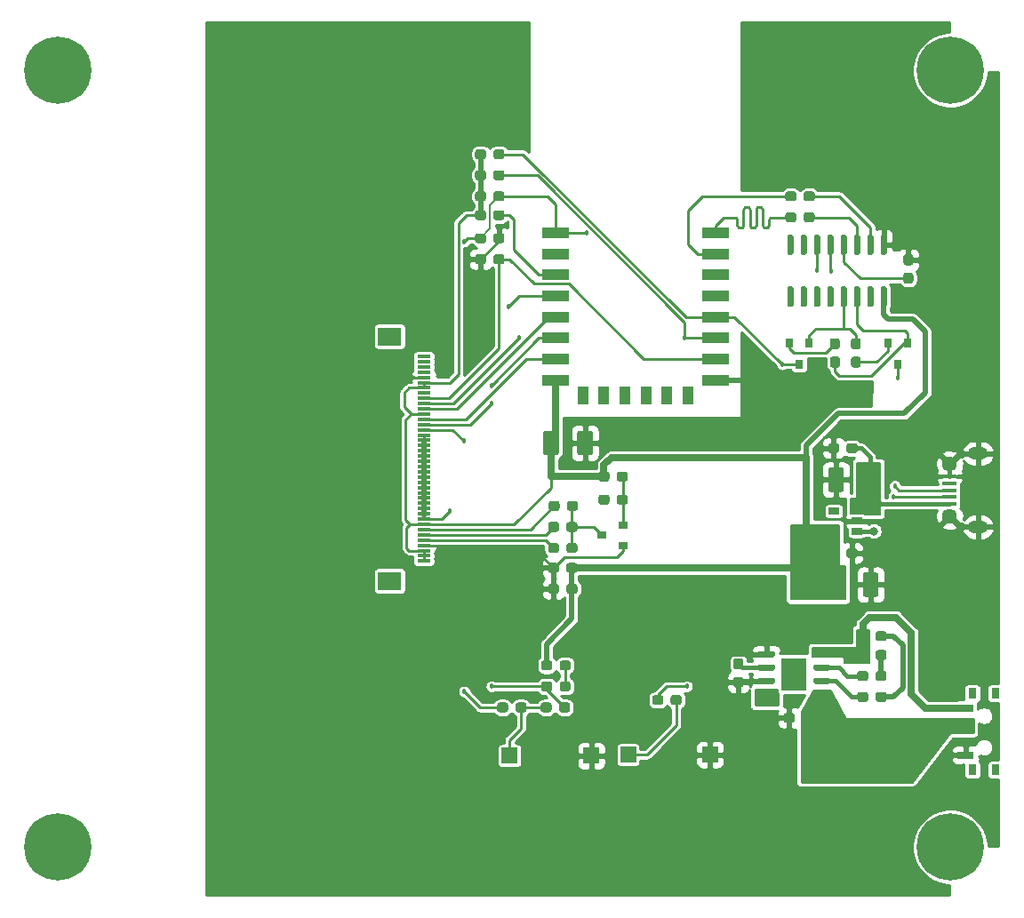
<source format=gbr>
%TF.GenerationSoftware,KiCad,Pcbnew,(5.1.6)-1*%
%TF.CreationDate,2020-08-30T19:00:44+08:00*%
%TF.ProjectId,tftesp8266,74667465-7370-4383-9236-362e6b696361,rev?*%
%TF.SameCoordinates,Original*%
%TF.FileFunction,Copper,L1,Top*%
%TF.FilePolarity,Positive*%
%FSLAX46Y46*%
G04 Gerber Fmt 4.6, Leading zero omitted, Abs format (unit mm)*
G04 Created by KiCad (PCBNEW (5.1.6)-1) date 2020-08-30 19:00:44*
%MOMM*%
%LPD*%
G01*
G04 APERTURE LIST*
%TA.AperFunction,ComponentPad*%
%ADD10C,0.800000*%
%TD*%
%TA.AperFunction,ComponentPad*%
%ADD11C,6.400000*%
%TD*%
%TA.AperFunction,SMDPad,CuDef*%
%ADD12R,0.800000X1.000000*%
%TD*%
%TA.AperFunction,SMDPad,CuDef*%
%ADD13R,1.500000X0.700000*%
%TD*%
%TA.AperFunction,SMDPad,CuDef*%
%ADD14R,0.900000X0.800000*%
%TD*%
%TA.AperFunction,SMDPad,CuDef*%
%ADD15R,0.800000X0.900000*%
%TD*%
%TA.AperFunction,SMDPad,CuDef*%
%ADD16R,2.500000X1.000000*%
%TD*%
%TA.AperFunction,SMDPad,CuDef*%
%ADD17R,1.000000X1.800000*%
%TD*%
%TA.AperFunction,SMDPad,CuDef*%
%ADD18R,2.410000X3.100000*%
%TD*%
%TA.AperFunction,SMDPad,CuDef*%
%ADD19R,1.060000X0.650000*%
%TD*%
%TA.AperFunction,SMDPad,CuDef*%
%ADD20R,1.500000X1.500000*%
%TD*%
%TA.AperFunction,SMDPad,CuDef*%
%ADD21R,1.300000X0.300000*%
%TD*%
%TA.AperFunction,SMDPad,CuDef*%
%ADD22R,2.200000X1.800000*%
%TD*%
%TA.AperFunction,ComponentPad*%
%ADD23O,1.900000X1.200000*%
%TD*%
%TA.AperFunction,ComponentPad*%
%ADD24C,1.450000*%
%TD*%
%TA.AperFunction,SMDPad,CuDef*%
%ADD25R,1.350000X0.400000*%
%TD*%
%TA.AperFunction,ViaPad*%
%ADD26C,0.457200*%
%TD*%
%TA.AperFunction,ViaPad*%
%ADD27C,0.800000*%
%TD*%
%TA.AperFunction,Conductor*%
%ADD28C,0.254000*%
%TD*%
%TA.AperFunction,Conductor*%
%ADD29C,0.381000*%
%TD*%
%TA.AperFunction,Conductor*%
%ADD30C,0.508000*%
%TD*%
%TA.AperFunction,Conductor*%
%ADD31C,0.635000*%
%TD*%
%TA.AperFunction,Conductor*%
%ADD32C,0.210000*%
%TD*%
%TA.AperFunction,Conductor*%
%ADD33C,0.200000*%
%TD*%
G04 APERTURE END LIST*
D10*
%TO.P,REF\u002A\u002A,1*%
%TO.N,N/C*%
X188697056Y-121302944D03*
X187000000Y-120600000D03*
X185302944Y-121302944D03*
X184600000Y-123000000D03*
X185302944Y-124697056D03*
X187000000Y-125400000D03*
X188697056Y-124697056D03*
X189400000Y-123000000D03*
D11*
X187000000Y-123000000D03*
%TD*%
D10*
%TO.P,REF\u002A\u002A,1*%
%TO.N,N/C*%
X103697056Y-121302944D03*
X102000000Y-120600000D03*
X100302944Y-121302944D03*
X99600000Y-123000000D03*
X100302944Y-124697056D03*
X102000000Y-125400000D03*
X103697056Y-124697056D03*
X104400000Y-123000000D03*
D11*
X102000000Y-123000000D03*
%TD*%
D10*
%TO.P,REF\u002A\u002A,1*%
%TO.N,N/C*%
X188697056Y-47302944D03*
X187000000Y-46600000D03*
X185302944Y-47302944D03*
X184600000Y-49000000D03*
X185302944Y-50697056D03*
X187000000Y-51400000D03*
X188697056Y-50697056D03*
X189400000Y-49000000D03*
D11*
X187000000Y-49000000D03*
%TD*%
D10*
%TO.P,REF\u002A\u002A,1*%
%TO.N,N/C*%
X103697056Y-47302944D03*
X102000000Y-46600000D03*
X100302944Y-47302944D03*
X99600000Y-49000000D03*
X100302944Y-50697056D03*
X102000000Y-51400000D03*
X103697056Y-50697056D03*
X104400000Y-49000000D03*
D11*
X102000000Y-49000000D03*
%TD*%
D12*
%TO.P,SW3,*%
%TO.N,*%
X189090000Y-115650000D03*
X189090000Y-108350000D03*
X191300000Y-108350000D03*
X191300000Y-115650000D03*
D13*
%TO.P,SW3,3*%
%TO.N,VCC*%
X188440000Y-109750000D03*
%TO.P,SW3,2*%
%TO.N,Net-(BT1-Pad1)*%
X188440000Y-111250000D03*
%TO.P,SW3,1*%
%TO.N,GND*%
X188440000Y-114250000D03*
%TD*%
D14*
%TO.P,Q3,3*%
%TO.N,Net-(Q3-Pad3)*%
X153800000Y-93300000D03*
%TO.P,Q3,2*%
%TO.N,Net-(Q3-Pad2)*%
X155800000Y-92350000D03*
%TO.P,Q3,1*%
%TO.N,GND*%
X155800000Y-94250000D03*
%TD*%
D15*
%TO.P,Q2,3*%
%TO.N,/GPIO0*%
X172600000Y-77000000D03*
%TO.P,Q2,2*%
%TO.N,Net-(Q2-Pad2)*%
X171650000Y-75000000D03*
%TO.P,Q2,1*%
%TO.N,/DTR*%
X173550000Y-75000000D03*
%TD*%
%TO.P,Q1,3*%
%TO.N,/nRST*%
X182000000Y-77000000D03*
%TO.P,Q1,2*%
%TO.N,Net-(Q1-Pad2)*%
X181050000Y-75000000D03*
%TO.P,Q1,1*%
%TO.N,/RTS*%
X182950000Y-75000000D03*
%TD*%
D16*
%TO.P,U4,22*%
%TO.N,/TXD*%
X164600000Y-64500000D03*
%TO.P,U4,21*%
%TO.N,/RXD*%
X164600000Y-66500000D03*
%TO.P,U4,20*%
%TO.N,N/C*%
X164600000Y-68500000D03*
%TO.P,U4,19*%
X164600000Y-70500000D03*
%TO.P,U4,18*%
%TO.N,/GPIO0*%
X164600000Y-72500000D03*
%TO.P,U4,17*%
%TO.N,/DC*%
X164600000Y-74500000D03*
%TO.P,U4,16*%
%TO.N,/CS*%
X164600000Y-76500000D03*
%TO.P,U4,15*%
%TO.N,GND*%
X164600000Y-78500000D03*
D17*
%TO.P,U4,14*%
%TO.N,N/C*%
X162000000Y-80000000D03*
%TO.P,U4,13*%
X160000000Y-80000000D03*
%TO.P,U4,12*%
X158000000Y-80000000D03*
%TO.P,U4,11*%
X156000000Y-80000000D03*
%TO.P,U4,10*%
X154000000Y-80000000D03*
%TO.P,U4,9*%
X152000000Y-80000000D03*
D16*
%TO.P,U4,8*%
%TO.N,+3V3*%
X149400000Y-78500000D03*
%TO.P,U4,7*%
%TO.N,/SDI*%
X149400000Y-76500000D03*
%TO.P,U4,6*%
%TO.N,/SDO*%
X149400000Y-74500000D03*
%TO.P,U4,5*%
%TO.N,/CLK*%
X149400000Y-72500000D03*
%TO.P,U4,4*%
%TO.N,/GPIO16*%
X149400000Y-70500000D03*
%TO.P,U4,3*%
%TO.N,/EN*%
X149400000Y-68500000D03*
%TO.P,U4,2*%
%TO.N,N/C*%
X149400000Y-66500000D03*
%TO.P,U4,1*%
%TO.N,/nRST*%
X149400000Y-64500000D03*
%TD*%
%TO.P,U3,16*%
%TO.N,+3V3*%
%TA.AperFunction,SMDPad,CuDef*%
G36*
G01*
X180495000Y-69600000D02*
X180795000Y-69600000D01*
G75*
G02*
X180945000Y-69750000I0J-150000D01*
G01*
X180945000Y-71400000D01*
G75*
G02*
X180795000Y-71550000I-150000J0D01*
G01*
X180495000Y-71550000D01*
G75*
G02*
X180345000Y-71400000I0J150000D01*
G01*
X180345000Y-69750000D01*
G75*
G02*
X180495000Y-69600000I150000J0D01*
G01*
G37*
%TD.AperFunction*%
%TO.P,U3,15*%
%TO.N,N/C*%
%TA.AperFunction,SMDPad,CuDef*%
G36*
G01*
X179225000Y-69600000D02*
X179525000Y-69600000D01*
G75*
G02*
X179675000Y-69750000I0J-150000D01*
G01*
X179675000Y-71400000D01*
G75*
G02*
X179525000Y-71550000I-150000J0D01*
G01*
X179225000Y-71550000D01*
G75*
G02*
X179075000Y-71400000I0J150000D01*
G01*
X179075000Y-69750000D01*
G75*
G02*
X179225000Y-69600000I150000J0D01*
G01*
G37*
%TD.AperFunction*%
%TO.P,U3,14*%
%TO.N,/RTS*%
%TA.AperFunction,SMDPad,CuDef*%
G36*
G01*
X177955000Y-69600000D02*
X178255000Y-69600000D01*
G75*
G02*
X178405000Y-69750000I0J-150000D01*
G01*
X178405000Y-71400000D01*
G75*
G02*
X178255000Y-71550000I-150000J0D01*
G01*
X177955000Y-71550000D01*
G75*
G02*
X177805000Y-71400000I0J150000D01*
G01*
X177805000Y-69750000D01*
G75*
G02*
X177955000Y-69600000I150000J0D01*
G01*
G37*
%TD.AperFunction*%
%TO.P,U3,13*%
%TO.N,/DTR*%
%TA.AperFunction,SMDPad,CuDef*%
G36*
G01*
X176685000Y-69600000D02*
X176985000Y-69600000D01*
G75*
G02*
X177135000Y-69750000I0J-150000D01*
G01*
X177135000Y-71400000D01*
G75*
G02*
X176985000Y-71550000I-150000J0D01*
G01*
X176685000Y-71550000D01*
G75*
G02*
X176535000Y-71400000I0J150000D01*
G01*
X176535000Y-69750000D01*
G75*
G02*
X176685000Y-69600000I150000J0D01*
G01*
G37*
%TD.AperFunction*%
%TO.P,U3,12*%
%TO.N,N/C*%
%TA.AperFunction,SMDPad,CuDef*%
G36*
G01*
X175415000Y-69600000D02*
X175715000Y-69600000D01*
G75*
G02*
X175865000Y-69750000I0J-150000D01*
G01*
X175865000Y-71400000D01*
G75*
G02*
X175715000Y-71550000I-150000J0D01*
G01*
X175415000Y-71550000D01*
G75*
G02*
X175265000Y-71400000I0J150000D01*
G01*
X175265000Y-69750000D01*
G75*
G02*
X175415000Y-69600000I150000J0D01*
G01*
G37*
%TD.AperFunction*%
%TO.P,U3,11*%
%TA.AperFunction,SMDPad,CuDef*%
G36*
G01*
X174145000Y-69600000D02*
X174445000Y-69600000D01*
G75*
G02*
X174595000Y-69750000I0J-150000D01*
G01*
X174595000Y-71400000D01*
G75*
G02*
X174445000Y-71550000I-150000J0D01*
G01*
X174145000Y-71550000D01*
G75*
G02*
X173995000Y-71400000I0J150000D01*
G01*
X173995000Y-69750000D01*
G75*
G02*
X174145000Y-69600000I150000J0D01*
G01*
G37*
%TD.AperFunction*%
%TO.P,U3,10*%
%TA.AperFunction,SMDPad,CuDef*%
G36*
G01*
X172875000Y-69600000D02*
X173175000Y-69600000D01*
G75*
G02*
X173325000Y-69750000I0J-150000D01*
G01*
X173325000Y-71400000D01*
G75*
G02*
X173175000Y-71550000I-150000J0D01*
G01*
X172875000Y-71550000D01*
G75*
G02*
X172725000Y-71400000I0J150000D01*
G01*
X172725000Y-69750000D01*
G75*
G02*
X172875000Y-69600000I150000J0D01*
G01*
G37*
%TD.AperFunction*%
%TO.P,U3,9*%
%TA.AperFunction,SMDPad,CuDef*%
G36*
G01*
X171605000Y-69600000D02*
X171905000Y-69600000D01*
G75*
G02*
X172055000Y-69750000I0J-150000D01*
G01*
X172055000Y-71400000D01*
G75*
G02*
X171905000Y-71550000I-150000J0D01*
G01*
X171605000Y-71550000D01*
G75*
G02*
X171455000Y-71400000I0J150000D01*
G01*
X171455000Y-69750000D01*
G75*
G02*
X171605000Y-69600000I150000J0D01*
G01*
G37*
%TD.AperFunction*%
%TO.P,U3,8*%
%TA.AperFunction,SMDPad,CuDef*%
G36*
G01*
X171605000Y-64650000D02*
X171905000Y-64650000D01*
G75*
G02*
X172055000Y-64800000I0J-150000D01*
G01*
X172055000Y-66450000D01*
G75*
G02*
X171905000Y-66600000I-150000J0D01*
G01*
X171605000Y-66600000D01*
G75*
G02*
X171455000Y-66450000I0J150000D01*
G01*
X171455000Y-64800000D01*
G75*
G02*
X171605000Y-64650000I150000J0D01*
G01*
G37*
%TD.AperFunction*%
%TO.P,U3,7*%
%TA.AperFunction,SMDPad,CuDef*%
G36*
G01*
X172875000Y-64650000D02*
X173175000Y-64650000D01*
G75*
G02*
X173325000Y-64800000I0J-150000D01*
G01*
X173325000Y-66450000D01*
G75*
G02*
X173175000Y-66600000I-150000J0D01*
G01*
X172875000Y-66600000D01*
G75*
G02*
X172725000Y-66450000I0J150000D01*
G01*
X172725000Y-64800000D01*
G75*
G02*
X172875000Y-64650000I150000J0D01*
G01*
G37*
%TD.AperFunction*%
%TO.P,U3,6*%
%TO.N,Net-(J1-Pad2)*%
%TA.AperFunction,SMDPad,CuDef*%
G36*
G01*
X174145000Y-64650000D02*
X174445000Y-64650000D01*
G75*
G02*
X174595000Y-64800000I0J-150000D01*
G01*
X174595000Y-66450000D01*
G75*
G02*
X174445000Y-66600000I-150000J0D01*
G01*
X174145000Y-66600000D01*
G75*
G02*
X173995000Y-66450000I0J150000D01*
G01*
X173995000Y-64800000D01*
G75*
G02*
X174145000Y-64650000I150000J0D01*
G01*
G37*
%TD.AperFunction*%
%TO.P,U3,5*%
%TO.N,Net-(J1-Pad3)*%
%TA.AperFunction,SMDPad,CuDef*%
G36*
G01*
X175415000Y-64650000D02*
X175715000Y-64650000D01*
G75*
G02*
X175865000Y-64800000I0J-150000D01*
G01*
X175865000Y-66450000D01*
G75*
G02*
X175715000Y-66600000I-150000J0D01*
G01*
X175415000Y-66600000D01*
G75*
G02*
X175265000Y-66450000I0J150000D01*
G01*
X175265000Y-64800000D01*
G75*
G02*
X175415000Y-64650000I150000J0D01*
G01*
G37*
%TD.AperFunction*%
%TO.P,U3,4*%
%TO.N,Net-(C4-Pad1)*%
%TA.AperFunction,SMDPad,CuDef*%
G36*
G01*
X176685000Y-64650000D02*
X176985000Y-64650000D01*
G75*
G02*
X177135000Y-64800000I0J-150000D01*
G01*
X177135000Y-66450000D01*
G75*
G02*
X176985000Y-66600000I-150000J0D01*
G01*
X176685000Y-66600000D01*
G75*
G02*
X176535000Y-66450000I0J150000D01*
G01*
X176535000Y-64800000D01*
G75*
G02*
X176685000Y-64650000I150000J0D01*
G01*
G37*
%TD.AperFunction*%
%TO.P,U3,3*%
%TO.N,Net-(R3-Pad1)*%
%TA.AperFunction,SMDPad,CuDef*%
G36*
G01*
X177955000Y-64650000D02*
X178255000Y-64650000D01*
G75*
G02*
X178405000Y-64800000I0J-150000D01*
G01*
X178405000Y-66450000D01*
G75*
G02*
X178255000Y-66600000I-150000J0D01*
G01*
X177955000Y-66600000D01*
G75*
G02*
X177805000Y-66450000I0J150000D01*
G01*
X177805000Y-64800000D01*
G75*
G02*
X177955000Y-64650000I150000J0D01*
G01*
G37*
%TD.AperFunction*%
%TO.P,U3,2*%
%TO.N,Net-(R2-Pad1)*%
%TA.AperFunction,SMDPad,CuDef*%
G36*
G01*
X179225000Y-64650000D02*
X179525000Y-64650000D01*
G75*
G02*
X179675000Y-64800000I0J-150000D01*
G01*
X179675000Y-66450000D01*
G75*
G02*
X179525000Y-66600000I-150000J0D01*
G01*
X179225000Y-66600000D01*
G75*
G02*
X179075000Y-66450000I0J150000D01*
G01*
X179075000Y-64800000D01*
G75*
G02*
X179225000Y-64650000I150000J0D01*
G01*
G37*
%TD.AperFunction*%
%TO.P,U3,1*%
%TO.N,GND*%
%TA.AperFunction,SMDPad,CuDef*%
G36*
G01*
X180495000Y-64650000D02*
X180795000Y-64650000D01*
G75*
G02*
X180945000Y-64800000I0J-150000D01*
G01*
X180945000Y-66450000D01*
G75*
G02*
X180795000Y-66600000I-150000J0D01*
G01*
X180495000Y-66600000D01*
G75*
G02*
X180345000Y-66450000I0J150000D01*
G01*
X180345000Y-64800000D01*
G75*
G02*
X180495000Y-64650000I150000J0D01*
G01*
G37*
%TD.AperFunction*%
%TD*%
D18*
%TO.P,U2,9*%
%TO.N,N/C*%
X172115000Y-106525001D03*
%TO.P,U2,8*%
%TO.N,VCC*%
%TA.AperFunction,SMDPad,CuDef*%
G36*
G01*
X173965000Y-104770001D02*
X173965000Y-104470001D01*
G75*
G02*
X174115000Y-104320001I150000J0D01*
G01*
X175415000Y-104320001D01*
G75*
G02*
X175565000Y-104470001I0J-150000D01*
G01*
X175565000Y-104770001D01*
G75*
G02*
X175415000Y-104920001I-150000J0D01*
G01*
X174115000Y-104920001D01*
G75*
G02*
X173965000Y-104770001I0J150000D01*
G01*
G37*
%TD.AperFunction*%
%TO.P,U2,7*%
%TO.N,Net-(D1-Pad1)*%
%TA.AperFunction,SMDPad,CuDef*%
G36*
G01*
X173965000Y-106040001D02*
X173965000Y-105740001D01*
G75*
G02*
X174115000Y-105590001I150000J0D01*
G01*
X175415000Y-105590001D01*
G75*
G02*
X175565000Y-105740001I0J-150000D01*
G01*
X175565000Y-106040001D01*
G75*
G02*
X175415000Y-106190001I-150000J0D01*
G01*
X174115000Y-106190001D01*
G75*
G02*
X173965000Y-106040001I0J150000D01*
G01*
G37*
%TD.AperFunction*%
%TO.P,U2,6*%
%TO.N,Net-(D2-Pad1)*%
%TA.AperFunction,SMDPad,CuDef*%
G36*
G01*
X173965000Y-107310001D02*
X173965000Y-107010001D01*
G75*
G02*
X174115000Y-106860001I150000J0D01*
G01*
X175415000Y-106860001D01*
G75*
G02*
X175565000Y-107010001I0J-150000D01*
G01*
X175565000Y-107310001D01*
G75*
G02*
X175415000Y-107460001I-150000J0D01*
G01*
X174115000Y-107460001D01*
G75*
G02*
X173965000Y-107310001I0J150000D01*
G01*
G37*
%TD.AperFunction*%
%TO.P,U2,5*%
%TO.N,Net-(BT1-Pad1)*%
%TA.AperFunction,SMDPad,CuDef*%
G36*
G01*
X173965000Y-108580001D02*
X173965000Y-108280001D01*
G75*
G02*
X174115000Y-108130001I150000J0D01*
G01*
X175415000Y-108130001D01*
G75*
G02*
X175565000Y-108280001I0J-150000D01*
G01*
X175565000Y-108580001D01*
G75*
G02*
X175415000Y-108730001I-150000J0D01*
G01*
X174115000Y-108730001D01*
G75*
G02*
X173965000Y-108580001I0J150000D01*
G01*
G37*
%TD.AperFunction*%
%TO.P,U2,4*%
%TO.N,VCC*%
%TA.AperFunction,SMDPad,CuDef*%
G36*
G01*
X168665000Y-108580001D02*
X168665000Y-108280001D01*
G75*
G02*
X168815000Y-108130001I150000J0D01*
G01*
X170115000Y-108130001D01*
G75*
G02*
X170265000Y-108280001I0J-150000D01*
G01*
X170265000Y-108580001D01*
G75*
G02*
X170115000Y-108730001I-150000J0D01*
G01*
X168815000Y-108730001D01*
G75*
G02*
X168665000Y-108580001I0J150000D01*
G01*
G37*
%TD.AperFunction*%
%TO.P,U2,3*%
%TO.N,GND*%
%TA.AperFunction,SMDPad,CuDef*%
G36*
G01*
X168665000Y-107310001D02*
X168665000Y-107010001D01*
G75*
G02*
X168815000Y-106860001I150000J0D01*
G01*
X170115000Y-106860001D01*
G75*
G02*
X170265000Y-107010001I0J-150000D01*
G01*
X170265000Y-107310001D01*
G75*
G02*
X170115000Y-107460001I-150000J0D01*
G01*
X168815000Y-107460001D01*
G75*
G02*
X168665000Y-107310001I0J150000D01*
G01*
G37*
%TD.AperFunction*%
%TO.P,U2,2*%
%TO.N,Net-(R1-Pad1)*%
%TA.AperFunction,SMDPad,CuDef*%
G36*
G01*
X168665000Y-106040001D02*
X168665000Y-105740001D01*
G75*
G02*
X168815000Y-105590001I150000J0D01*
G01*
X170115000Y-105590001D01*
G75*
G02*
X170265000Y-105740001I0J-150000D01*
G01*
X170265000Y-106040001D01*
G75*
G02*
X170115000Y-106190001I-150000J0D01*
G01*
X168815000Y-106190001D01*
G75*
G02*
X168665000Y-106040001I0J150000D01*
G01*
G37*
%TD.AperFunction*%
%TO.P,U2,1*%
%TO.N,GND*%
%TA.AperFunction,SMDPad,CuDef*%
G36*
G01*
X168665000Y-104770001D02*
X168665000Y-104470001D01*
G75*
G02*
X168815000Y-104320001I150000J0D01*
G01*
X170115000Y-104320001D01*
G75*
G02*
X170265000Y-104470001I0J-150000D01*
G01*
X170265000Y-104770001D01*
G75*
G02*
X170115000Y-104920001I-150000J0D01*
G01*
X168815000Y-104920001D01*
G75*
G02*
X168665000Y-104770001I0J150000D01*
G01*
G37*
%TD.AperFunction*%
%TD*%
D19*
%TO.P,U1,5*%
%TO.N,+3V3*%
X175905000Y-92900000D03*
%TO.P,U1,4*%
%TO.N,N/C*%
X175905000Y-91000000D03*
%TO.P,U1,3*%
%TO.N,VCC*%
X178105000Y-91000000D03*
%TO.P,U1,2*%
%TO.N,GND*%
X178105000Y-91950000D03*
%TO.P,U1,1*%
%TO.N,VCC*%
X178105000Y-92900000D03*
%TD*%
D20*
%TO.P,SW2,2*%
%TO.N,GND*%
X164100000Y-114200000D03*
%TO.P,SW2,1*%
%TO.N,Net-(R16-Pad2)*%
X156300000Y-114200000D03*
%TD*%
%TO.P,SW1,2*%
%TO.N,GND*%
X152800000Y-114300000D03*
%TO.P,SW1,1*%
%TO.N,Net-(R13-Pad2)*%
X145000000Y-114300000D03*
%TD*%
%TO.P,R21,2*%
%TO.N,Net-(Q3-Pad3)*%
%TA.AperFunction,SMDPad,CuDef*%
G36*
G01*
X150425000Y-94737500D02*
X150425000Y-94262500D01*
G75*
G02*
X150662500Y-94025000I237500J0D01*
G01*
X151237500Y-94025000D01*
G75*
G02*
X151475000Y-94262500I0J-237500D01*
G01*
X151475000Y-94737500D01*
G75*
G02*
X151237500Y-94975000I-237500J0D01*
G01*
X150662500Y-94975000D01*
G75*
G02*
X150425000Y-94737500I0J237500D01*
G01*
G37*
%TD.AperFunction*%
%TO.P,R21,1*%
%TO.N,/LEDK3*%
%TA.AperFunction,SMDPad,CuDef*%
G36*
G01*
X148675000Y-94737500D02*
X148675000Y-94262500D01*
G75*
G02*
X148912500Y-94025000I237500J0D01*
G01*
X149487500Y-94025000D01*
G75*
G02*
X149725000Y-94262500I0J-237500D01*
G01*
X149725000Y-94737500D01*
G75*
G02*
X149487500Y-94975000I-237500J0D01*
G01*
X148912500Y-94975000D01*
G75*
G02*
X148675000Y-94737500I0J237500D01*
G01*
G37*
%TD.AperFunction*%
%TD*%
%TO.P,R20,2*%
%TO.N,Net-(Q3-Pad3)*%
%TA.AperFunction,SMDPad,CuDef*%
G36*
G01*
X150425000Y-92737500D02*
X150425000Y-92262500D01*
G75*
G02*
X150662500Y-92025000I237500J0D01*
G01*
X151237500Y-92025000D01*
G75*
G02*
X151475000Y-92262500I0J-237500D01*
G01*
X151475000Y-92737500D01*
G75*
G02*
X151237500Y-92975000I-237500J0D01*
G01*
X150662500Y-92975000D01*
G75*
G02*
X150425000Y-92737500I0J237500D01*
G01*
G37*
%TD.AperFunction*%
%TO.P,R20,1*%
%TO.N,/LEDK2*%
%TA.AperFunction,SMDPad,CuDef*%
G36*
G01*
X148675000Y-92737500D02*
X148675000Y-92262500D01*
G75*
G02*
X148912500Y-92025000I237500J0D01*
G01*
X149487500Y-92025000D01*
G75*
G02*
X149725000Y-92262500I0J-237500D01*
G01*
X149725000Y-92737500D01*
G75*
G02*
X149487500Y-92975000I-237500J0D01*
G01*
X148912500Y-92975000D01*
G75*
G02*
X148675000Y-92737500I0J237500D01*
G01*
G37*
%TD.AperFunction*%
%TD*%
%TO.P,R19,2*%
%TO.N,Net-(Q3-Pad3)*%
%TA.AperFunction,SMDPad,CuDef*%
G36*
G01*
X150475000Y-90737500D02*
X150475000Y-90262500D01*
G75*
G02*
X150712500Y-90025000I237500J0D01*
G01*
X151287500Y-90025000D01*
G75*
G02*
X151525000Y-90262500I0J-237500D01*
G01*
X151525000Y-90737500D01*
G75*
G02*
X151287500Y-90975000I-237500J0D01*
G01*
X150712500Y-90975000D01*
G75*
G02*
X150475000Y-90737500I0J237500D01*
G01*
G37*
%TD.AperFunction*%
%TO.P,R19,1*%
%TO.N,/LEDK1*%
%TA.AperFunction,SMDPad,CuDef*%
G36*
G01*
X148725000Y-90737500D02*
X148725000Y-90262500D01*
G75*
G02*
X148962500Y-90025000I237500J0D01*
G01*
X149537500Y-90025000D01*
G75*
G02*
X149775000Y-90262500I0J-237500D01*
G01*
X149775000Y-90737500D01*
G75*
G02*
X149537500Y-90975000I-237500J0D01*
G01*
X148962500Y-90975000D01*
G75*
G02*
X148725000Y-90737500I0J237500D01*
G01*
G37*
%TD.AperFunction*%
%TD*%
%TO.P,R18,2*%
%TO.N,+3V3*%
%TA.AperFunction,SMDPad,CuDef*%
G36*
G01*
X154525000Y-87462500D02*
X154525000Y-87937500D01*
G75*
G02*
X154287500Y-88175000I-237500J0D01*
G01*
X153712500Y-88175000D01*
G75*
G02*
X153475000Y-87937500I0J237500D01*
G01*
X153475000Y-87462500D01*
G75*
G02*
X153712500Y-87225000I237500J0D01*
G01*
X154287500Y-87225000D01*
G75*
G02*
X154525000Y-87462500I0J-237500D01*
G01*
G37*
%TD.AperFunction*%
%TO.P,R18,1*%
%TO.N,Net-(Q3-Pad2)*%
%TA.AperFunction,SMDPad,CuDef*%
G36*
G01*
X156275000Y-87462500D02*
X156275000Y-87937500D01*
G75*
G02*
X156037500Y-88175000I-237500J0D01*
G01*
X155462500Y-88175000D01*
G75*
G02*
X155225000Y-87937500I0J237500D01*
G01*
X155225000Y-87462500D01*
G75*
G02*
X155462500Y-87225000I237500J0D01*
G01*
X156037500Y-87225000D01*
G75*
G02*
X156275000Y-87462500I0J-237500D01*
G01*
G37*
%TD.AperFunction*%
%TD*%
%TO.P,R17,2*%
%TO.N,N/C*%
%TA.AperFunction,SMDPad,CuDef*%
G36*
G01*
X154525000Y-89662500D02*
X154525000Y-90137500D01*
G75*
G02*
X154287500Y-90375000I-237500J0D01*
G01*
X153712500Y-90375000D01*
G75*
G02*
X153475000Y-90137500I0J237500D01*
G01*
X153475000Y-89662500D01*
G75*
G02*
X153712500Y-89425000I237500J0D01*
G01*
X154287500Y-89425000D01*
G75*
G02*
X154525000Y-89662500I0J-237500D01*
G01*
G37*
%TD.AperFunction*%
%TO.P,R17,1*%
%TO.N,Net-(Q3-Pad2)*%
%TA.AperFunction,SMDPad,CuDef*%
G36*
G01*
X156275000Y-89662500D02*
X156275000Y-90137500D01*
G75*
G02*
X156037500Y-90375000I-237500J0D01*
G01*
X155462500Y-90375000D01*
G75*
G02*
X155225000Y-90137500I0J237500D01*
G01*
X155225000Y-89662500D01*
G75*
G02*
X155462500Y-89425000I237500J0D01*
G01*
X156037500Y-89425000D01*
G75*
G02*
X156275000Y-89662500I0J-237500D01*
G01*
G37*
%TD.AperFunction*%
%TD*%
%TO.P,R16,2*%
%TO.N,Net-(R16-Pad2)*%
%TA.AperFunction,SMDPad,CuDef*%
G36*
G01*
X160350000Y-109237500D02*
X160350000Y-108762500D01*
G75*
G02*
X160587500Y-108525000I237500J0D01*
G01*
X161162500Y-108525000D01*
G75*
G02*
X161400000Y-108762500I0J-237500D01*
G01*
X161400000Y-109237500D01*
G75*
G02*
X161162500Y-109475000I-237500J0D01*
G01*
X160587500Y-109475000D01*
G75*
G02*
X160350000Y-109237500I0J237500D01*
G01*
G37*
%TD.AperFunction*%
%TO.P,R16,1*%
%TO.N,/GPIO0*%
%TA.AperFunction,SMDPad,CuDef*%
G36*
G01*
X158600000Y-109237500D02*
X158600000Y-108762500D01*
G75*
G02*
X158837500Y-108525000I237500J0D01*
G01*
X159412500Y-108525000D01*
G75*
G02*
X159650000Y-108762500I0J-237500D01*
G01*
X159650000Y-109237500D01*
G75*
G02*
X159412500Y-109475000I-237500J0D01*
G01*
X158837500Y-109475000D01*
G75*
G02*
X158600000Y-109237500I0J237500D01*
G01*
G37*
%TD.AperFunction*%
%TD*%
%TO.P,R15,2*%
%TO.N,/DTR*%
%TA.AperFunction,SMDPad,CuDef*%
G36*
G01*
X178237500Y-75575000D02*
X177762500Y-75575000D01*
G75*
G02*
X177525000Y-75337500I0J237500D01*
G01*
X177525000Y-74762500D01*
G75*
G02*
X177762500Y-74525000I237500J0D01*
G01*
X178237500Y-74525000D01*
G75*
G02*
X178475000Y-74762500I0J-237500D01*
G01*
X178475000Y-75337500D01*
G75*
G02*
X178237500Y-75575000I-237500J0D01*
G01*
G37*
%TD.AperFunction*%
%TO.P,R15,1*%
%TO.N,Net-(Q1-Pad2)*%
%TA.AperFunction,SMDPad,CuDef*%
G36*
G01*
X178237500Y-77325000D02*
X177762500Y-77325000D01*
G75*
G02*
X177525000Y-77087500I0J237500D01*
G01*
X177525000Y-76512500D01*
G75*
G02*
X177762500Y-76275000I237500J0D01*
G01*
X178237500Y-76275000D01*
G75*
G02*
X178475000Y-76512500I0J-237500D01*
G01*
X178475000Y-77087500D01*
G75*
G02*
X178237500Y-77325000I-237500J0D01*
G01*
G37*
%TD.AperFunction*%
%TD*%
%TO.P,R14,2*%
%TO.N,/RTS*%
%TA.AperFunction,SMDPad,CuDef*%
G36*
G01*
X175762500Y-76275000D02*
X176237500Y-76275000D01*
G75*
G02*
X176475000Y-76512500I0J-237500D01*
G01*
X176475000Y-77087500D01*
G75*
G02*
X176237500Y-77325000I-237500J0D01*
G01*
X175762500Y-77325000D01*
G75*
G02*
X175525000Y-77087500I0J237500D01*
G01*
X175525000Y-76512500D01*
G75*
G02*
X175762500Y-76275000I237500J0D01*
G01*
G37*
%TD.AperFunction*%
%TO.P,R14,1*%
%TO.N,Net-(Q2-Pad2)*%
%TA.AperFunction,SMDPad,CuDef*%
G36*
G01*
X175762500Y-74525000D02*
X176237500Y-74525000D01*
G75*
G02*
X176475000Y-74762500I0J-237500D01*
G01*
X176475000Y-75337500D01*
G75*
G02*
X176237500Y-75575000I-237500J0D01*
G01*
X175762500Y-75575000D01*
G75*
G02*
X175525000Y-75337500I0J237500D01*
G01*
X175525000Y-74762500D01*
G75*
G02*
X175762500Y-74525000I237500J0D01*
G01*
G37*
%TD.AperFunction*%
%TD*%
%TO.P,R13,2*%
%TO.N,Net-(R13-Pad2)*%
%TA.AperFunction,SMDPad,CuDef*%
G36*
G01*
X145575000Y-109937500D02*
X145575000Y-109462500D01*
G75*
G02*
X145812500Y-109225000I237500J0D01*
G01*
X146387500Y-109225000D01*
G75*
G02*
X146625000Y-109462500I0J-237500D01*
G01*
X146625000Y-109937500D01*
G75*
G02*
X146387500Y-110175000I-237500J0D01*
G01*
X145812500Y-110175000D01*
G75*
G02*
X145575000Y-109937500I0J237500D01*
G01*
G37*
%TD.AperFunction*%
%TO.P,R13,1*%
%TO.N,/nRST*%
%TA.AperFunction,SMDPad,CuDef*%
G36*
G01*
X143825000Y-109937500D02*
X143825000Y-109462500D01*
G75*
G02*
X144062500Y-109225000I237500J0D01*
G01*
X144637500Y-109225000D01*
G75*
G02*
X144875000Y-109462500I0J-237500D01*
G01*
X144875000Y-109937500D01*
G75*
G02*
X144637500Y-110175000I-237500J0D01*
G01*
X144062500Y-110175000D01*
G75*
G02*
X143825000Y-109937500I0J237500D01*
G01*
G37*
%TD.AperFunction*%
%TD*%
%TO.P,R12,2*%
%TO.N,/CS*%
%TA.AperFunction,SMDPad,CuDef*%
G36*
G01*
X143475000Y-67237500D02*
X143475000Y-66762500D01*
G75*
G02*
X143712500Y-66525000I237500J0D01*
G01*
X144287500Y-66525000D01*
G75*
G02*
X144525000Y-66762500I0J-237500D01*
G01*
X144525000Y-67237500D01*
G75*
G02*
X144287500Y-67475000I-237500J0D01*
G01*
X143712500Y-67475000D01*
G75*
G02*
X143475000Y-67237500I0J237500D01*
G01*
G37*
%TD.AperFunction*%
%TO.P,R12,1*%
%TO.N,GND*%
%TA.AperFunction,SMDPad,CuDef*%
G36*
G01*
X141725000Y-67237500D02*
X141725000Y-66762500D01*
G75*
G02*
X141962500Y-66525000I237500J0D01*
G01*
X142537500Y-66525000D01*
G75*
G02*
X142775000Y-66762500I0J-237500D01*
G01*
X142775000Y-67237500D01*
G75*
G02*
X142537500Y-67475000I-237500J0D01*
G01*
X141962500Y-67475000D01*
G75*
G02*
X141725000Y-67237500I0J237500D01*
G01*
G37*
%TD.AperFunction*%
%TD*%
%TO.P,R11,2*%
%TO.N,/nRST*%
%TA.AperFunction,SMDPad,CuDef*%
G36*
G01*
X143475000Y-61237500D02*
X143475000Y-60762500D01*
G75*
G02*
X143712500Y-60525000I237500J0D01*
G01*
X144287500Y-60525000D01*
G75*
G02*
X144525000Y-60762500I0J-237500D01*
G01*
X144525000Y-61237500D01*
G75*
G02*
X144287500Y-61475000I-237500J0D01*
G01*
X143712500Y-61475000D01*
G75*
G02*
X143475000Y-61237500I0J237500D01*
G01*
G37*
%TD.AperFunction*%
%TO.P,R11,1*%
%TO.N,+3V3*%
%TA.AperFunction,SMDPad,CuDef*%
G36*
G01*
X141725000Y-61237500D02*
X141725000Y-60762500D01*
G75*
G02*
X141962500Y-60525000I237500J0D01*
G01*
X142537500Y-60525000D01*
G75*
G02*
X142775000Y-60762500I0J-237500D01*
G01*
X142775000Y-61237500D01*
G75*
G02*
X142537500Y-61475000I-237500J0D01*
G01*
X141962500Y-61475000D01*
G75*
G02*
X141725000Y-61237500I0J237500D01*
G01*
G37*
%TD.AperFunction*%
%TD*%
%TO.P,R10,2*%
%TO.N,/EN*%
%TA.AperFunction,SMDPad,CuDef*%
G36*
G01*
X143475000Y-63037500D02*
X143475000Y-62562500D01*
G75*
G02*
X143712500Y-62325000I237500J0D01*
G01*
X144287500Y-62325000D01*
G75*
G02*
X144525000Y-62562500I0J-237500D01*
G01*
X144525000Y-63037500D01*
G75*
G02*
X144287500Y-63275000I-237500J0D01*
G01*
X143712500Y-63275000D01*
G75*
G02*
X143475000Y-63037500I0J237500D01*
G01*
G37*
%TD.AperFunction*%
%TO.P,R10,1*%
%TO.N,+3V3*%
%TA.AperFunction,SMDPad,CuDef*%
G36*
G01*
X141725000Y-63037500D02*
X141725000Y-62562500D01*
G75*
G02*
X141962500Y-62325000I237500J0D01*
G01*
X142537500Y-62325000D01*
G75*
G02*
X142775000Y-62562500I0J-237500D01*
G01*
X142775000Y-63037500D01*
G75*
G02*
X142537500Y-63275000I-237500J0D01*
G01*
X141962500Y-63275000D01*
G75*
G02*
X141725000Y-63037500I0J237500D01*
G01*
G37*
%TD.AperFunction*%
%TD*%
%TO.P,R9,2*%
%TO.N,/DC*%
%TA.AperFunction,SMDPad,CuDef*%
G36*
G01*
X143475000Y-59237500D02*
X143475000Y-58762500D01*
G75*
G02*
X143712500Y-58525000I237500J0D01*
G01*
X144287500Y-58525000D01*
G75*
G02*
X144525000Y-58762500I0J-237500D01*
G01*
X144525000Y-59237500D01*
G75*
G02*
X144287500Y-59475000I-237500J0D01*
G01*
X143712500Y-59475000D01*
G75*
G02*
X143475000Y-59237500I0J237500D01*
G01*
G37*
%TD.AperFunction*%
%TO.P,R9,1*%
%TO.N,+3V3*%
%TA.AperFunction,SMDPad,CuDef*%
G36*
G01*
X141725000Y-59237500D02*
X141725000Y-58762500D01*
G75*
G02*
X141962500Y-58525000I237500J0D01*
G01*
X142537500Y-58525000D01*
G75*
G02*
X142775000Y-58762500I0J-237500D01*
G01*
X142775000Y-59237500D01*
G75*
G02*
X142537500Y-59475000I-237500J0D01*
G01*
X141962500Y-59475000D01*
G75*
G02*
X141725000Y-59237500I0J237500D01*
G01*
G37*
%TD.AperFunction*%
%TD*%
%TO.P,R8,2*%
%TO.N,/GPIO0*%
%TA.AperFunction,SMDPad,CuDef*%
G36*
G01*
X143475000Y-57237500D02*
X143475000Y-56762500D01*
G75*
G02*
X143712500Y-56525000I237500J0D01*
G01*
X144287500Y-56525000D01*
G75*
G02*
X144525000Y-56762500I0J-237500D01*
G01*
X144525000Y-57237500D01*
G75*
G02*
X144287500Y-57475000I-237500J0D01*
G01*
X143712500Y-57475000D01*
G75*
G02*
X143475000Y-57237500I0J237500D01*
G01*
G37*
%TD.AperFunction*%
%TO.P,R8,1*%
%TO.N,+3V3*%
%TA.AperFunction,SMDPad,CuDef*%
G36*
G01*
X141725000Y-57237500D02*
X141725000Y-56762500D01*
G75*
G02*
X141962500Y-56525000I237500J0D01*
G01*
X142537500Y-56525000D01*
G75*
G02*
X142775000Y-56762500I0J-237500D01*
G01*
X142775000Y-57237500D01*
G75*
G02*
X142537500Y-57475000I-237500J0D01*
G01*
X141962500Y-57475000D01*
G75*
G02*
X141725000Y-57237500I0J237500D01*
G01*
G37*
%TD.AperFunction*%
%TD*%
%TO.P,R7,2*%
%TO.N,Net-(R13-Pad2)*%
%TA.AperFunction,SMDPad,CuDef*%
G36*
G01*
X149025000Y-109462500D02*
X149025000Y-109937500D01*
G75*
G02*
X148787500Y-110175000I-237500J0D01*
G01*
X148212500Y-110175000D01*
G75*
G02*
X147975000Y-109937500I0J237500D01*
G01*
X147975000Y-109462500D01*
G75*
G02*
X148212500Y-109225000I237500J0D01*
G01*
X148787500Y-109225000D01*
G75*
G02*
X149025000Y-109462500I0J-237500D01*
G01*
G37*
%TD.AperFunction*%
%TO.P,R7,1*%
%TO.N,/GPIO16*%
%TA.AperFunction,SMDPad,CuDef*%
G36*
G01*
X150775000Y-109462500D02*
X150775000Y-109937500D01*
G75*
G02*
X150537500Y-110175000I-237500J0D01*
G01*
X149962500Y-110175000D01*
G75*
G02*
X149725000Y-109937500I0J237500D01*
G01*
X149725000Y-109462500D01*
G75*
G02*
X149962500Y-109225000I237500J0D01*
G01*
X150537500Y-109225000D01*
G75*
G02*
X150775000Y-109462500I0J-237500D01*
G01*
G37*
%TD.AperFunction*%
%TD*%
%TO.P,R6,2*%
%TO.N,Net-(D3-Pad2)*%
%TA.AperFunction,SMDPad,CuDef*%
G36*
G01*
X149775000Y-105937500D02*
X149775000Y-105462500D01*
G75*
G02*
X150012500Y-105225000I237500J0D01*
G01*
X150587500Y-105225000D01*
G75*
G02*
X150825000Y-105462500I0J-237500D01*
G01*
X150825000Y-105937500D01*
G75*
G02*
X150587500Y-106175000I-237500J0D01*
G01*
X150012500Y-106175000D01*
G75*
G02*
X149775000Y-105937500I0J237500D01*
G01*
G37*
%TD.AperFunction*%
%TO.P,R6,1*%
%TO.N,+3V3*%
%TA.AperFunction,SMDPad,CuDef*%
G36*
G01*
X148025000Y-105937500D02*
X148025000Y-105462500D01*
G75*
G02*
X148262500Y-105225000I237500J0D01*
G01*
X148837500Y-105225000D01*
G75*
G02*
X149075000Y-105462500I0J-237500D01*
G01*
X149075000Y-105937500D01*
G75*
G02*
X148837500Y-106175000I-237500J0D01*
G01*
X148262500Y-106175000D01*
G75*
G02*
X148025000Y-105937500I0J237500D01*
G01*
G37*
%TD.AperFunction*%
%TD*%
%TO.P,R5,2*%
%TO.N,Net-(D2-Pad2)*%
%TA.AperFunction,SMDPad,CuDef*%
G36*
G01*
X179875000Y-103137500D02*
X179875000Y-102662500D01*
G75*
G02*
X180112500Y-102425000I237500J0D01*
G01*
X180687500Y-102425000D01*
G75*
G02*
X180925000Y-102662500I0J-237500D01*
G01*
X180925000Y-103137500D01*
G75*
G02*
X180687500Y-103375000I-237500J0D01*
G01*
X180112500Y-103375000D01*
G75*
G02*
X179875000Y-103137500I0J237500D01*
G01*
G37*
%TD.AperFunction*%
%TO.P,R5,1*%
%TO.N,VCC*%
%TA.AperFunction,SMDPad,CuDef*%
G36*
G01*
X178125000Y-103137500D02*
X178125000Y-102662500D01*
G75*
G02*
X178362500Y-102425000I237500J0D01*
G01*
X178937500Y-102425000D01*
G75*
G02*
X179175000Y-102662500I0J-237500D01*
G01*
X179175000Y-103137500D01*
G75*
G02*
X178937500Y-103375000I-237500J0D01*
G01*
X178362500Y-103375000D01*
G75*
G02*
X178125000Y-103137500I0J237500D01*
G01*
G37*
%TD.AperFunction*%
%TD*%
%TO.P,R4,2*%
%TO.N,Net-(D1-Pad2)*%
%TA.AperFunction,SMDPad,CuDef*%
G36*
G01*
X179875000Y-104937500D02*
X179875000Y-104462500D01*
G75*
G02*
X180112500Y-104225000I237500J0D01*
G01*
X180687500Y-104225000D01*
G75*
G02*
X180925000Y-104462500I0J-237500D01*
G01*
X180925000Y-104937500D01*
G75*
G02*
X180687500Y-105175000I-237500J0D01*
G01*
X180112500Y-105175000D01*
G75*
G02*
X179875000Y-104937500I0J237500D01*
G01*
G37*
%TD.AperFunction*%
%TO.P,R4,1*%
%TO.N,VCC*%
%TA.AperFunction,SMDPad,CuDef*%
G36*
G01*
X178125000Y-104937500D02*
X178125000Y-104462500D01*
G75*
G02*
X178362500Y-104225000I237500J0D01*
G01*
X178937500Y-104225000D01*
G75*
G02*
X179175000Y-104462500I0J-237500D01*
G01*
X179175000Y-104937500D01*
G75*
G02*
X178937500Y-105175000I-237500J0D01*
G01*
X178362500Y-105175000D01*
G75*
G02*
X178125000Y-104937500I0J237500D01*
G01*
G37*
%TD.AperFunction*%
%TD*%
%TO.P,R3,2*%
%TO.N,/TXD*%
%TA.AperFunction,SMDPad,CuDef*%
G36*
G01*
X172325000Y-62762500D02*
X172325000Y-63237500D01*
G75*
G02*
X172087500Y-63475000I-237500J0D01*
G01*
X171512500Y-63475000D01*
G75*
G02*
X171275000Y-63237500I0J237500D01*
G01*
X171275000Y-62762500D01*
G75*
G02*
X171512500Y-62525000I237500J0D01*
G01*
X172087500Y-62525000D01*
G75*
G02*
X172325000Y-62762500I0J-237500D01*
G01*
G37*
%TD.AperFunction*%
%TO.P,R3,1*%
%TO.N,Net-(R3-Pad1)*%
%TA.AperFunction,SMDPad,CuDef*%
G36*
G01*
X174075000Y-62762500D02*
X174075000Y-63237500D01*
G75*
G02*
X173837500Y-63475000I-237500J0D01*
G01*
X173262500Y-63475000D01*
G75*
G02*
X173025000Y-63237500I0J237500D01*
G01*
X173025000Y-62762500D01*
G75*
G02*
X173262500Y-62525000I237500J0D01*
G01*
X173837500Y-62525000D01*
G75*
G02*
X174075000Y-62762500I0J-237500D01*
G01*
G37*
%TD.AperFunction*%
%TD*%
%TO.P,R2,2*%
%TO.N,/RXD*%
%TA.AperFunction,SMDPad,CuDef*%
G36*
G01*
X172325000Y-60762500D02*
X172325000Y-61237500D01*
G75*
G02*
X172087500Y-61475000I-237500J0D01*
G01*
X171512500Y-61475000D01*
G75*
G02*
X171275000Y-61237500I0J237500D01*
G01*
X171275000Y-60762500D01*
G75*
G02*
X171512500Y-60525000I237500J0D01*
G01*
X172087500Y-60525000D01*
G75*
G02*
X172325000Y-60762500I0J-237500D01*
G01*
G37*
%TD.AperFunction*%
%TO.P,R2,1*%
%TO.N,Net-(R2-Pad1)*%
%TA.AperFunction,SMDPad,CuDef*%
G36*
G01*
X174075000Y-60762500D02*
X174075000Y-61237500D01*
G75*
G02*
X173837500Y-61475000I-237500J0D01*
G01*
X173262500Y-61475000D01*
G75*
G02*
X173025000Y-61237500I0J237500D01*
G01*
X173025000Y-60762500D01*
G75*
G02*
X173262500Y-60525000I237500J0D01*
G01*
X173837500Y-60525000D01*
G75*
G02*
X174075000Y-60762500I0J-237500D01*
G01*
G37*
%TD.AperFunction*%
%TD*%
%TO.P,R1,2*%
%TO.N,GND*%
%TA.AperFunction,SMDPad,CuDef*%
G36*
G01*
X166562500Y-106775000D02*
X167037500Y-106775000D01*
G75*
G02*
X167275000Y-107012500I0J-237500D01*
G01*
X167275000Y-107587500D01*
G75*
G02*
X167037500Y-107825000I-237500J0D01*
G01*
X166562500Y-107825000D01*
G75*
G02*
X166325000Y-107587500I0J237500D01*
G01*
X166325000Y-107012500D01*
G75*
G02*
X166562500Y-106775000I237500J0D01*
G01*
G37*
%TD.AperFunction*%
%TO.P,R1,1*%
%TO.N,Net-(R1-Pad1)*%
%TA.AperFunction,SMDPad,CuDef*%
G36*
G01*
X166562500Y-105025000D02*
X167037500Y-105025000D01*
G75*
G02*
X167275000Y-105262500I0J-237500D01*
G01*
X167275000Y-105837500D01*
G75*
G02*
X167037500Y-106075000I-237500J0D01*
G01*
X166562500Y-106075000D01*
G75*
G02*
X166325000Y-105837500I0J237500D01*
G01*
X166325000Y-105262500D01*
G75*
G02*
X166562500Y-105025000I237500J0D01*
G01*
G37*
%TD.AperFunction*%
%TD*%
D21*
%TO.P,J2,40*%
%TO.N,+3V3*%
X136850000Y-95750000D03*
%TO.P,J2,39*%
X136850000Y-95250000D03*
%TO.P,J2,38*%
X136850000Y-94750000D03*
%TO.P,J2,37*%
%TO.N,GND*%
X136850000Y-94250000D03*
%TO.P,J2,36*%
%TO.N,/LEDK3*%
X136850000Y-93750000D03*
%TO.P,J2,35*%
%TO.N,/LEDK2*%
X136850000Y-93250000D03*
%TO.P,J2,34*%
%TO.N,/LEDK1*%
X136850000Y-92750000D03*
%TO.P,J2,33*%
%TO.N,+3V3*%
X136850000Y-92250000D03*
%TO.P,J2,32*%
%TO.N,GND*%
X136850000Y-91750000D03*
%TO.P,J2,31*%
X136850000Y-91250000D03*
%TO.P,J2,30*%
X136850000Y-90750000D03*
%TO.P,J2,29*%
X136850000Y-90250000D03*
%TO.P,J2,28*%
X136850000Y-89750000D03*
%TO.P,J2,27*%
X136850000Y-89250000D03*
%TO.P,J2,26*%
X136850000Y-88750000D03*
%TO.P,J2,25*%
X136850000Y-88250000D03*
%TO.P,J2,24*%
X136850000Y-87750000D03*
%TO.P,J2,23*%
X136850000Y-87250000D03*
%TO.P,J2,22*%
X136850000Y-86750000D03*
%TO.P,J2,21*%
X136850000Y-86250000D03*
%TO.P,J2,20*%
X136850000Y-85750000D03*
%TO.P,J2,19*%
X136850000Y-85250000D03*
%TO.P,J2,18*%
X136850000Y-84750000D03*
%TO.P,J2,17*%
X136850000Y-84250000D03*
%TO.P,J2,16*%
X136850000Y-83750000D03*
%TO.P,J2,15*%
%TO.N,/nRST*%
X136850000Y-83250000D03*
%TO.P,J2,14*%
%TO.N,/SDO*%
X136850000Y-82750000D03*
%TO.P,J2,13*%
%TO.N,/SDI*%
X136850000Y-82250000D03*
%TO.P,J2,12*%
%TO.N,+3V3*%
X136850000Y-81750000D03*
%TO.P,J2,11*%
%TO.N,/CLK*%
X136850000Y-81250000D03*
%TO.P,J2,10*%
%TO.N,/DC*%
X136850000Y-80750000D03*
%TO.P,J2,9*%
%TO.N,/CS*%
X136850000Y-80250000D03*
%TO.P,J2,8*%
%TO.N,N/C*%
X136850000Y-79750000D03*
%TO.P,J2,7*%
%TO.N,+3V3*%
X136850000Y-79250000D03*
%TO.P,J2,6*%
X136850000Y-78750000D03*
%TO.P,J2,5*%
%TO.N,GND*%
X136850000Y-78250000D03*
%TO.P,J2,4*%
%TO.N,N/C*%
X136850000Y-77750000D03*
%TO.P,J2,3*%
X136850000Y-77250000D03*
%TO.P,J2,2*%
X136850000Y-76750000D03*
%TO.P,J2,1*%
X136850000Y-76250000D03*
D22*
%TO.P,J2,MP*%
X133600000Y-74350000D03*
X133600000Y-97650000D03*
%TD*%
D23*
%TO.P,J1,6*%
%TO.N,GND*%
X189637500Y-85500000D03*
X189637500Y-92500000D03*
D24*
X186937500Y-86500000D03*
D25*
%TO.P,J1,3*%
%TO.N,Net-(J1-Pad3)*%
X186937500Y-89000000D03*
%TO.P,J1,4*%
%TO.N,N/C*%
X186937500Y-88350000D03*
%TO.P,J1,5*%
%TO.N,GND*%
X186937500Y-87700000D03*
%TO.P,J1,1*%
%TO.N,VCC*%
X186937500Y-90300000D03*
%TO.P,J1,2*%
%TO.N,Net-(J1-Pad2)*%
X186937500Y-89650000D03*
D24*
%TO.P,J1,6*%
%TO.N,GND*%
X186937500Y-91500000D03*
%TD*%
%TO.P,D3,2*%
%TO.N,Net-(D3-Pad2)*%
%TA.AperFunction,SMDPad,CuDef*%
G36*
G01*
X149775000Y-107937500D02*
X149775000Y-107462500D01*
G75*
G02*
X150012500Y-107225000I237500J0D01*
G01*
X150587500Y-107225000D01*
G75*
G02*
X150825000Y-107462500I0J-237500D01*
G01*
X150825000Y-107937500D01*
G75*
G02*
X150587500Y-108175000I-237500J0D01*
G01*
X150012500Y-108175000D01*
G75*
G02*
X149775000Y-107937500I0J237500D01*
G01*
G37*
%TD.AperFunction*%
%TO.P,D3,1*%
%TO.N,/GPIO16*%
%TA.AperFunction,SMDPad,CuDef*%
G36*
G01*
X148025000Y-107937500D02*
X148025000Y-107462500D01*
G75*
G02*
X148262500Y-107225000I237500J0D01*
G01*
X148837500Y-107225000D01*
G75*
G02*
X149075000Y-107462500I0J-237500D01*
G01*
X149075000Y-107937500D01*
G75*
G02*
X148837500Y-108175000I-237500J0D01*
G01*
X148262500Y-108175000D01*
G75*
G02*
X148025000Y-107937500I0J237500D01*
G01*
G37*
%TD.AperFunction*%
%TD*%
%TO.P,D2,2*%
%TO.N,Net-(D2-Pad2)*%
%TA.AperFunction,SMDPad,CuDef*%
G36*
G01*
X179875000Y-108937500D02*
X179875000Y-108462500D01*
G75*
G02*
X180112500Y-108225000I237500J0D01*
G01*
X180687500Y-108225000D01*
G75*
G02*
X180925000Y-108462500I0J-237500D01*
G01*
X180925000Y-108937500D01*
G75*
G02*
X180687500Y-109175000I-237500J0D01*
G01*
X180112500Y-109175000D01*
G75*
G02*
X179875000Y-108937500I0J237500D01*
G01*
G37*
%TD.AperFunction*%
%TO.P,D2,1*%
%TO.N,Net-(D2-Pad1)*%
%TA.AperFunction,SMDPad,CuDef*%
G36*
G01*
X178125000Y-108937500D02*
X178125000Y-108462500D01*
G75*
G02*
X178362500Y-108225000I237500J0D01*
G01*
X178937500Y-108225000D01*
G75*
G02*
X179175000Y-108462500I0J-237500D01*
G01*
X179175000Y-108937500D01*
G75*
G02*
X178937500Y-109175000I-237500J0D01*
G01*
X178362500Y-109175000D01*
G75*
G02*
X178125000Y-108937500I0J237500D01*
G01*
G37*
%TD.AperFunction*%
%TD*%
%TO.P,D1,2*%
%TO.N,Net-(D1-Pad2)*%
%TA.AperFunction,SMDPad,CuDef*%
G36*
G01*
X179875000Y-106937500D02*
X179875000Y-106462500D01*
G75*
G02*
X180112500Y-106225000I237500J0D01*
G01*
X180687500Y-106225000D01*
G75*
G02*
X180925000Y-106462500I0J-237500D01*
G01*
X180925000Y-106937500D01*
G75*
G02*
X180687500Y-107175000I-237500J0D01*
G01*
X180112500Y-107175000D01*
G75*
G02*
X179875000Y-106937500I0J237500D01*
G01*
G37*
%TD.AperFunction*%
%TO.P,D1,1*%
%TO.N,Net-(D1-Pad1)*%
%TA.AperFunction,SMDPad,CuDef*%
G36*
G01*
X178125000Y-106937500D02*
X178125000Y-106462500D01*
G75*
G02*
X178362500Y-106225000I237500J0D01*
G01*
X178937500Y-106225000D01*
G75*
G02*
X179175000Y-106462500I0J-237500D01*
G01*
X179175000Y-106937500D01*
G75*
G02*
X178937500Y-107175000I-237500J0D01*
G01*
X178362500Y-107175000D01*
G75*
G02*
X178125000Y-106937500I0J237500D01*
G01*
G37*
%TD.AperFunction*%
%TD*%
%TO.P,C10,2*%
%TO.N,GND*%
%TA.AperFunction,SMDPad,CuDef*%
G36*
G01*
X149725000Y-98162500D02*
X149725000Y-98637500D01*
G75*
G02*
X149487500Y-98875000I-237500J0D01*
G01*
X148912500Y-98875000D01*
G75*
G02*
X148675000Y-98637500I0J237500D01*
G01*
X148675000Y-98162500D01*
G75*
G02*
X148912500Y-97925000I237500J0D01*
G01*
X149487500Y-97925000D01*
G75*
G02*
X149725000Y-98162500I0J-237500D01*
G01*
G37*
%TD.AperFunction*%
%TO.P,C10,1*%
%TO.N,+3V3*%
%TA.AperFunction,SMDPad,CuDef*%
G36*
G01*
X151475000Y-98162500D02*
X151475000Y-98637500D01*
G75*
G02*
X151237500Y-98875000I-237500J0D01*
G01*
X150662500Y-98875000D01*
G75*
G02*
X150425000Y-98637500I0J237500D01*
G01*
X150425000Y-98162500D01*
G75*
G02*
X150662500Y-97925000I237500J0D01*
G01*
X151237500Y-97925000D01*
G75*
G02*
X151475000Y-98162500I0J-237500D01*
G01*
G37*
%TD.AperFunction*%
%TD*%
%TO.P,C9,2*%
%TO.N,GND*%
%TA.AperFunction,SMDPad,CuDef*%
G36*
G01*
X149725000Y-96162500D02*
X149725000Y-96637500D01*
G75*
G02*
X149487500Y-96875000I-237500J0D01*
G01*
X148912500Y-96875000D01*
G75*
G02*
X148675000Y-96637500I0J237500D01*
G01*
X148675000Y-96162500D01*
G75*
G02*
X148912500Y-95925000I237500J0D01*
G01*
X149487500Y-95925000D01*
G75*
G02*
X149725000Y-96162500I0J-237500D01*
G01*
G37*
%TD.AperFunction*%
%TO.P,C9,1*%
%TO.N,+3V3*%
%TA.AperFunction,SMDPad,CuDef*%
G36*
G01*
X151475000Y-96162500D02*
X151475000Y-96637500D01*
G75*
G02*
X151237500Y-96875000I-237500J0D01*
G01*
X150662500Y-96875000D01*
G75*
G02*
X150425000Y-96637500I0J237500D01*
G01*
X150425000Y-96162500D01*
G75*
G02*
X150662500Y-95925000I237500J0D01*
G01*
X151237500Y-95925000D01*
G75*
G02*
X151475000Y-96162500I0J-237500D01*
G01*
G37*
%TD.AperFunction*%
%TD*%
%TO.P,C8,2*%
%TO.N,GND*%
%TA.AperFunction,SMDPad,CuDef*%
G36*
G01*
X151450000Y-85425000D02*
X151450000Y-83575000D01*
G75*
G02*
X151700000Y-83325000I250000J0D01*
G01*
X152700000Y-83325000D01*
G75*
G02*
X152950000Y-83575000I0J-250000D01*
G01*
X152950000Y-85425000D01*
G75*
G02*
X152700000Y-85675000I-250000J0D01*
G01*
X151700000Y-85675000D01*
G75*
G02*
X151450000Y-85425000I0J250000D01*
G01*
G37*
%TD.AperFunction*%
%TO.P,C8,1*%
%TO.N,+3V3*%
%TA.AperFunction,SMDPad,CuDef*%
G36*
G01*
X148200000Y-85425000D02*
X148200000Y-83575000D01*
G75*
G02*
X148450000Y-83325000I250000J0D01*
G01*
X149450000Y-83325000D01*
G75*
G02*
X149700000Y-83575000I0J-250000D01*
G01*
X149700000Y-85425000D01*
G75*
G02*
X149450000Y-85675000I-250000J0D01*
G01*
X148450000Y-85675000D01*
G75*
G02*
X148200000Y-85425000I0J250000D01*
G01*
G37*
%TD.AperFunction*%
%TD*%
%TO.P,C7,2*%
%TO.N,GND*%
%TA.AperFunction,SMDPad,CuDef*%
G36*
G01*
X143475000Y-65237500D02*
X143475000Y-64762500D01*
G75*
G02*
X143712500Y-64525000I237500J0D01*
G01*
X144287500Y-64525000D01*
G75*
G02*
X144525000Y-64762500I0J-237500D01*
G01*
X144525000Y-65237500D01*
G75*
G02*
X144287500Y-65475000I-237500J0D01*
G01*
X143712500Y-65475000D01*
G75*
G02*
X143475000Y-65237500I0J237500D01*
G01*
G37*
%TD.AperFunction*%
%TO.P,C7,1*%
%TO.N,/nRST*%
%TA.AperFunction,SMDPad,CuDef*%
G36*
G01*
X141725000Y-65237500D02*
X141725000Y-64762500D01*
G75*
G02*
X141962500Y-64525000I237500J0D01*
G01*
X142537500Y-64525000D01*
G75*
G02*
X142775000Y-64762500I0J-237500D01*
G01*
X142775000Y-65237500D01*
G75*
G02*
X142537500Y-65475000I-237500J0D01*
G01*
X141962500Y-65475000D01*
G75*
G02*
X141725000Y-65237500I0J237500D01*
G01*
G37*
%TD.AperFunction*%
%TD*%
%TO.P,C6,2*%
%TO.N,GND*%
%TA.AperFunction,SMDPad,CuDef*%
G36*
G01*
X177105000Y-95237500D02*
X177105000Y-94762500D01*
G75*
G02*
X177342500Y-94525000I237500J0D01*
G01*
X177917500Y-94525000D01*
G75*
G02*
X178155000Y-94762500I0J-237500D01*
G01*
X178155000Y-95237500D01*
G75*
G02*
X177917500Y-95475000I-237500J0D01*
G01*
X177342500Y-95475000D01*
G75*
G02*
X177105000Y-95237500I0J237500D01*
G01*
G37*
%TD.AperFunction*%
%TO.P,C6,1*%
%TO.N,+3V3*%
%TA.AperFunction,SMDPad,CuDef*%
G36*
G01*
X175355000Y-95237500D02*
X175355000Y-94762500D01*
G75*
G02*
X175592500Y-94525000I237500J0D01*
G01*
X176167500Y-94525000D01*
G75*
G02*
X176405000Y-94762500I0J-237500D01*
G01*
X176405000Y-95237500D01*
G75*
G02*
X176167500Y-95475000I-237500J0D01*
G01*
X175592500Y-95475000D01*
G75*
G02*
X175355000Y-95237500I0J237500D01*
G01*
G37*
%TD.AperFunction*%
%TD*%
%TO.P,C5,2*%
%TO.N,GND*%
%TA.AperFunction,SMDPad,CuDef*%
G36*
G01*
X178650000Y-98925000D02*
X178650000Y-97075000D01*
G75*
G02*
X178900000Y-96825000I250000J0D01*
G01*
X179900000Y-96825000D01*
G75*
G02*
X180150000Y-97075000I0J-250000D01*
G01*
X180150000Y-98925000D01*
G75*
G02*
X179900000Y-99175000I-250000J0D01*
G01*
X178900000Y-99175000D01*
G75*
G02*
X178650000Y-98925000I0J250000D01*
G01*
G37*
%TD.AperFunction*%
%TO.P,C5,1*%
%TO.N,+3V3*%
%TA.AperFunction,SMDPad,CuDef*%
G36*
G01*
X175400000Y-98925000D02*
X175400000Y-97075000D01*
G75*
G02*
X175650000Y-96825000I250000J0D01*
G01*
X176650000Y-96825000D01*
G75*
G02*
X176900000Y-97075000I0J-250000D01*
G01*
X176900000Y-98925000D01*
G75*
G02*
X176650000Y-99175000I-250000J0D01*
G01*
X175650000Y-99175000D01*
G75*
G02*
X175400000Y-98925000I0J250000D01*
G01*
G37*
%TD.AperFunction*%
%TD*%
%TO.P,C4,2*%
%TO.N,GND*%
%TA.AperFunction,SMDPad,CuDef*%
G36*
G01*
X183237500Y-67575000D02*
X182762500Y-67575000D01*
G75*
G02*
X182525000Y-67337500I0J237500D01*
G01*
X182525000Y-66762500D01*
G75*
G02*
X182762500Y-66525000I237500J0D01*
G01*
X183237500Y-66525000D01*
G75*
G02*
X183475000Y-66762500I0J-237500D01*
G01*
X183475000Y-67337500D01*
G75*
G02*
X183237500Y-67575000I-237500J0D01*
G01*
G37*
%TD.AperFunction*%
%TO.P,C4,1*%
%TO.N,Net-(C4-Pad1)*%
%TA.AperFunction,SMDPad,CuDef*%
G36*
G01*
X183237500Y-69325000D02*
X182762500Y-69325000D01*
G75*
G02*
X182525000Y-69087500I0J237500D01*
G01*
X182525000Y-68512500D01*
G75*
G02*
X182762500Y-68275000I237500J0D01*
G01*
X183237500Y-68275000D01*
G75*
G02*
X183475000Y-68512500I0J-237500D01*
G01*
X183475000Y-69087500D01*
G75*
G02*
X183237500Y-69325000I-237500J0D01*
G01*
G37*
%TD.AperFunction*%
%TD*%
%TO.P,C3,2*%
%TO.N,GND*%
%TA.AperFunction,SMDPad,CuDef*%
G36*
G01*
X176405000Y-84762500D02*
X176405000Y-85237500D01*
G75*
G02*
X176167500Y-85475000I-237500J0D01*
G01*
X175592500Y-85475000D01*
G75*
G02*
X175355000Y-85237500I0J237500D01*
G01*
X175355000Y-84762500D01*
G75*
G02*
X175592500Y-84525000I237500J0D01*
G01*
X176167500Y-84525000D01*
G75*
G02*
X176405000Y-84762500I0J-237500D01*
G01*
G37*
%TD.AperFunction*%
%TO.P,C3,1*%
%TO.N,VCC*%
%TA.AperFunction,SMDPad,CuDef*%
G36*
G01*
X178155000Y-84762500D02*
X178155000Y-85237500D01*
G75*
G02*
X177917500Y-85475000I-237500J0D01*
G01*
X177342500Y-85475000D01*
G75*
G02*
X177105000Y-85237500I0J237500D01*
G01*
X177105000Y-84762500D01*
G75*
G02*
X177342500Y-84525000I237500J0D01*
G01*
X177917500Y-84525000D01*
G75*
G02*
X178155000Y-84762500I0J-237500D01*
G01*
G37*
%TD.AperFunction*%
%TD*%
%TO.P,C2,2*%
%TO.N,Net-(BT1-Pad1)*%
%TA.AperFunction,SMDPad,CuDef*%
G36*
G01*
X172875000Y-110937500D02*
X172875000Y-110462500D01*
G75*
G02*
X173112500Y-110225000I237500J0D01*
G01*
X173687500Y-110225000D01*
G75*
G02*
X173925000Y-110462500I0J-237500D01*
G01*
X173925000Y-110937500D01*
G75*
G02*
X173687500Y-111175000I-237500J0D01*
G01*
X173112500Y-111175000D01*
G75*
G02*
X172875000Y-110937500I0J237500D01*
G01*
G37*
%TD.AperFunction*%
%TO.P,C2,1*%
%TO.N,GND*%
%TA.AperFunction,SMDPad,CuDef*%
G36*
G01*
X171125000Y-110937500D02*
X171125000Y-110462500D01*
G75*
G02*
X171362500Y-110225000I237500J0D01*
G01*
X171937500Y-110225000D01*
G75*
G02*
X172175000Y-110462500I0J-237500D01*
G01*
X172175000Y-110937500D01*
G75*
G02*
X171937500Y-111175000I-237500J0D01*
G01*
X171362500Y-111175000D01*
G75*
G02*
X171125000Y-110937500I0J237500D01*
G01*
G37*
%TD.AperFunction*%
%TD*%
%TO.P,C1,2*%
%TO.N,GND*%
%TA.AperFunction,SMDPad,CuDef*%
G36*
G01*
X176850000Y-87075000D02*
X176850000Y-88925000D01*
G75*
G02*
X176600000Y-89175000I-250000J0D01*
G01*
X175600000Y-89175000D01*
G75*
G02*
X175350000Y-88925000I0J250000D01*
G01*
X175350000Y-87075000D01*
G75*
G02*
X175600000Y-86825000I250000J0D01*
G01*
X176600000Y-86825000D01*
G75*
G02*
X176850000Y-87075000I0J-250000D01*
G01*
G37*
%TD.AperFunction*%
%TO.P,C1,1*%
%TO.N,VCC*%
%TA.AperFunction,SMDPad,CuDef*%
G36*
G01*
X180100000Y-87075000D02*
X180100000Y-88925000D01*
G75*
G02*
X179850000Y-89175000I-250000J0D01*
G01*
X178850000Y-89175000D01*
G75*
G02*
X178600000Y-88925000I0J250000D01*
G01*
X178600000Y-87075000D01*
G75*
G02*
X178850000Y-86825000I250000J0D01*
G01*
X179850000Y-86825000D01*
G75*
G02*
X180100000Y-87075000I0J-250000D01*
G01*
G37*
%TD.AperFunction*%
%TD*%
D26*
%TO.N,GND*%
X187000000Y-67000000D03*
X187000000Y-68000000D03*
X187000000Y-69000000D03*
X179000000Y-80000000D03*
X178000000Y-80000000D03*
X177000000Y-80000000D03*
X139300000Y-91000000D03*
X142300000Y-70000000D03*
X139300000Y-94499988D03*
D27*
%TO.N,Net-(BT1-Pad1)*%
X173200000Y-116400000D03*
X174200000Y-116400000D03*
X175200000Y-116400000D03*
X176200000Y-116400000D03*
D26*
%TO.N,VCC*%
X168800000Y-109300000D03*
X169500000Y-109300000D03*
D27*
X179700000Y-92900000D03*
X176900000Y-104500000D03*
X180100000Y-90300000D03*
D26*
%TO.N,/nRST*%
X182000000Y-78300000D03*
X140700000Y-65300000D03*
X140699992Y-108200000D03*
X152386088Y-64513908D03*
X140644400Y-84300000D03*
%TO.N,/GPIO16*%
X144900000Y-71500000D03*
X143300000Y-107700000D03*
%TO.N,Net-(J1-Pad3)*%
X181700000Y-88600000D03*
X175600000Y-68100006D03*
%TO.N,Net-(J1-Pad2)*%
X181600000Y-89600000D03*
X174300000Y-68000000D03*
%TO.N,/SDO*%
X143257128Y-79057120D03*
X143300000Y-80700000D03*
%TO.N,/DC*%
X161700000Y-74500000D03*
X145900000Y-74500004D03*
%TO.N,/GPIO0*%
X171000000Y-77000000D03*
X161899998Y-107700000D03*
%TD*%
D28*
%TO.N,GND*%
X180645000Y-65625000D02*
X182425000Y-65625000D01*
X183000000Y-66200000D02*
X183000000Y-67050000D01*
X182425000Y-65625000D02*
X183000000Y-66200000D01*
X147050000Y-94250000D02*
X149200000Y-96400000D01*
X136850000Y-94250000D02*
X147050000Y-94250000D01*
X149200000Y-98400000D02*
X149200000Y-96400000D01*
X155800000Y-94800000D02*
X155800000Y-94250000D01*
X149200000Y-96400000D02*
X150200000Y-95400000D01*
X155200000Y-95400000D02*
X155800000Y-94800000D01*
X150200000Y-95400000D02*
X155200000Y-95400000D01*
D29*
X166939999Y-107160001D02*
X166800000Y-107300000D01*
X169465000Y-107160001D02*
X166939999Y-107160001D01*
X166800000Y-109900000D02*
X166800000Y-107300000D01*
X171650000Y-110700000D02*
X167600000Y-110700000D01*
X167600000Y-110700000D02*
X166800000Y-109900000D01*
X165800000Y-107300000D02*
X166800000Y-107300000D01*
X165400000Y-105200000D02*
X165400000Y-106900000D01*
X169465000Y-104620001D02*
X165979999Y-104620001D01*
X165400000Y-106900000D02*
X165800000Y-107300000D01*
X165979999Y-104620001D02*
X165400000Y-105200000D01*
D30*
X164600000Y-78500000D02*
X168500000Y-78500000D01*
D28*
X136850000Y-91750000D02*
X136850000Y-91250000D01*
X136850000Y-78250000D02*
X135450000Y-78250000D01*
X144000000Y-65250000D02*
X142250000Y-67000000D01*
X144000000Y-65000000D02*
X144000000Y-65250000D01*
X142250000Y-67000000D02*
X142250000Y-69950000D01*
X142250000Y-69950000D02*
X142300000Y-70000000D01*
X136850000Y-84250000D02*
X136850000Y-83750000D01*
X139050012Y-94250000D02*
X139300000Y-94499988D01*
X136850000Y-94250000D02*
X139050012Y-94250000D01*
D29*
X186937500Y-87700000D02*
X186937500Y-86500000D01*
D28*
X139000000Y-91300000D02*
X139300000Y-91000000D01*
X138550000Y-91750000D02*
X139300000Y-91000000D01*
X136850000Y-91750000D02*
X138550000Y-91750000D01*
D29*
%TO.N,Net-(BT1-Pad1)*%
X174200000Y-110700000D02*
X173400000Y-110700000D01*
X174765000Y-108430001D02*
X174765000Y-110135000D01*
X174765000Y-110135000D02*
X174200000Y-110700000D01*
%TO.N,VCC*%
X178105000Y-92900000D02*
X179700000Y-92900000D01*
X179350000Y-85850000D02*
X179350000Y-88000000D01*
X177630000Y-85000000D02*
X178500000Y-85000000D01*
X178500000Y-85000000D02*
X179350000Y-85850000D01*
X178805000Y-90300000D02*
X178105000Y-91000000D01*
X186937500Y-90300000D02*
X180100000Y-90300000D01*
X180100000Y-90300000D02*
X178805000Y-90300000D01*
D31*
X184650000Y-109750000D02*
X188440000Y-109750000D01*
X183300000Y-108400000D02*
X184650000Y-109750000D01*
X181800000Y-101100000D02*
X183300000Y-102600000D01*
X178650000Y-101750000D02*
X179300000Y-101100000D01*
X178650000Y-102900000D02*
X178650000Y-101750000D01*
X179300000Y-101100000D02*
X181800000Y-101100000D01*
X183300000Y-102600000D02*
X183300000Y-108400000D01*
D28*
%TO.N,Net-(C4-Pad1)*%
X176835000Y-65625000D02*
X176835000Y-67235000D01*
X178400000Y-68800000D02*
X176835000Y-67235000D01*
X183000000Y-68800000D02*
X178400000Y-68800000D01*
D29*
%TO.N,+3V3*%
X175880000Y-92925000D02*
X175905000Y-92900000D01*
X175880000Y-95000000D02*
X175880000Y-92925000D01*
X176150000Y-98000000D02*
X176150000Y-97250000D01*
X175880000Y-96980000D02*
X175880000Y-95000000D01*
X176150000Y-97250000D02*
X175880000Y-96980000D01*
D30*
X150950000Y-96400000D02*
X150950000Y-98400000D01*
D28*
X136850000Y-94750000D02*
X136850000Y-95750000D01*
X135550000Y-92250000D02*
X136850000Y-92250000D01*
X135200000Y-92600000D02*
X135550000Y-92250000D01*
X135200000Y-94500000D02*
X135200000Y-92600000D01*
X136850000Y-94750000D02*
X135450000Y-94750000D01*
X135450000Y-94750000D02*
X135200000Y-94500000D01*
D30*
X150950000Y-98400000D02*
X150950000Y-101250000D01*
X148550000Y-103650000D02*
X148550000Y-105700000D01*
X150950000Y-101250000D02*
X148550000Y-103650000D01*
D28*
X135100000Y-82300000D02*
X135650000Y-81750000D01*
X135550000Y-92250000D02*
X135100000Y-91800000D01*
X135650000Y-81750000D02*
X136850000Y-81750000D01*
X135100000Y-91800000D02*
X135100000Y-82300000D01*
X136850000Y-79250000D02*
X136850000Y-78750000D01*
X135450000Y-79250000D02*
X136850000Y-79250000D01*
X135000000Y-79700000D02*
X135450000Y-79250000D01*
X135650000Y-81750000D02*
X135000000Y-81100000D01*
X135000000Y-81100000D02*
X135000000Y-79700000D01*
D30*
X142250000Y-62800000D02*
X142250000Y-57000000D01*
D28*
X140900000Y-62800000D02*
X142250000Y-62800000D01*
X140144399Y-63555601D02*
X140900000Y-62800000D01*
X136850000Y-78750000D02*
X139350000Y-78750000D01*
X140144399Y-77955601D02*
X140144399Y-63555601D01*
X139350000Y-78750000D02*
X140144399Y-77955601D01*
D31*
X149400000Y-84050000D02*
X148950000Y-84500000D01*
X149400000Y-78500000D02*
X149400000Y-84050000D01*
X174550000Y-96400000D02*
X176150000Y-98000000D01*
X150950000Y-96400000D02*
X173400000Y-96400000D01*
X173300000Y-92900000D02*
X175905000Y-92900000D01*
X173400000Y-96400000D02*
X174550000Y-96400000D01*
D28*
X148950000Y-88750000D02*
X148950000Y-84500000D01*
X136850000Y-92250000D02*
X145450000Y-92250000D01*
X145450000Y-92250000D02*
X148950000Y-88750000D01*
D31*
X149000000Y-87700000D02*
X154000000Y-87700000D01*
X148950000Y-84500000D02*
X148950000Y-87650000D01*
X148950000Y-87650000D02*
X149000000Y-87700000D01*
X173300000Y-85900000D02*
X173300000Y-92900000D01*
X154700000Y-85900000D02*
X173300000Y-85900000D01*
X154000000Y-87700000D02*
X154000000Y-86600000D01*
X154000000Y-86600000D02*
X154700000Y-85900000D01*
D30*
X180645000Y-72245000D02*
X180645000Y-70575000D01*
X181100000Y-72700000D02*
X180645000Y-72245000D01*
X183400000Y-72700000D02*
X181100000Y-72700000D01*
X184600000Y-73900000D02*
X183400000Y-72700000D01*
X173300000Y-84700000D02*
X176300000Y-81700000D01*
X182600000Y-81700000D02*
X184600000Y-79700000D01*
X173300000Y-85900000D02*
X173300000Y-84700000D01*
X176300000Y-81700000D02*
X182600000Y-81700000D01*
X184600000Y-79700000D02*
X184600000Y-73900000D01*
D32*
%TO.N,/nRST*%
X143169990Y-61830010D02*
X144000000Y-61000000D01*
X143169990Y-64080010D02*
X143169990Y-61830010D01*
X142250000Y-65000000D02*
X143169990Y-64080010D01*
D28*
X182000000Y-77000000D02*
X182000000Y-78300000D01*
X142250000Y-65000000D02*
X141000000Y-65000000D01*
X141000000Y-65000000D02*
X140700000Y-65300000D01*
X144350000Y-109700000D02*
X142199992Y-109700000D01*
X142199992Y-109700000D02*
X140699992Y-108200000D01*
X149400000Y-64500000D02*
X152372180Y-64500000D01*
X152372180Y-64500000D02*
X152386088Y-64513908D01*
X145400000Y-61000000D02*
X144000000Y-61000000D01*
X149400000Y-64500000D02*
X149400000Y-61800000D01*
X148600000Y-61000000D02*
X145400000Y-61000000D01*
X149400000Y-61800000D02*
X148600000Y-61000000D01*
X136850000Y-83250000D02*
X139594400Y-83250000D01*
X139594400Y-83250000D02*
X140644400Y-84300000D01*
D30*
%TO.N,Net-(D1-Pad2)*%
X180400000Y-104700000D02*
X180400000Y-106700000D01*
D29*
%TO.N,Net-(D1-Pad1)*%
X177200000Y-106700000D02*
X178650000Y-106700000D01*
X174765000Y-105890001D02*
X176390001Y-105890001D01*
X176390001Y-105890001D02*
X177200000Y-106700000D01*
D30*
%TO.N,Net-(D2-Pad2)*%
X181600000Y-108700000D02*
X180400000Y-108700000D01*
X180400000Y-102900000D02*
X181600000Y-102900000D01*
X182500000Y-107800000D02*
X181600000Y-108700000D01*
X182500000Y-103800000D02*
X182500000Y-107800000D01*
X181600000Y-102900000D02*
X182500000Y-103800000D01*
D29*
%TO.N,Net-(D2-Pad1)*%
X177600000Y-108700000D02*
X178650000Y-108700000D01*
X174765000Y-107160001D02*
X176060001Y-107160001D01*
X176060001Y-107160001D02*
X177600000Y-108700000D01*
D28*
%TO.N,Net-(D3-Pad2)*%
X150300000Y-105700000D02*
X150300000Y-107700000D01*
%TO.N,/GPIO16*%
X148550000Y-108000000D02*
X150250000Y-109700000D01*
X148550000Y-107700000D02*
X148550000Y-108000000D01*
X149400000Y-70500000D02*
X145900000Y-70500000D01*
X145900000Y-70500000D02*
X144900000Y-71500000D01*
X143300000Y-107700000D02*
X148550000Y-107700000D01*
%TO.N,Net-(J1-Pad3)*%
X175565000Y-65625000D02*
X175565000Y-68065006D01*
X175565000Y-68065006D02*
X175600000Y-68100006D01*
X186000000Y-89000000D02*
X186937500Y-89000000D01*
X181700000Y-88600000D02*
X182100000Y-89000000D01*
X182100000Y-89000000D02*
X186000000Y-89000000D01*
%TO.N,Net-(J1-Pad2)*%
X184537500Y-89650000D02*
X181650000Y-89650000D01*
X181650000Y-89650000D02*
X181600000Y-89600000D01*
X174300000Y-65630000D02*
X174295000Y-65625000D01*
X174300000Y-68000000D02*
X174300000Y-65630000D01*
X184537500Y-89650000D02*
X186937500Y-89650000D01*
%TO.N,/LEDK3*%
X148450000Y-93750000D02*
X149200000Y-94500000D01*
X136850000Y-93750000D02*
X148450000Y-93750000D01*
%TO.N,/LEDK2*%
X148450000Y-93250000D02*
X149200000Y-92500000D01*
X136850000Y-93250000D02*
X148450000Y-93250000D01*
%TO.N,/LEDK1*%
X147000000Y-92750000D02*
X149250000Y-90500000D01*
X136850000Y-92750000D02*
X147000000Y-92750000D01*
%TO.N,/SDO*%
X147814248Y-74500000D02*
X143257128Y-79057120D01*
X149400000Y-74500000D02*
X147814248Y-74500000D01*
X141250000Y-82750000D02*
X143300000Y-80700000D01*
X136850000Y-82750000D02*
X141250000Y-82750000D01*
%TO.N,/SDI*%
X146600000Y-76500000D02*
X140850000Y-82250000D01*
X149400000Y-76500000D02*
X146600000Y-76500000D01*
X140850000Y-82250000D02*
X136850000Y-82250000D01*
%TO.N,/CLK*%
X148722292Y-72500000D02*
X139972292Y-81250000D01*
X139972292Y-81250000D02*
X136850000Y-81250000D01*
X149400000Y-72500000D02*
X148722292Y-72500000D01*
%TO.N,/DC*%
X161700000Y-74500000D02*
X164600000Y-74500000D01*
X139650004Y-80750000D02*
X145900000Y-74500004D01*
X136850000Y-80750000D02*
X139650004Y-80750000D01*
X161700000Y-73042068D02*
X161700000Y-74500000D01*
X144000000Y-59000000D02*
X147657932Y-59000000D01*
X147657932Y-59000000D02*
X161700000Y-73042068D01*
%TO.N,/CS*%
X145000000Y-67000000D02*
X144000000Y-67000000D01*
X147327001Y-69327001D02*
X145000000Y-67000000D01*
X150627001Y-69327001D02*
X147327001Y-69327001D01*
X164600000Y-76500000D02*
X157800000Y-76500000D01*
X157800000Y-76500000D02*
X150627001Y-69327001D01*
X139250000Y-80250000D02*
X144000000Y-75500000D01*
X136850000Y-80250000D02*
X139250000Y-80250000D01*
X144000000Y-75500000D02*
X144000000Y-67000000D01*
%TO.N,/RTS*%
X182561398Y-75000000D02*
X182950000Y-75000000D01*
X179461398Y-78100000D02*
X182561398Y-75000000D01*
X176400000Y-78100000D02*
X179461398Y-78100000D01*
X176000000Y-76800000D02*
X176000000Y-77700000D01*
X176000000Y-77700000D02*
X176400000Y-78100000D01*
X178105000Y-73205000D02*
X178105000Y-70575000D01*
X178700000Y-73800000D02*
X178105000Y-73205000D01*
X182700000Y-73800000D02*
X178700000Y-73800000D01*
X182950000Y-75000000D02*
X182950000Y-74050000D01*
X182950000Y-74050000D02*
X182700000Y-73800000D01*
%TO.N,Net-(Q1-Pad2)*%
X181050000Y-75750000D02*
X181050000Y-75000000D01*
X178000000Y-76800000D02*
X180000000Y-76800000D01*
X180000000Y-76800000D02*
X181050000Y-75750000D01*
%TO.N,/DTR*%
X176835000Y-73635000D02*
X176835000Y-70575000D01*
X177435000Y-73635000D02*
X176835000Y-73635000D01*
X178000000Y-75050000D02*
X178000000Y-74200000D01*
X178000000Y-74200000D02*
X177435000Y-73635000D01*
X174165000Y-73635000D02*
X176835000Y-73635000D01*
X173550000Y-75000000D02*
X173550000Y-74250000D01*
X173550000Y-74250000D02*
X174165000Y-73635000D01*
%TO.N,/GPIO0*%
X161800000Y-72500000D02*
X164600000Y-72500000D01*
X146300000Y-57000000D02*
X161800000Y-72500000D01*
X144000000Y-57000000D02*
X146300000Y-57000000D01*
X170950000Y-77000000D02*
X171000000Y-77000000D01*
X164600000Y-72500000D02*
X166450000Y-72500000D01*
X166450000Y-72500000D02*
X170950000Y-77000000D01*
X171000000Y-77000000D02*
X172600000Y-77000000D01*
X159125000Y-109000000D02*
X159125000Y-108525000D01*
X159950000Y-107700000D02*
X161899998Y-107700000D01*
X159125000Y-108525000D02*
X159950000Y-107700000D01*
%TO.N,Net-(Q2-Pad2)*%
X171650000Y-75000000D02*
X171650000Y-75450000D01*
X175150000Y-75900000D02*
X176000000Y-75050000D01*
X172100000Y-75900000D02*
X175150000Y-75900000D01*
X171650000Y-75450000D02*
X172100000Y-75900000D01*
%TO.N,Net-(Q3-Pad3)*%
X153000000Y-92500000D02*
X153800000Y-93300000D01*
X150950000Y-92500000D02*
X153000000Y-92500000D01*
X150950000Y-90550000D02*
X151000000Y-90500000D01*
X150950000Y-94500000D02*
X150950000Y-90550000D01*
%TO.N,Net-(Q3-Pad2)*%
X155800000Y-87750000D02*
X155750000Y-87700000D01*
X155800000Y-92350000D02*
X155800000Y-87750000D01*
D29*
%TO.N,Net-(R1-Pad1)*%
X167140001Y-105890001D02*
X166800000Y-105550000D01*
X169465000Y-105890001D02*
X167140001Y-105890001D01*
D28*
%TO.N,/RXD*%
X169413999Y-61000000D02*
X171800000Y-61000000D01*
X162900000Y-66500000D02*
X162000000Y-65600000D01*
X162000000Y-65600000D02*
X162000000Y-62400000D01*
X164600000Y-66500000D02*
X162900000Y-66500000D01*
X163400000Y-61000000D02*
X169413999Y-61000000D01*
X162000000Y-62400000D02*
X163400000Y-61000000D01*
%TO.N,Net-(R2-Pad1)*%
X179375000Y-63975000D02*
X179375000Y-65625000D01*
X173550000Y-61000000D02*
X176400000Y-61000000D01*
X176400000Y-61000000D02*
X179375000Y-63975000D01*
%TO.N,/TXD*%
X170000000Y-63000000D02*
X170512935Y-63000000D01*
X169869834Y-63029709D02*
X169933243Y-63007521D01*
X169812953Y-63065450D02*
X169869834Y-63029709D01*
X169765450Y-63112953D02*
X169812953Y-63065450D01*
X169729709Y-63169834D02*
X169765450Y-63112953D01*
X169707521Y-63233243D02*
X169729709Y-63169834D01*
X169700000Y-63300000D02*
X169707521Y-63233243D01*
X169692478Y-63766756D02*
X169700000Y-63700000D01*
X169670290Y-63830165D02*
X169692478Y-63766756D01*
X169587046Y-63934549D02*
X169634549Y-63887046D01*
X169530165Y-63970290D02*
X169587046Y-63934549D01*
X169400000Y-64000000D02*
X169466756Y-63992478D01*
X169333243Y-63992478D02*
X169400000Y-64000000D01*
X169165450Y-63887046D02*
X169212953Y-63934549D01*
X169034549Y-62112954D02*
X169070290Y-62169835D01*
X168987046Y-62065451D02*
X169034549Y-62112954D01*
X168800000Y-62000000D02*
X168866756Y-62007522D01*
X168733243Y-62007522D02*
X168800000Y-62000000D01*
X168612953Y-62065451D02*
X168669834Y-62029710D01*
X168565450Y-62112954D02*
X168612953Y-62065451D01*
X168529709Y-62169835D02*
X168565450Y-62112954D01*
X169212953Y-63934549D02*
X169269834Y-63970290D01*
X168507521Y-62233244D02*
X168529709Y-62169835D01*
X168500000Y-62300000D02*
X168507521Y-62233244D01*
X169129709Y-63830165D02*
X169165450Y-63887046D01*
X168500000Y-63700000D02*
X168500000Y-62300000D01*
X168866756Y-62007522D02*
X168930165Y-62029710D01*
X168492478Y-63766756D02*
X168500000Y-63700000D01*
X168930165Y-62029710D02*
X168987046Y-62065451D01*
X168470290Y-63830165D02*
X168492478Y-63766756D01*
X169092478Y-62233244D02*
X169100000Y-62300000D01*
X168434549Y-63887046D02*
X168470290Y-63830165D01*
X168387046Y-63934549D02*
X168434549Y-63887046D01*
X169107521Y-63766756D02*
X169129709Y-63830165D01*
X168330165Y-63970290D02*
X168387046Y-63934549D01*
X169100000Y-63700000D02*
X169107521Y-63766756D01*
X168266756Y-63992478D02*
X168330165Y-63970290D01*
X168200000Y-64000000D02*
X168266756Y-63992478D01*
X168133243Y-63992478D02*
X168200000Y-64000000D01*
X170512935Y-63000000D02*
X171800000Y-63000000D01*
X167187046Y-63934549D02*
X167234549Y-63887046D01*
X164600000Y-63800000D02*
X165400000Y-63000000D01*
X167130165Y-63970290D02*
X167187046Y-63934549D01*
X167066756Y-63992478D02*
X167130165Y-63970290D01*
X167834549Y-62112954D02*
X167870290Y-62169835D01*
X167000000Y-64000000D02*
X167066756Y-63992478D01*
X167787046Y-62065451D02*
X167834549Y-62112954D01*
X166933243Y-63992478D02*
X167000000Y-64000000D01*
X169100000Y-62300000D02*
X169100000Y-63700000D01*
X167234549Y-63887046D02*
X167270290Y-63830165D01*
X166765450Y-63887046D02*
X166812953Y-63934549D01*
X166700000Y-63300000D02*
X166700000Y-63700000D01*
X166729709Y-63830165D02*
X166765450Y-63887046D01*
X167270290Y-63830165D02*
X167292478Y-63766756D01*
X166466756Y-63007521D02*
X166530165Y-63029709D01*
X165400000Y-63000000D02*
X166400000Y-63000000D01*
X166692478Y-63233243D02*
X166700000Y-63300000D01*
X166812953Y-63934549D02*
X166869834Y-63970290D01*
X166700000Y-63700000D02*
X166707521Y-63766756D01*
X169634549Y-63887046D02*
X169670290Y-63830165D01*
X166400000Y-63000000D02*
X166466756Y-63007521D01*
X167469834Y-62029710D02*
X167533243Y-62007522D01*
X166707521Y-63766756D02*
X166729709Y-63830165D01*
X164600000Y-64500000D02*
X164600000Y-63800000D01*
X169933243Y-63007521D02*
X170000000Y-63000000D01*
X166869834Y-63970290D02*
X166933243Y-63992478D01*
X166670290Y-63169834D02*
X166692478Y-63233243D01*
X166530165Y-63029709D02*
X166587046Y-63065450D01*
X166587046Y-63065450D02*
X166634549Y-63112953D01*
X169466756Y-63992478D02*
X169530165Y-63970290D01*
X166634549Y-63112953D02*
X166670290Y-63169834D01*
X167292478Y-63766756D02*
X167300000Y-63700000D01*
X167300000Y-63700000D02*
X167300000Y-62300000D01*
X167870290Y-62169835D02*
X167892478Y-62233244D01*
X167300000Y-62300000D02*
X167307521Y-62233244D01*
X167307521Y-62233244D02*
X167329709Y-62169835D01*
X169269834Y-63970290D02*
X169333243Y-63992478D01*
X167892478Y-62233244D02*
X167900000Y-62300000D01*
X167329709Y-62169835D02*
X167365450Y-62112954D01*
X167907521Y-63766756D02*
X167929709Y-63830165D01*
X169070290Y-62169835D02*
X169092478Y-62233244D01*
X167365450Y-62112954D02*
X167412953Y-62065451D01*
X167412953Y-62065451D02*
X167469834Y-62029710D01*
X169700000Y-63700000D02*
X169700000Y-63300000D01*
X167533243Y-62007522D02*
X167600000Y-62000000D01*
X167600000Y-62000000D02*
X167666756Y-62007522D01*
X167666756Y-62007522D02*
X167730165Y-62029710D01*
X167730165Y-62029710D02*
X167787046Y-62065451D01*
X167900000Y-62300000D02*
X167900000Y-63700000D01*
X167900000Y-63700000D02*
X167907521Y-63766756D01*
X167929709Y-63830165D02*
X167965450Y-63887046D01*
X167965450Y-63887046D02*
X168012953Y-63934549D01*
X168669834Y-62029710D02*
X168733243Y-62007522D01*
X168012953Y-63934549D02*
X168069834Y-63970290D01*
X168069834Y-63970290D02*
X168133243Y-63992478D01*
%TO.N,Net-(R3-Pad1)*%
X177300000Y-63000000D02*
X173550000Y-63000000D01*
X178105000Y-65625000D02*
X178105000Y-63805000D01*
X178105000Y-63805000D02*
X177300000Y-63000000D01*
%TO.N,Net-(R13-Pad2)*%
X148500000Y-109700000D02*
X146100000Y-109700000D01*
X146100000Y-111700000D02*
X146100000Y-109700000D01*
X145000000Y-114300000D02*
X145000000Y-112800000D01*
X145000000Y-112800000D02*
X146100000Y-111700000D01*
%TO.N,/EN*%
X145400000Y-63200000D02*
X145400000Y-66100000D01*
X147800000Y-68500000D02*
X149400000Y-68500000D01*
X145400000Y-66100000D02*
X147800000Y-68500000D01*
X144000000Y-62800000D02*
X145000000Y-62800000D01*
X145000000Y-62800000D02*
X145400000Y-63200000D01*
%TO.N,Net-(R16-Pad2)*%
X158100000Y-114200000D02*
X156300000Y-114200000D01*
X160875000Y-109000000D02*
X160875000Y-111425000D01*
X160875000Y-111425000D02*
X158100000Y-114200000D01*
%TD*%
D33*
%TO.N,VCC*%
G36*
X180300000Y-91300000D02*
G01*
X178869510Y-91300000D01*
X178858303Y-91290803D01*
X178788814Y-91253660D01*
X178713414Y-91230788D01*
X178635000Y-91223065D01*
X177575000Y-91223065D01*
X177500000Y-91230452D01*
X177500000Y-89800000D01*
X178000000Y-89800000D01*
X178019509Y-89798079D01*
X178038268Y-89792388D01*
X178055557Y-89783147D01*
X178070711Y-89770711D01*
X178083147Y-89755557D01*
X178092388Y-89738268D01*
X178098079Y-89719509D01*
X178100000Y-89700000D01*
X178100000Y-86400000D01*
X180300000Y-86400000D01*
X180300000Y-91300000D01*
G37*
X180300000Y-91300000D02*
X178869510Y-91300000D01*
X178858303Y-91290803D01*
X178788814Y-91253660D01*
X178713414Y-91230788D01*
X178635000Y-91223065D01*
X177575000Y-91223065D01*
X177500000Y-91230452D01*
X177500000Y-89800000D01*
X178000000Y-89800000D01*
X178019509Y-89798079D01*
X178038268Y-89792388D01*
X178055557Y-89783147D01*
X178070711Y-89770711D01*
X178083147Y-89755557D01*
X178092388Y-89738268D01*
X178098079Y-89719509D01*
X178100000Y-89700000D01*
X178100000Y-86400000D01*
X180300000Y-86400000D01*
X180300000Y-91300000D01*
G36*
X179300000Y-105500000D02*
G01*
X176900000Y-105500000D01*
X176900000Y-105000000D01*
X176898079Y-104980491D01*
X176892388Y-104961732D01*
X176883147Y-104944443D01*
X176870711Y-104929289D01*
X176855557Y-104916853D01*
X176838268Y-104907612D01*
X176819509Y-104901921D01*
X176800000Y-104900000D01*
X173900000Y-104900000D01*
X173900000Y-104000000D01*
X178000000Y-104000000D01*
X178019509Y-103998079D01*
X178038268Y-103992388D01*
X178055557Y-103983147D01*
X178070711Y-103970711D01*
X178083147Y-103955557D01*
X178092388Y-103938268D01*
X178098079Y-103919509D01*
X178100000Y-103900000D01*
X178100000Y-102300000D01*
X179300000Y-102300000D01*
X179300000Y-105500000D01*
G37*
X179300000Y-105500000D02*
X176900000Y-105500000D01*
X176900000Y-105000000D01*
X176898079Y-104980491D01*
X176892388Y-104961732D01*
X176883147Y-104944443D01*
X176870711Y-104929289D01*
X176855557Y-104916853D01*
X176838268Y-104907612D01*
X176819509Y-104901921D01*
X176800000Y-104900000D01*
X173900000Y-104900000D01*
X173900000Y-104000000D01*
X178000000Y-104000000D01*
X178019509Y-103998079D01*
X178038268Y-103992388D01*
X178055557Y-103983147D01*
X178070711Y-103970711D01*
X178083147Y-103955557D01*
X178092388Y-103938268D01*
X178098079Y-103919509D01*
X178100000Y-103900000D01*
X178100000Y-102300000D01*
X179300000Y-102300000D01*
X179300000Y-105500000D01*
%TO.N,+3V3*%
G36*
X176400000Y-96100000D02*
G01*
X176401921Y-96119509D01*
X176407612Y-96138268D01*
X176416853Y-96155557D01*
X176429289Y-96170711D01*
X176444443Y-96183147D01*
X176461732Y-96192388D01*
X176480491Y-96198079D01*
X176500000Y-96200000D01*
X177000000Y-96200000D01*
X177000000Y-99400000D01*
X171800000Y-99400000D01*
X171800000Y-92300000D01*
X176400000Y-92300000D01*
X176400000Y-96100000D01*
G37*
X176400000Y-96100000D02*
X176401921Y-96119509D01*
X176407612Y-96138268D01*
X176416853Y-96155557D01*
X176429289Y-96170711D01*
X176444443Y-96183147D01*
X176461732Y-96192388D01*
X176480491Y-96198079D01*
X176500000Y-96200000D01*
X177000000Y-96200000D01*
X177000000Y-99400000D01*
X171800000Y-99400000D01*
X171800000Y-92300000D01*
X176400000Y-92300000D01*
X176400000Y-96100000D01*
D28*
%TO.N,VCC*%
G36*
X170480934Y-108075001D02*
G01*
X170489178Y-108158708D01*
X170513595Y-108239197D01*
X170553245Y-108313377D01*
X170573000Y-108337448D01*
X170573000Y-109473000D01*
X168427000Y-109473000D01*
X168427000Y-108027000D01*
X170480934Y-108027000D01*
X170480934Y-108075001D01*
G37*
X170480934Y-108075001D02*
X170489178Y-108158708D01*
X170513595Y-108239197D01*
X170553245Y-108313377D01*
X170573000Y-108337448D01*
X170573000Y-109473000D01*
X168427000Y-109473000D01*
X168427000Y-108027000D01*
X170480934Y-108027000D01*
X170480934Y-108075001D01*
%TO.N,Net-(BT1-Pad1)*%
G36*
X176988982Y-110761677D02*
G01*
X177003148Y-110782150D01*
X177021035Y-110799467D01*
X177041958Y-110812961D01*
X177065110Y-110822114D01*
X177100000Y-110827000D01*
X189173000Y-110827000D01*
X189173000Y-112073000D01*
X187000000Y-112073000D01*
X186975224Y-112075440D01*
X186951399Y-112082667D01*
X186929443Y-112094403D01*
X186910197Y-112110197D01*
X186899177Y-112122774D01*
X183337302Y-116773000D01*
X172827000Y-116773000D01*
X172827000Y-110133727D01*
X173973701Y-108127000D01*
X175525273Y-108127000D01*
X176988982Y-110761677D01*
G37*
X176988982Y-110761677D02*
X177003148Y-110782150D01*
X177021035Y-110799467D01*
X177041958Y-110812961D01*
X177065110Y-110822114D01*
X177100000Y-110827000D01*
X189173000Y-110827000D01*
X189173000Y-112073000D01*
X187000000Y-112073000D01*
X186975224Y-112075440D01*
X186951399Y-112082667D01*
X186929443Y-112094403D01*
X186910197Y-112110197D01*
X186899177Y-112122774D01*
X183337302Y-116773000D01*
X172827000Y-116773000D01*
X172827000Y-110133727D01*
X173973701Y-108127000D01*
X175525273Y-108127000D01*
X176988982Y-110761677D01*
%TO.N,GND*%
G36*
X146873000Y-56789527D02*
G01*
X146710983Y-56627510D01*
X146693632Y-56606368D01*
X146609275Y-56537137D01*
X146513032Y-56485695D01*
X146408603Y-56454016D01*
X146327212Y-56446000D01*
X146327204Y-56446000D01*
X146300000Y-56443321D01*
X146272796Y-56446000D01*
X144870499Y-56446000D01*
X144841729Y-56392176D01*
X144758833Y-56291167D01*
X144657824Y-56208271D01*
X144542584Y-56146673D01*
X144417541Y-56108742D01*
X144287500Y-56095934D01*
X143712500Y-56095934D01*
X143582459Y-56108742D01*
X143457416Y-56146673D01*
X143342176Y-56208271D01*
X143241167Y-56291167D01*
X143158271Y-56392176D01*
X143125000Y-56454421D01*
X143091729Y-56392176D01*
X143008833Y-56291167D01*
X142907824Y-56208271D01*
X142792584Y-56146673D01*
X142667541Y-56108742D01*
X142537500Y-56095934D01*
X141962500Y-56095934D01*
X141832459Y-56108742D01*
X141707416Y-56146673D01*
X141592176Y-56208271D01*
X141491167Y-56291167D01*
X141408271Y-56392176D01*
X141346673Y-56507416D01*
X141308742Y-56632459D01*
X141295934Y-56762500D01*
X141295934Y-57237500D01*
X141308742Y-57367541D01*
X141346673Y-57492584D01*
X141408271Y-57607824D01*
X141491167Y-57708833D01*
X141569001Y-57772710D01*
X141569001Y-58227290D01*
X141491167Y-58291167D01*
X141408271Y-58392176D01*
X141346673Y-58507416D01*
X141308742Y-58632459D01*
X141295934Y-58762500D01*
X141295934Y-59237500D01*
X141308742Y-59367541D01*
X141346673Y-59492584D01*
X141408271Y-59607824D01*
X141491167Y-59708833D01*
X141569001Y-59772709D01*
X141569000Y-60227291D01*
X141491167Y-60291167D01*
X141408271Y-60392176D01*
X141346673Y-60507416D01*
X141308742Y-60632459D01*
X141295934Y-60762500D01*
X141295934Y-61237500D01*
X141308742Y-61367541D01*
X141346673Y-61492584D01*
X141408271Y-61607824D01*
X141491167Y-61708833D01*
X141569000Y-61772709D01*
X141569000Y-62027291D01*
X141491167Y-62091167D01*
X141408271Y-62192176D01*
X141379501Y-62246000D01*
X140927201Y-62246000D01*
X140899999Y-62243321D01*
X140872797Y-62246000D01*
X140872788Y-62246000D01*
X140791397Y-62254016D01*
X140686968Y-62285695D01*
X140590725Y-62337137D01*
X140506368Y-62406368D01*
X140489021Y-62427505D01*
X139771904Y-63144623D01*
X139750768Y-63161969D01*
X139733421Y-63183106D01*
X139681537Y-63246326D01*
X139630095Y-63342569D01*
X139598415Y-63446998D01*
X139587720Y-63555601D01*
X139590400Y-63582815D01*
X139590399Y-77726126D01*
X139120527Y-78196000D01*
X138135000Y-78196000D01*
X138135000Y-78122998D01*
X138080252Y-78122998D01*
X138135000Y-78068250D01*
X138123685Y-77965268D01*
X138085416Y-77846182D01*
X138024650Y-77736850D01*
X137943722Y-77641474D01*
X137929066Y-77629843D01*
X137929066Y-77600000D01*
X137920822Y-77516293D01*
X137915879Y-77500000D01*
X137920822Y-77483707D01*
X137929066Y-77400000D01*
X137929066Y-77100000D01*
X137920822Y-77016293D01*
X137915879Y-77000000D01*
X137920822Y-76983707D01*
X137929066Y-76900000D01*
X137929066Y-76600000D01*
X137920822Y-76516293D01*
X137915879Y-76500000D01*
X137920822Y-76483707D01*
X137929066Y-76400000D01*
X137929066Y-76100000D01*
X137920822Y-76016293D01*
X137896405Y-75935804D01*
X137856755Y-75861624D01*
X137803395Y-75796605D01*
X137738376Y-75743245D01*
X137664196Y-75703595D01*
X137583707Y-75679178D01*
X137500000Y-75670934D01*
X136200000Y-75670934D01*
X136116293Y-75679178D01*
X136035804Y-75703595D01*
X135961624Y-75743245D01*
X135896605Y-75796605D01*
X135843245Y-75861624D01*
X135803595Y-75935804D01*
X135779178Y-76016293D01*
X135770934Y-76100000D01*
X135770934Y-76400000D01*
X135779178Y-76483707D01*
X135784121Y-76500000D01*
X135779178Y-76516293D01*
X135770934Y-76600000D01*
X135770934Y-76900000D01*
X135779178Y-76983707D01*
X135784121Y-77000000D01*
X135779178Y-77016293D01*
X135770934Y-77100000D01*
X135770934Y-77400000D01*
X135779178Y-77483707D01*
X135784121Y-77500000D01*
X135779178Y-77516293D01*
X135770934Y-77600000D01*
X135770934Y-77629843D01*
X135756278Y-77641474D01*
X135675350Y-77736850D01*
X135614584Y-77846182D01*
X135576315Y-77965268D01*
X135565000Y-78068250D01*
X135723750Y-78227000D01*
X135925368Y-78227000D01*
X135953393Y-78250000D01*
X135925368Y-78273000D01*
X135723750Y-78273000D01*
X135565000Y-78431750D01*
X135576315Y-78534732D01*
X135614584Y-78653818D01*
X135638028Y-78696000D01*
X135477201Y-78696000D01*
X135449999Y-78693321D01*
X135422797Y-78696000D01*
X135422788Y-78696000D01*
X135341397Y-78704016D01*
X135236968Y-78735695D01*
X135140725Y-78787137D01*
X135056368Y-78856368D01*
X135039021Y-78877505D01*
X134627505Y-79289022D01*
X134606369Y-79306368D01*
X134589022Y-79327505D01*
X134537138Y-79390725D01*
X134485696Y-79486968D01*
X134454016Y-79591397D01*
X134443321Y-79700000D01*
X134446001Y-79727214D01*
X134446000Y-81072796D01*
X134443321Y-81100000D01*
X134446000Y-81127204D01*
X134446000Y-81127211D01*
X134449326Y-81160978D01*
X134454016Y-81208603D01*
X134456300Y-81216131D01*
X134485695Y-81313031D01*
X134537137Y-81409275D01*
X134606368Y-81493632D01*
X134627510Y-81510983D01*
X134866526Y-81750000D01*
X134727505Y-81889022D01*
X134706369Y-81906368D01*
X134689022Y-81927505D01*
X134637138Y-81990725D01*
X134585696Y-82086968D01*
X134554016Y-82191397D01*
X134543321Y-82300000D01*
X134546001Y-82327214D01*
X134546000Y-91772796D01*
X134543321Y-91800000D01*
X134546000Y-91827204D01*
X134546000Y-91827211D01*
X134554016Y-91908602D01*
X134585695Y-92013031D01*
X134637137Y-92109275D01*
X134706368Y-92193632D01*
X134727510Y-92210983D01*
X134768742Y-92252216D01*
X134737138Y-92290725D01*
X134685696Y-92386968D01*
X134654016Y-92491397D01*
X134643321Y-92600000D01*
X134646001Y-92627214D01*
X134646000Y-94472796D01*
X134643321Y-94500000D01*
X134646000Y-94527204D01*
X134646000Y-94527211D01*
X134654016Y-94608602D01*
X134685695Y-94713031D01*
X134737137Y-94809275D01*
X134806368Y-94893632D01*
X134827510Y-94910983D01*
X135039017Y-95122490D01*
X135056368Y-95143632D01*
X135140725Y-95212863D01*
X135236968Y-95264305D01*
X135341397Y-95295984D01*
X135422788Y-95304000D01*
X135422797Y-95304000D01*
X135449999Y-95306679D01*
X135477201Y-95304000D01*
X135770934Y-95304000D01*
X135770934Y-95400000D01*
X135779178Y-95483707D01*
X135784121Y-95500000D01*
X135779178Y-95516293D01*
X135770934Y-95600000D01*
X135770934Y-95900000D01*
X135779178Y-95983707D01*
X135803595Y-96064196D01*
X135843245Y-96138376D01*
X135896605Y-96203395D01*
X135961624Y-96256755D01*
X136035804Y-96296405D01*
X136116293Y-96320822D01*
X136200000Y-96329066D01*
X137500000Y-96329066D01*
X137583707Y-96320822D01*
X137664196Y-96296405D01*
X137738376Y-96256755D01*
X137803395Y-96203395D01*
X137856755Y-96138376D01*
X137896405Y-96064196D01*
X137920822Y-95983707D01*
X137929066Y-95900000D01*
X137929066Y-95600000D01*
X137920822Y-95516293D01*
X137915879Y-95500000D01*
X137920822Y-95483707D01*
X137929066Y-95400000D01*
X137929066Y-95100000D01*
X137920822Y-95016293D01*
X137915879Y-95000000D01*
X137920822Y-94983707D01*
X137929066Y-94900000D01*
X137929066Y-94870157D01*
X137943722Y-94858526D01*
X138024650Y-94763150D01*
X138085416Y-94653818D01*
X138123685Y-94534732D01*
X138135000Y-94431750D01*
X138080252Y-94377002D01*
X138135000Y-94377002D01*
X138135000Y-94304000D01*
X148220527Y-94304000D01*
X148245934Y-94329407D01*
X148245934Y-94737500D01*
X148258742Y-94867541D01*
X148296673Y-94992584D01*
X148358271Y-95107824D01*
X148441167Y-95208833D01*
X148542176Y-95291729D01*
X148555257Y-95298721D01*
X148550518Y-95299188D01*
X148430820Y-95335498D01*
X148320506Y-95394463D01*
X148223815Y-95473815D01*
X148144463Y-95570506D01*
X148085498Y-95680820D01*
X148049188Y-95800518D01*
X148036928Y-95925000D01*
X148040000Y-96114250D01*
X148198750Y-96273000D01*
X149073000Y-96273000D01*
X149073000Y-96253000D01*
X149327000Y-96253000D01*
X149327000Y-96273000D01*
X149347000Y-96273000D01*
X149347000Y-96527000D01*
X149327000Y-96527000D01*
X149327000Y-97351250D01*
X149375750Y-97400000D01*
X149327000Y-97448750D01*
X149327000Y-98273000D01*
X149347000Y-98273000D01*
X149347000Y-98527000D01*
X149327000Y-98527000D01*
X149327000Y-99351250D01*
X149485750Y-99510000D01*
X149725000Y-99513072D01*
X149849482Y-99500812D01*
X149969180Y-99464502D01*
X150079494Y-99405537D01*
X150176185Y-99326185D01*
X150255537Y-99229494D01*
X150269000Y-99204306D01*
X150269001Y-100967920D01*
X148092122Y-103144800D01*
X148066130Y-103166131D01*
X147981030Y-103269827D01*
X147917794Y-103388133D01*
X147881486Y-103507824D01*
X147878854Y-103516502D01*
X147865705Y-103650000D01*
X147869000Y-103683454D01*
X147869001Y-104927291D01*
X147791167Y-104991167D01*
X147708271Y-105092176D01*
X147646673Y-105207416D01*
X147608742Y-105332459D01*
X147595934Y-105462500D01*
X147595934Y-105937500D01*
X147608742Y-106067541D01*
X147646673Y-106192584D01*
X147708271Y-106307824D01*
X147791167Y-106408833D01*
X147892176Y-106491729D01*
X148007416Y-106553327D01*
X148132459Y-106591258D01*
X148262500Y-106604066D01*
X148837500Y-106604066D01*
X148967541Y-106591258D01*
X149092584Y-106553327D01*
X149207824Y-106491729D01*
X149308833Y-106408833D01*
X149391729Y-106307824D01*
X149425000Y-106245579D01*
X149458271Y-106307824D01*
X149541167Y-106408833D01*
X149642176Y-106491729D01*
X149746000Y-106547225D01*
X149746001Y-106852775D01*
X149642176Y-106908271D01*
X149541167Y-106991167D01*
X149458271Y-107092176D01*
X149425000Y-107154421D01*
X149391729Y-107092176D01*
X149308833Y-106991167D01*
X149207824Y-106908271D01*
X149092584Y-106846673D01*
X148967541Y-106808742D01*
X148837500Y-106795934D01*
X148262500Y-106795934D01*
X148132459Y-106808742D01*
X148007416Y-106846673D01*
X147892176Y-106908271D01*
X147791167Y-106991167D01*
X147708271Y-107092176D01*
X147679501Y-107146000D01*
X143650929Y-107146000D01*
X143610543Y-107119015D01*
X143491231Y-107069595D01*
X143364571Y-107044400D01*
X143235429Y-107044400D01*
X143108769Y-107069595D01*
X142989457Y-107119015D01*
X142882079Y-107190762D01*
X142790762Y-107282079D01*
X142719015Y-107389457D01*
X142669595Y-107508769D01*
X142644400Y-107635429D01*
X142644400Y-107764571D01*
X142669595Y-107891231D01*
X142719015Y-108010543D01*
X142790762Y-108117921D01*
X142882079Y-108209238D01*
X142989457Y-108280985D01*
X143108769Y-108330405D01*
X143235429Y-108355600D01*
X143364571Y-108355600D01*
X143491231Y-108330405D01*
X143610543Y-108280985D01*
X143650929Y-108254000D01*
X147679501Y-108254000D01*
X147708271Y-108307824D01*
X147791167Y-108408833D01*
X147892176Y-108491729D01*
X148007416Y-108553327D01*
X148132459Y-108591258D01*
X148262500Y-108604066D01*
X148370593Y-108604066D01*
X148562461Y-108795934D01*
X148212500Y-108795934D01*
X148082459Y-108808742D01*
X147957416Y-108846673D01*
X147842176Y-108908271D01*
X147741167Y-108991167D01*
X147658271Y-109092176D01*
X147629501Y-109146000D01*
X146970499Y-109146000D01*
X146941729Y-109092176D01*
X146858833Y-108991167D01*
X146757824Y-108908271D01*
X146642584Y-108846673D01*
X146517541Y-108808742D01*
X146387500Y-108795934D01*
X145812500Y-108795934D01*
X145682459Y-108808742D01*
X145557416Y-108846673D01*
X145442176Y-108908271D01*
X145341167Y-108991167D01*
X145258271Y-109092176D01*
X145225000Y-109154421D01*
X145191729Y-109092176D01*
X145108833Y-108991167D01*
X145007824Y-108908271D01*
X144892584Y-108846673D01*
X144767541Y-108808742D01*
X144637500Y-108795934D01*
X144062500Y-108795934D01*
X143932459Y-108808742D01*
X143807416Y-108846673D01*
X143692176Y-108908271D01*
X143591167Y-108991167D01*
X143508271Y-109092176D01*
X143479501Y-109146000D01*
X142429466Y-109146000D01*
X141339873Y-108056408D01*
X141330397Y-108008769D01*
X141280977Y-107889457D01*
X141209230Y-107782079D01*
X141117913Y-107690762D01*
X141010535Y-107619015D01*
X140891223Y-107569595D01*
X140764563Y-107544400D01*
X140635421Y-107544400D01*
X140508761Y-107569595D01*
X140389449Y-107619015D01*
X140282071Y-107690762D01*
X140190754Y-107782079D01*
X140119007Y-107889457D01*
X140069587Y-108008769D01*
X140044392Y-108135429D01*
X140044392Y-108264571D01*
X140069587Y-108391231D01*
X140119007Y-108510543D01*
X140190754Y-108617921D01*
X140282071Y-108709238D01*
X140389449Y-108780985D01*
X140508761Y-108830405D01*
X140556400Y-108839881D01*
X141789013Y-110072495D01*
X141806360Y-110093632D01*
X141890717Y-110162863D01*
X141986960Y-110214305D01*
X142091389Y-110245984D01*
X142172780Y-110254000D01*
X142172789Y-110254000D01*
X142199991Y-110256679D01*
X142227193Y-110254000D01*
X143479501Y-110254000D01*
X143508271Y-110307824D01*
X143591167Y-110408833D01*
X143692176Y-110491729D01*
X143807416Y-110553327D01*
X143932459Y-110591258D01*
X144062500Y-110604066D01*
X144637500Y-110604066D01*
X144767541Y-110591258D01*
X144892584Y-110553327D01*
X145007824Y-110491729D01*
X145108833Y-110408833D01*
X145191729Y-110307824D01*
X145225000Y-110245579D01*
X145258271Y-110307824D01*
X145341167Y-110408833D01*
X145442176Y-110491729D01*
X145546001Y-110547225D01*
X145546000Y-111470525D01*
X144627505Y-112389022D01*
X144606369Y-112406368D01*
X144589022Y-112427505D01*
X144537138Y-112490725D01*
X144485696Y-112586968D01*
X144454016Y-112691397D01*
X144443321Y-112800000D01*
X144446001Y-112827214D01*
X144446001Y-113120934D01*
X144250000Y-113120934D01*
X144166293Y-113129178D01*
X144085804Y-113153595D01*
X144011624Y-113193245D01*
X143946605Y-113246605D01*
X143893245Y-113311624D01*
X143853595Y-113385804D01*
X143829178Y-113466293D01*
X143820934Y-113550000D01*
X143820934Y-115050000D01*
X143829178Y-115133707D01*
X143853595Y-115214196D01*
X143893245Y-115288376D01*
X143946605Y-115353395D01*
X144011624Y-115406755D01*
X144085804Y-115446405D01*
X144166293Y-115470822D01*
X144250000Y-115479066D01*
X145750000Y-115479066D01*
X145833707Y-115470822D01*
X145914196Y-115446405D01*
X145988376Y-115406755D01*
X146053395Y-115353395D01*
X146106755Y-115288376D01*
X146146405Y-115214196D01*
X146170822Y-115133707D01*
X146179066Y-115050000D01*
X151411928Y-115050000D01*
X151424188Y-115174482D01*
X151460498Y-115294180D01*
X151519463Y-115404494D01*
X151598815Y-115501185D01*
X151695506Y-115580537D01*
X151805820Y-115639502D01*
X151925518Y-115675812D01*
X152050000Y-115688072D01*
X152514250Y-115685000D01*
X152673000Y-115526250D01*
X152673000Y-114427000D01*
X152927000Y-114427000D01*
X152927000Y-115526250D01*
X153085750Y-115685000D01*
X153550000Y-115688072D01*
X153674482Y-115675812D01*
X153794180Y-115639502D01*
X153904494Y-115580537D01*
X154001185Y-115501185D01*
X154080537Y-115404494D01*
X154139502Y-115294180D01*
X154175812Y-115174482D01*
X154188072Y-115050000D01*
X154185000Y-114585750D01*
X154026250Y-114427000D01*
X152927000Y-114427000D01*
X152673000Y-114427000D01*
X151573750Y-114427000D01*
X151415000Y-114585750D01*
X151411928Y-115050000D01*
X146179066Y-115050000D01*
X146179066Y-113550000D01*
X151411928Y-113550000D01*
X151415000Y-114014250D01*
X151573750Y-114173000D01*
X152673000Y-114173000D01*
X152673000Y-113073750D01*
X152927000Y-113073750D01*
X152927000Y-114173000D01*
X154026250Y-114173000D01*
X154185000Y-114014250D01*
X154188072Y-113550000D01*
X154178224Y-113450000D01*
X155120934Y-113450000D01*
X155120934Y-114950000D01*
X155129178Y-115033707D01*
X155153595Y-115114196D01*
X155193245Y-115188376D01*
X155246605Y-115253395D01*
X155311624Y-115306755D01*
X155385804Y-115346405D01*
X155466293Y-115370822D01*
X155550000Y-115379066D01*
X157050000Y-115379066D01*
X157133707Y-115370822D01*
X157214196Y-115346405D01*
X157288376Y-115306755D01*
X157353395Y-115253395D01*
X157406755Y-115188376D01*
X157446405Y-115114196D01*
X157470822Y-115033707D01*
X157479066Y-114950000D01*
X162711928Y-114950000D01*
X162724188Y-115074482D01*
X162760498Y-115194180D01*
X162819463Y-115304494D01*
X162898815Y-115401185D01*
X162995506Y-115480537D01*
X163105820Y-115539502D01*
X163225518Y-115575812D01*
X163350000Y-115588072D01*
X163814250Y-115585000D01*
X163973000Y-115426250D01*
X163973000Y-114327000D01*
X164227000Y-114327000D01*
X164227000Y-115426250D01*
X164385750Y-115585000D01*
X164850000Y-115588072D01*
X164974482Y-115575812D01*
X165094180Y-115539502D01*
X165204494Y-115480537D01*
X165301185Y-115401185D01*
X165380537Y-115304494D01*
X165439502Y-115194180D01*
X165475812Y-115074482D01*
X165488072Y-114950000D01*
X165485000Y-114485750D01*
X165326250Y-114327000D01*
X164227000Y-114327000D01*
X163973000Y-114327000D01*
X162873750Y-114327000D01*
X162715000Y-114485750D01*
X162711928Y-114950000D01*
X157479066Y-114950000D01*
X157479066Y-114754000D01*
X158072796Y-114754000D01*
X158100000Y-114756679D01*
X158127204Y-114754000D01*
X158127212Y-114754000D01*
X158208603Y-114745984D01*
X158313032Y-114714305D01*
X158409275Y-114662863D01*
X158493632Y-114593632D01*
X158510983Y-114572490D01*
X159633473Y-113450000D01*
X162711928Y-113450000D01*
X162715000Y-113914250D01*
X162873750Y-114073000D01*
X163973000Y-114073000D01*
X163973000Y-112973750D01*
X164227000Y-112973750D01*
X164227000Y-114073000D01*
X165326250Y-114073000D01*
X165485000Y-113914250D01*
X165488072Y-113450000D01*
X165475812Y-113325518D01*
X165439502Y-113205820D01*
X165380537Y-113095506D01*
X165301185Y-112998815D01*
X165204494Y-112919463D01*
X165094180Y-112860498D01*
X164974482Y-112824188D01*
X164850000Y-112811928D01*
X164385750Y-112815000D01*
X164227000Y-112973750D01*
X163973000Y-112973750D01*
X163814250Y-112815000D01*
X163350000Y-112811928D01*
X163225518Y-112824188D01*
X163105820Y-112860498D01*
X162995506Y-112919463D01*
X162898815Y-112998815D01*
X162819463Y-113095506D01*
X162760498Y-113205820D01*
X162724188Y-113325518D01*
X162711928Y-113450000D01*
X159633473Y-113450000D01*
X161247501Y-111835974D01*
X161268632Y-111818632D01*
X161285974Y-111797501D01*
X161285979Y-111797496D01*
X161337863Y-111734275D01*
X161389305Y-111638032D01*
X161420984Y-111533603D01*
X161425577Y-111486968D01*
X161429000Y-111452212D01*
X161429000Y-111452204D01*
X161431679Y-111425000D01*
X161429000Y-111397796D01*
X161429000Y-111175000D01*
X170486928Y-111175000D01*
X170499188Y-111299482D01*
X170535498Y-111419180D01*
X170594463Y-111529494D01*
X170673815Y-111626185D01*
X170770506Y-111705537D01*
X170880820Y-111764502D01*
X171000518Y-111800812D01*
X171125000Y-111813072D01*
X171364250Y-111810000D01*
X171523000Y-111651250D01*
X171523000Y-110827000D01*
X170648750Y-110827000D01*
X170490000Y-110985750D01*
X170486928Y-111175000D01*
X161429000Y-111175000D01*
X161429000Y-109847225D01*
X161532824Y-109791729D01*
X161633833Y-109708833D01*
X161716729Y-109607824D01*
X161778327Y-109492584D01*
X161816258Y-109367541D01*
X161829066Y-109237500D01*
X161829066Y-108762500D01*
X161816258Y-108632459D01*
X161778327Y-108507416D01*
X161716729Y-108392176D01*
X161644028Y-108303590D01*
X161708767Y-108330405D01*
X161835427Y-108355600D01*
X161964569Y-108355600D01*
X162091229Y-108330405D01*
X162210541Y-108280985D01*
X162317919Y-108209238D01*
X162409236Y-108117921D01*
X162480983Y-108010543D01*
X162530403Y-107891231D01*
X162543577Y-107825000D01*
X165686928Y-107825000D01*
X165699188Y-107949482D01*
X165735498Y-108069180D01*
X165794463Y-108179494D01*
X165873815Y-108276185D01*
X165970506Y-108355537D01*
X166080820Y-108414502D01*
X166200518Y-108450812D01*
X166325000Y-108463072D01*
X166514250Y-108460000D01*
X166673000Y-108301250D01*
X166673000Y-107427000D01*
X165848750Y-107427000D01*
X165690000Y-107585750D01*
X165686928Y-107825000D01*
X162543577Y-107825000D01*
X162555598Y-107764571D01*
X162555598Y-107635429D01*
X162530403Y-107508769D01*
X162480983Y-107389457D01*
X162409236Y-107282079D01*
X162317919Y-107190762D01*
X162210541Y-107119015D01*
X162091229Y-107069595D01*
X161964569Y-107044400D01*
X161835427Y-107044400D01*
X161708767Y-107069595D01*
X161589455Y-107119015D01*
X161549069Y-107146000D01*
X159977201Y-107146000D01*
X159949999Y-107143321D01*
X159922797Y-107146000D01*
X159922788Y-107146000D01*
X159841397Y-107154016D01*
X159736968Y-107185695D01*
X159640725Y-107237137D01*
X159556368Y-107306368D01*
X159539021Y-107327505D01*
X158763283Y-108103244D01*
X158707459Y-108108742D01*
X158582416Y-108146673D01*
X158467176Y-108208271D01*
X158366167Y-108291167D01*
X158283271Y-108392176D01*
X158221673Y-108507416D01*
X158183742Y-108632459D01*
X158170934Y-108762500D01*
X158170934Y-109237500D01*
X158183742Y-109367541D01*
X158221673Y-109492584D01*
X158283271Y-109607824D01*
X158366167Y-109708833D01*
X158467176Y-109791729D01*
X158582416Y-109853327D01*
X158707459Y-109891258D01*
X158837500Y-109904066D01*
X159412500Y-109904066D01*
X159542541Y-109891258D01*
X159667584Y-109853327D01*
X159782824Y-109791729D01*
X159883833Y-109708833D01*
X159966729Y-109607824D01*
X160000000Y-109545579D01*
X160033271Y-109607824D01*
X160116167Y-109708833D01*
X160217176Y-109791729D01*
X160321000Y-109847225D01*
X160321001Y-111195524D01*
X157870527Y-113646000D01*
X157479066Y-113646000D01*
X157479066Y-113450000D01*
X157470822Y-113366293D01*
X157446405Y-113285804D01*
X157406755Y-113211624D01*
X157353395Y-113146605D01*
X157288376Y-113093245D01*
X157214196Y-113053595D01*
X157133707Y-113029178D01*
X157050000Y-113020934D01*
X155550000Y-113020934D01*
X155466293Y-113029178D01*
X155385804Y-113053595D01*
X155311624Y-113093245D01*
X155246605Y-113146605D01*
X155193245Y-113211624D01*
X155153595Y-113285804D01*
X155129178Y-113366293D01*
X155120934Y-113450000D01*
X154178224Y-113450000D01*
X154175812Y-113425518D01*
X154139502Y-113305820D01*
X154080537Y-113195506D01*
X154001185Y-113098815D01*
X153904494Y-113019463D01*
X153794180Y-112960498D01*
X153674482Y-112924188D01*
X153550000Y-112911928D01*
X153085750Y-112915000D01*
X152927000Y-113073750D01*
X152673000Y-113073750D01*
X152514250Y-112915000D01*
X152050000Y-112911928D01*
X151925518Y-112924188D01*
X151805820Y-112960498D01*
X151695506Y-113019463D01*
X151598815Y-113098815D01*
X151519463Y-113195506D01*
X151460498Y-113305820D01*
X151424188Y-113425518D01*
X151411928Y-113550000D01*
X146179066Y-113550000D01*
X146170822Y-113466293D01*
X146146405Y-113385804D01*
X146106755Y-113311624D01*
X146053395Y-113246605D01*
X145988376Y-113193245D01*
X145914196Y-113153595D01*
X145833707Y-113129178D01*
X145750000Y-113120934D01*
X145554000Y-113120934D01*
X145554000Y-113029473D01*
X146472501Y-112110974D01*
X146493632Y-112093632D01*
X146510974Y-112072501D01*
X146510979Y-112072496D01*
X146562862Y-112009276D01*
X146569742Y-111996405D01*
X146614305Y-111913032D01*
X146642942Y-111818632D01*
X146645984Y-111808604D01*
X146650327Y-111764502D01*
X146654000Y-111727212D01*
X146654000Y-111727204D01*
X146656679Y-111700000D01*
X146654000Y-111672796D01*
X146654000Y-110547225D01*
X146757824Y-110491729D01*
X146858833Y-110408833D01*
X146941729Y-110307824D01*
X146970499Y-110254000D01*
X147629501Y-110254000D01*
X147658271Y-110307824D01*
X147741167Y-110408833D01*
X147842176Y-110491729D01*
X147957416Y-110553327D01*
X148082459Y-110591258D01*
X148212500Y-110604066D01*
X148787500Y-110604066D01*
X148917541Y-110591258D01*
X149042584Y-110553327D01*
X149157824Y-110491729D01*
X149258833Y-110408833D01*
X149341729Y-110307824D01*
X149375000Y-110245579D01*
X149408271Y-110307824D01*
X149491167Y-110408833D01*
X149592176Y-110491729D01*
X149707416Y-110553327D01*
X149832459Y-110591258D01*
X149962500Y-110604066D01*
X150537500Y-110604066D01*
X150667541Y-110591258D01*
X150792584Y-110553327D01*
X150907824Y-110491729D01*
X151008833Y-110408833D01*
X151091729Y-110307824D01*
X151153327Y-110192584D01*
X151191258Y-110067541D01*
X151204066Y-109937500D01*
X151204066Y-109462500D01*
X151191258Y-109332459D01*
X151153327Y-109207416D01*
X151091729Y-109092176D01*
X151008833Y-108991167D01*
X150907824Y-108908271D01*
X150792584Y-108846673D01*
X150667541Y-108808742D01*
X150537500Y-108795934D01*
X150129408Y-108795934D01*
X149929350Y-108595876D01*
X150012500Y-108604066D01*
X150587500Y-108604066D01*
X150717541Y-108591258D01*
X150842584Y-108553327D01*
X150957824Y-108491729D01*
X151058833Y-108408833D01*
X151141729Y-108307824D01*
X151203327Y-108192584D01*
X151241258Y-108067541D01*
X151254066Y-107937500D01*
X151254066Y-107462500D01*
X151241258Y-107332459D01*
X151203327Y-107207416D01*
X151141729Y-107092176D01*
X151058833Y-106991167D01*
X150957824Y-106908271D01*
X150854000Y-106852775D01*
X150854000Y-106775000D01*
X165686928Y-106775000D01*
X165690000Y-107014250D01*
X165848750Y-107173000D01*
X166673000Y-107173000D01*
X166673000Y-107153000D01*
X166927000Y-107153000D01*
X166927000Y-107173000D01*
X167751250Y-107173000D01*
X167910000Y-107014250D01*
X167913072Y-106775000D01*
X167900812Y-106650518D01*
X167864502Y-106530820D01*
X167852038Y-106507501D01*
X168133397Y-106507501D01*
X168075498Y-106615821D01*
X168039188Y-106735519D01*
X168026928Y-106860001D01*
X168030000Y-106874251D01*
X168188750Y-107033001D01*
X169338000Y-107033001D01*
X169338000Y-107013001D01*
X169592000Y-107013001D01*
X169592000Y-107033001D01*
X169612000Y-107033001D01*
X169612000Y-107287001D01*
X169592000Y-107287001D01*
X169592000Y-107307001D01*
X169338000Y-107307001D01*
X169338000Y-107287001D01*
X168188750Y-107287001D01*
X168030000Y-107445751D01*
X168026928Y-107460001D01*
X168037350Y-107565825D01*
X167998065Y-107598065D01*
X167944962Y-107662772D01*
X167911786Y-107724840D01*
X167910000Y-107585750D01*
X167751250Y-107427000D01*
X166927000Y-107427000D01*
X166927000Y-108301250D01*
X167085750Y-108460000D01*
X167275000Y-108463072D01*
X167399482Y-108450812D01*
X167519180Y-108414502D01*
X167629494Y-108355537D01*
X167726185Y-108276185D01*
X167805537Y-108179494D01*
X167864502Y-108069180D01*
X167873000Y-108041166D01*
X167873000Y-109600000D01*
X167881205Y-109683304D01*
X167905503Y-109763406D01*
X167944962Y-109837228D01*
X167998065Y-109901935D01*
X168062772Y-109955038D01*
X168136594Y-109994497D01*
X168216696Y-110018795D01*
X168300000Y-110027000D01*
X170521489Y-110027000D01*
X170499188Y-110100518D01*
X170486928Y-110225000D01*
X170490000Y-110414250D01*
X170648750Y-110573000D01*
X171523000Y-110573000D01*
X171523000Y-109748750D01*
X171364250Y-109590000D01*
X171127000Y-109586954D01*
X171127000Y-108504067D01*
X173120164Y-108504067D01*
X172460892Y-109657794D01*
X172419180Y-109635498D01*
X172299482Y-109599188D01*
X172175000Y-109586928D01*
X171935750Y-109590000D01*
X171777000Y-109748750D01*
X171777000Y-110573000D01*
X171797000Y-110573000D01*
X171797000Y-110827000D01*
X171777000Y-110827000D01*
X171777000Y-111651250D01*
X171935750Y-111810000D01*
X172175000Y-111813072D01*
X172273000Y-111803420D01*
X172273000Y-116900000D01*
X172281205Y-116983304D01*
X172305503Y-117063406D01*
X172344962Y-117137228D01*
X172398065Y-117201935D01*
X172462772Y-117255038D01*
X172536594Y-117294497D01*
X172616696Y-117318795D01*
X172700000Y-117327000D01*
X183400000Y-117327000D01*
X183456100Y-117323299D01*
X183537603Y-117304221D01*
X183613819Y-117269609D01*
X183681817Y-117220793D01*
X183738986Y-117159649D01*
X185699568Y-114600000D01*
X187051928Y-114600000D01*
X187064188Y-114724482D01*
X187100498Y-114844180D01*
X187159463Y-114954494D01*
X187238815Y-115051185D01*
X187335506Y-115130537D01*
X187445820Y-115189502D01*
X187565518Y-115225812D01*
X187690000Y-115238072D01*
X188154250Y-115235000D01*
X188263303Y-115125947D01*
X188260934Y-115150000D01*
X188260934Y-116150000D01*
X188269178Y-116233707D01*
X188293595Y-116314196D01*
X188333245Y-116388376D01*
X188386605Y-116453395D01*
X188451624Y-116506755D01*
X188525804Y-116546405D01*
X188606293Y-116570822D01*
X188690000Y-116579066D01*
X189490000Y-116579066D01*
X189573707Y-116570822D01*
X189654196Y-116546405D01*
X189728376Y-116506755D01*
X189793395Y-116453395D01*
X189846755Y-116388376D01*
X189886405Y-116314196D01*
X189910822Y-116233707D01*
X189919066Y-116150000D01*
X189919066Y-115150000D01*
X189910822Y-115066293D01*
X189886405Y-114985804D01*
X189846755Y-114911624D01*
X189793395Y-114846605D01*
X189781682Y-114836993D01*
X189815812Y-114724482D01*
X189828072Y-114600000D01*
X189825000Y-114535750D01*
X189666252Y-114377002D01*
X189825000Y-114377002D01*
X189825000Y-114293927D01*
X189944189Y-114343297D01*
X190113623Y-114377000D01*
X190286377Y-114377000D01*
X190455811Y-114343297D01*
X190615415Y-114277187D01*
X190759055Y-114181210D01*
X190881210Y-114059055D01*
X190977187Y-113915415D01*
X191043297Y-113755811D01*
X191077000Y-113586377D01*
X191077000Y-113413623D01*
X191043297Y-113244189D01*
X190977187Y-113084585D01*
X190881210Y-112940945D01*
X190759055Y-112818790D01*
X190615415Y-112722813D01*
X190455811Y-112656703D01*
X190286377Y-112623000D01*
X190113623Y-112623000D01*
X189944189Y-112656703D01*
X189784585Y-112722813D01*
X189640945Y-112818790D01*
X189518790Y-112940945D01*
X189422813Y-113084585D01*
X189356703Y-113244189D01*
X189348673Y-113284560D01*
X189314482Y-113274188D01*
X189190000Y-113261928D01*
X188725750Y-113265000D01*
X188567000Y-113423750D01*
X188567000Y-114123000D01*
X188587000Y-114123000D01*
X188587000Y-114377000D01*
X188567000Y-114377000D01*
X188567000Y-114397000D01*
X188313000Y-114397000D01*
X188313000Y-114377000D01*
X187213750Y-114377000D01*
X187055000Y-114535750D01*
X187051928Y-114600000D01*
X185699568Y-114600000D01*
X186235738Y-113900000D01*
X187051928Y-113900000D01*
X187055000Y-113964250D01*
X187213750Y-114123000D01*
X188313000Y-114123000D01*
X188313000Y-113423750D01*
X188154250Y-113265000D01*
X187690000Y-113261928D01*
X187565518Y-113274188D01*
X187445820Y-113310498D01*
X187335506Y-113369463D01*
X187238815Y-113448815D01*
X187159463Y-113545506D01*
X187100498Y-113655820D01*
X187064188Y-113775518D01*
X187051928Y-113900000D01*
X186235738Y-113900000D01*
X187210802Y-112627000D01*
X189300000Y-112627000D01*
X189383304Y-112618795D01*
X189463406Y-112594497D01*
X189537228Y-112555038D01*
X189601935Y-112501935D01*
X189655038Y-112437228D01*
X189694497Y-112363406D01*
X189718795Y-112283304D01*
X189727000Y-112200000D01*
X189727000Y-111238710D01*
X189784585Y-111277187D01*
X189944189Y-111343297D01*
X190113623Y-111377000D01*
X190286377Y-111377000D01*
X190455811Y-111343297D01*
X190615415Y-111277187D01*
X190759055Y-111181210D01*
X190881210Y-111059055D01*
X190977187Y-110915415D01*
X191043297Y-110755811D01*
X191077000Y-110586377D01*
X191077000Y-110413623D01*
X191043297Y-110244189D01*
X190977187Y-110084585D01*
X190881210Y-109940945D01*
X190759055Y-109818790D01*
X190615415Y-109722813D01*
X190455811Y-109656703D01*
X190286377Y-109623000D01*
X190113623Y-109623000D01*
X189944189Y-109656703D01*
X189784585Y-109722813D01*
X189640945Y-109818790D01*
X189619066Y-109840669D01*
X189619066Y-109400000D01*
X189610822Y-109316293D01*
X189595063Y-109264344D01*
X189654196Y-109246405D01*
X189728376Y-109206755D01*
X189793395Y-109153395D01*
X189846755Y-109088376D01*
X189886405Y-109014196D01*
X189910822Y-108933707D01*
X189919066Y-108850000D01*
X189919066Y-107850000D01*
X189910822Y-107766293D01*
X189886405Y-107685804D01*
X189846755Y-107611624D01*
X189793395Y-107546605D01*
X189728376Y-107493245D01*
X189654196Y-107453595D01*
X189573707Y-107429178D01*
X189490000Y-107420934D01*
X188690000Y-107420934D01*
X188606293Y-107429178D01*
X188525804Y-107453595D01*
X188451624Y-107493245D01*
X188386605Y-107546605D01*
X188333245Y-107611624D01*
X188293595Y-107685804D01*
X188269178Y-107766293D01*
X188260934Y-107850000D01*
X188260934Y-108850000D01*
X188269178Y-108933707D01*
X188280471Y-108970934D01*
X187690000Y-108970934D01*
X187606293Y-108979178D01*
X187525804Y-109003595D01*
X187522240Y-109005500D01*
X184958382Y-109005500D01*
X184044500Y-108091619D01*
X184044500Y-102636560D01*
X184048101Y-102599999D01*
X184044500Y-102563439D01*
X184044500Y-102563429D01*
X184033727Y-102454053D01*
X183991156Y-102313714D01*
X183922024Y-102184377D01*
X183828988Y-102071012D01*
X183800582Y-102047700D01*
X182352305Y-100599424D01*
X182328988Y-100571012D01*
X182215623Y-100477976D01*
X182086286Y-100408844D01*
X181945947Y-100366273D01*
X181836571Y-100355500D01*
X181800000Y-100351898D01*
X181763429Y-100355500D01*
X179336571Y-100355500D01*
X179300000Y-100351898D01*
X179154052Y-100366273D01*
X179111481Y-100379187D01*
X179013714Y-100408844D01*
X178884377Y-100477976D01*
X178771012Y-100571012D01*
X178747699Y-100599419D01*
X178149419Y-101197700D01*
X178121013Y-101221012D01*
X178097700Y-101249419D01*
X178027977Y-101334377D01*
X177958845Y-101463714D01*
X177916273Y-101604053D01*
X177901898Y-101750000D01*
X177905312Y-101784658D01*
X177836594Y-101805503D01*
X177762772Y-101844962D01*
X177698065Y-101898065D01*
X177644962Y-101962772D01*
X177605503Y-102036594D01*
X177581205Y-102116696D01*
X177573000Y-102200000D01*
X177573000Y-103473000D01*
X173800000Y-103473000D01*
X173716696Y-103481205D01*
X173636594Y-103505503D01*
X173562772Y-103544962D01*
X173498065Y-103598065D01*
X173444962Y-103662772D01*
X173405503Y-103736594D01*
X173381205Y-103816696D01*
X173373000Y-103900000D01*
X173373000Y-104551155D01*
X173320000Y-104545935D01*
X170910000Y-104545935D01*
X170900000Y-104546920D01*
X170900000Y-104492999D01*
X170741252Y-104492999D01*
X170900000Y-104334251D01*
X170903072Y-104320001D01*
X170890812Y-104195519D01*
X170854502Y-104075821D01*
X170795537Y-103965507D01*
X170716185Y-103868816D01*
X170619494Y-103789464D01*
X170509180Y-103730499D01*
X170389482Y-103694189D01*
X170265000Y-103681929D01*
X169750750Y-103685001D01*
X169592000Y-103843751D01*
X169592000Y-104493001D01*
X169612000Y-104493001D01*
X169612000Y-104747001D01*
X169592000Y-104747001D01*
X169592000Y-104767001D01*
X169338000Y-104767001D01*
X169338000Y-104747001D01*
X168188750Y-104747001D01*
X168030000Y-104905751D01*
X168026928Y-104920001D01*
X168039188Y-105044483D01*
X168075498Y-105164181D01*
X168133397Y-105272501D01*
X167704066Y-105272501D01*
X167704066Y-105262500D01*
X167691258Y-105132459D01*
X167653327Y-105007416D01*
X167591729Y-104892176D01*
X167508833Y-104791167D01*
X167407824Y-104708271D01*
X167292584Y-104646673D01*
X167167541Y-104608742D01*
X167037500Y-104595934D01*
X166562500Y-104595934D01*
X166432459Y-104608742D01*
X166307416Y-104646673D01*
X166192176Y-104708271D01*
X166091167Y-104791167D01*
X166008271Y-104892176D01*
X165946673Y-105007416D01*
X165908742Y-105132459D01*
X165895934Y-105262500D01*
X165895934Y-105837500D01*
X165908742Y-105967541D01*
X165946673Y-106092584D01*
X166008271Y-106207824D01*
X166017656Y-106219260D01*
X165970506Y-106244463D01*
X165873815Y-106323815D01*
X165794463Y-106420506D01*
X165735498Y-106530820D01*
X165699188Y-106650518D01*
X165686928Y-106775000D01*
X150854000Y-106775000D01*
X150854000Y-106547225D01*
X150957824Y-106491729D01*
X151058833Y-106408833D01*
X151141729Y-106307824D01*
X151203327Y-106192584D01*
X151241258Y-106067541D01*
X151254066Y-105937500D01*
X151254066Y-105462500D01*
X151241258Y-105332459D01*
X151203327Y-105207416D01*
X151141729Y-105092176D01*
X151058833Y-104991167D01*
X150957824Y-104908271D01*
X150842584Y-104846673D01*
X150717541Y-104808742D01*
X150587500Y-104795934D01*
X150012500Y-104795934D01*
X149882459Y-104808742D01*
X149757416Y-104846673D01*
X149642176Y-104908271D01*
X149541167Y-104991167D01*
X149458271Y-105092176D01*
X149425000Y-105154421D01*
X149391729Y-105092176D01*
X149308833Y-104991167D01*
X149231000Y-104927291D01*
X149231000Y-104320001D01*
X168026928Y-104320001D01*
X168030000Y-104334251D01*
X168188750Y-104493001D01*
X169338000Y-104493001D01*
X169338000Y-103843751D01*
X169179250Y-103685001D01*
X168665000Y-103681929D01*
X168540518Y-103694189D01*
X168420820Y-103730499D01*
X168310506Y-103789464D01*
X168213815Y-103868816D01*
X168134463Y-103965507D01*
X168075498Y-104075821D01*
X168039188Y-104195519D01*
X168026928Y-104320001D01*
X149231000Y-104320001D01*
X149231000Y-103932078D01*
X151407879Y-101755200D01*
X151433870Y-101733870D01*
X151518970Y-101630174D01*
X151534788Y-101600581D01*
X151582206Y-101511869D01*
X151621146Y-101383499D01*
X151634295Y-101250000D01*
X151631000Y-101216547D01*
X151631000Y-99172709D01*
X151708833Y-99108833D01*
X151791729Y-99007824D01*
X151853327Y-98892584D01*
X151891258Y-98767541D01*
X151904066Y-98637500D01*
X151904066Y-98162500D01*
X151891258Y-98032459D01*
X151853327Y-97907416D01*
X151791729Y-97792176D01*
X151708833Y-97691167D01*
X151631000Y-97627291D01*
X151631000Y-97172709D01*
X151665373Y-97144500D01*
X171273000Y-97144500D01*
X171273000Y-99500000D01*
X171281205Y-99583304D01*
X171305503Y-99663406D01*
X171344962Y-99737228D01*
X171398065Y-99801935D01*
X171462772Y-99855038D01*
X171536594Y-99894497D01*
X171616696Y-99918795D01*
X171700000Y-99927000D01*
X177100000Y-99927000D01*
X177183304Y-99918795D01*
X177263406Y-99894497D01*
X177337228Y-99855038D01*
X177401935Y-99801935D01*
X177455038Y-99737228D01*
X177494497Y-99663406D01*
X177518795Y-99583304D01*
X177527000Y-99500000D01*
X177527000Y-99175000D01*
X178011928Y-99175000D01*
X178024188Y-99299482D01*
X178060498Y-99419180D01*
X178119463Y-99529494D01*
X178198815Y-99626185D01*
X178295506Y-99705537D01*
X178405820Y-99764502D01*
X178525518Y-99800812D01*
X178650000Y-99813072D01*
X179114250Y-99810000D01*
X179273000Y-99651250D01*
X179273000Y-98127000D01*
X179527000Y-98127000D01*
X179527000Y-99651250D01*
X179685750Y-99810000D01*
X180150000Y-99813072D01*
X180274482Y-99800812D01*
X180394180Y-99764502D01*
X180504494Y-99705537D01*
X180601185Y-99626185D01*
X180680537Y-99529494D01*
X180739502Y-99419180D01*
X180775812Y-99299482D01*
X180788072Y-99175000D01*
X180785000Y-98285750D01*
X180626250Y-98127000D01*
X179527000Y-98127000D01*
X179273000Y-98127000D01*
X178173750Y-98127000D01*
X178015000Y-98285750D01*
X178011928Y-99175000D01*
X177527000Y-99175000D01*
X177527000Y-96825000D01*
X178011928Y-96825000D01*
X178015000Y-97714250D01*
X178173750Y-97873000D01*
X179273000Y-97873000D01*
X179273000Y-96348750D01*
X179527000Y-96348750D01*
X179527000Y-97873000D01*
X180626250Y-97873000D01*
X180785000Y-97714250D01*
X180788072Y-96825000D01*
X180775812Y-96700518D01*
X180739502Y-96580820D01*
X180680537Y-96470506D01*
X180601185Y-96373815D01*
X180504494Y-96294463D01*
X180394180Y-96235498D01*
X180274482Y-96199188D01*
X180150000Y-96186928D01*
X179685750Y-96190000D01*
X179527000Y-96348750D01*
X179273000Y-96348750D01*
X179114250Y-96190000D01*
X178650000Y-96186928D01*
X178525518Y-96199188D01*
X178405820Y-96235498D01*
X178295506Y-96294463D01*
X178198815Y-96373815D01*
X178119463Y-96470506D01*
X178060498Y-96580820D01*
X178024188Y-96700518D01*
X178011928Y-96825000D01*
X177527000Y-96825000D01*
X177527000Y-96100000D01*
X177518795Y-96016696D01*
X177499887Y-95954363D01*
X177503000Y-95951250D01*
X177503000Y-95127000D01*
X177757000Y-95127000D01*
X177757000Y-95951250D01*
X177915750Y-96110000D01*
X178155000Y-96113072D01*
X178279482Y-96100812D01*
X178399180Y-96064502D01*
X178509494Y-96005537D01*
X178606185Y-95926185D01*
X178685537Y-95829494D01*
X178744502Y-95719180D01*
X178780812Y-95599482D01*
X178793072Y-95475000D01*
X178790000Y-95285750D01*
X178631250Y-95127000D01*
X177757000Y-95127000D01*
X177503000Y-95127000D01*
X177483000Y-95127000D01*
X177483000Y-94873000D01*
X177503000Y-94873000D01*
X177503000Y-94048750D01*
X177757000Y-94048750D01*
X177757000Y-94873000D01*
X178631250Y-94873000D01*
X178790000Y-94714250D01*
X178793072Y-94525000D01*
X178780812Y-94400518D01*
X178744502Y-94280820D01*
X178685537Y-94170506D01*
X178606185Y-94073815D01*
X178509494Y-93994463D01*
X178399180Y-93935498D01*
X178279482Y-93899188D01*
X178155000Y-93886928D01*
X177915750Y-93890000D01*
X177757000Y-94048750D01*
X177503000Y-94048750D01*
X177344250Y-93890000D01*
X177105000Y-93886928D01*
X176980518Y-93899188D01*
X176927000Y-93915423D01*
X176927000Y-92275000D01*
X176936928Y-92275000D01*
X176949188Y-92399482D01*
X176985498Y-92519180D01*
X177044463Y-92629494D01*
X177123815Y-92726185D01*
X177145934Y-92744338D01*
X177145934Y-93225000D01*
X177154178Y-93308707D01*
X177178595Y-93389196D01*
X177218245Y-93463376D01*
X177271605Y-93528395D01*
X177336624Y-93581755D01*
X177410804Y-93621405D01*
X177491293Y-93645822D01*
X177575000Y-93654066D01*
X178635000Y-93654066D01*
X178718707Y-93645822D01*
X178799196Y-93621405D01*
X178873376Y-93581755D01*
X178938395Y-93528395D01*
X178947336Y-93517500D01*
X179147947Y-93517500D01*
X179172819Y-93542372D01*
X179308269Y-93632877D01*
X179458773Y-93695218D01*
X179618548Y-93727000D01*
X179781452Y-93727000D01*
X179941227Y-93695218D01*
X180091731Y-93632877D01*
X180227181Y-93542372D01*
X180342372Y-93427181D01*
X180432877Y-93291731D01*
X180495218Y-93141227D01*
X180527000Y-92981452D01*
X180527000Y-92818548D01*
X180495218Y-92658773D01*
X180432877Y-92508269D01*
X180386682Y-92439133D01*
X186177972Y-92439133D01*
X186240465Y-92675450D01*
X186483178Y-92788850D01*
X186743349Y-92852719D01*
X187010982Y-92864604D01*
X187275791Y-92824048D01*
X187293523Y-92817609D01*
X188094038Y-92817609D01*
X188097909Y-92855282D01*
X188190079Y-93080533D01*
X188324422Y-93283474D01*
X188495775Y-93456307D01*
X188697554Y-93592390D01*
X188922004Y-93686493D01*
X189160500Y-93735000D01*
X189510500Y-93735000D01*
X189510500Y-92627000D01*
X189764500Y-92627000D01*
X189764500Y-93735000D01*
X190114500Y-93735000D01*
X190352996Y-93686493D01*
X190577446Y-93592390D01*
X190779225Y-93456307D01*
X190950578Y-93283474D01*
X191084921Y-93080533D01*
X191177091Y-92855282D01*
X191180962Y-92817609D01*
X191056231Y-92627000D01*
X189764500Y-92627000D01*
X189510500Y-92627000D01*
X188218769Y-92627000D01*
X188094038Y-92817609D01*
X187293523Y-92817609D01*
X187527600Y-92732609D01*
X187634535Y-92675450D01*
X187697028Y-92439133D01*
X186937500Y-91679605D01*
X186177972Y-92439133D01*
X180386682Y-92439133D01*
X180342372Y-92372819D01*
X180227181Y-92257628D01*
X180091731Y-92167123D01*
X179941227Y-92104782D01*
X179781452Y-92073000D01*
X179618548Y-92073000D01*
X179458773Y-92104782D01*
X179308269Y-92167123D01*
X179244190Y-92209940D01*
X179111250Y-92077000D01*
X178232000Y-92077000D01*
X178232000Y-92097000D01*
X177978000Y-92097000D01*
X177978000Y-92077000D01*
X177098750Y-92077000D01*
X176940000Y-92235750D01*
X176936928Y-92275000D01*
X176927000Y-92275000D01*
X176927000Y-92200000D01*
X176918795Y-92116696D01*
X176894497Y-92036594D01*
X176855038Y-91962772D01*
X176801935Y-91898065D01*
X176737228Y-91844962D01*
X176663406Y-91805503D01*
X176583304Y-91781205D01*
X176500000Y-91773000D01*
X174044500Y-91773000D01*
X174044500Y-90675000D01*
X174945934Y-90675000D01*
X174945934Y-91325000D01*
X174954178Y-91408707D01*
X174978595Y-91489196D01*
X175018245Y-91563376D01*
X175071605Y-91628395D01*
X175136624Y-91681755D01*
X175210804Y-91721405D01*
X175291293Y-91745822D01*
X175375000Y-91754066D01*
X176435000Y-91754066D01*
X176518707Y-91745822D01*
X176599196Y-91721405D01*
X176673376Y-91681755D01*
X176738395Y-91628395D01*
X176791755Y-91563376D01*
X176831405Y-91489196D01*
X176855822Y-91408707D01*
X176864066Y-91325000D01*
X176864066Y-90675000D01*
X176855822Y-90591293D01*
X176831405Y-90510804D01*
X176791755Y-90436624D01*
X176738395Y-90371605D01*
X176673376Y-90318245D01*
X176599196Y-90278595D01*
X176518707Y-90254178D01*
X176435000Y-90245934D01*
X175375000Y-90245934D01*
X175291293Y-90254178D01*
X175210804Y-90278595D01*
X175136624Y-90318245D01*
X175071605Y-90371605D01*
X175018245Y-90436624D01*
X174978595Y-90510804D01*
X174954178Y-90591293D01*
X174945934Y-90675000D01*
X174044500Y-90675000D01*
X174044500Y-89175000D01*
X174711928Y-89175000D01*
X174724188Y-89299482D01*
X174760498Y-89419180D01*
X174819463Y-89529494D01*
X174898815Y-89626185D01*
X174995506Y-89705537D01*
X175105820Y-89764502D01*
X175225518Y-89800812D01*
X175350000Y-89813072D01*
X175814250Y-89810000D01*
X175973000Y-89651250D01*
X175973000Y-88127000D01*
X174873750Y-88127000D01*
X174715000Y-88285750D01*
X174711928Y-89175000D01*
X174044500Y-89175000D01*
X174044500Y-86825000D01*
X174711928Y-86825000D01*
X174715000Y-87714250D01*
X174873750Y-87873000D01*
X175973000Y-87873000D01*
X175973000Y-86348750D01*
X176227000Y-86348750D01*
X176227000Y-87873000D01*
X177326250Y-87873000D01*
X177485000Y-87714250D01*
X177488072Y-86825000D01*
X177475812Y-86700518D01*
X177439502Y-86580820D01*
X177380537Y-86470506D01*
X177301185Y-86373815D01*
X177204494Y-86294463D01*
X177094180Y-86235498D01*
X176974482Y-86199188D01*
X176850000Y-86186928D01*
X176385750Y-86190000D01*
X176227000Y-86348750D01*
X175973000Y-86348750D01*
X175814250Y-86190000D01*
X175350000Y-86186928D01*
X175225518Y-86199188D01*
X175105820Y-86235498D01*
X174995506Y-86294463D01*
X174898815Y-86373815D01*
X174819463Y-86470506D01*
X174760498Y-86580820D01*
X174724188Y-86700518D01*
X174711928Y-86825000D01*
X174044500Y-86825000D01*
X174044500Y-85936571D01*
X174048102Y-85900000D01*
X174033727Y-85754053D01*
X173991156Y-85613714D01*
X173981000Y-85594713D01*
X173981000Y-85475000D01*
X174716928Y-85475000D01*
X174729188Y-85599482D01*
X174765498Y-85719180D01*
X174824463Y-85829494D01*
X174903815Y-85926185D01*
X175000506Y-86005537D01*
X175110820Y-86064502D01*
X175230518Y-86100812D01*
X175355000Y-86113072D01*
X175594250Y-86110000D01*
X175753000Y-85951250D01*
X175753000Y-85127000D01*
X174878750Y-85127000D01*
X174720000Y-85285750D01*
X174716928Y-85475000D01*
X173981000Y-85475000D01*
X173981000Y-84982078D01*
X174438078Y-84525000D01*
X174716928Y-84525000D01*
X174720000Y-84714250D01*
X174878750Y-84873000D01*
X175753000Y-84873000D01*
X175753000Y-84048750D01*
X176007000Y-84048750D01*
X176007000Y-84873000D01*
X176027000Y-84873000D01*
X176027000Y-85127000D01*
X176007000Y-85127000D01*
X176007000Y-85951250D01*
X176165750Y-86110000D01*
X176405000Y-86113072D01*
X176529482Y-86100812D01*
X176649180Y-86064502D01*
X176759494Y-86005537D01*
X176856185Y-85926185D01*
X176935537Y-85829494D01*
X176960740Y-85782344D01*
X176972176Y-85791729D01*
X177087416Y-85853327D01*
X177212459Y-85891258D01*
X177342500Y-85904066D01*
X177841331Y-85904066D01*
X177836594Y-85905503D01*
X177762772Y-85944962D01*
X177698065Y-85998065D01*
X177644962Y-86062772D01*
X177605503Y-86136594D01*
X177581205Y-86216696D01*
X177573000Y-86300000D01*
X177573000Y-89273000D01*
X177478420Y-89273000D01*
X177488072Y-89175000D01*
X177485000Y-88285750D01*
X177326250Y-88127000D01*
X176227000Y-88127000D01*
X176227000Y-89651250D01*
X176385750Y-89810000D01*
X176850000Y-89813072D01*
X176973000Y-89800958D01*
X176973000Y-91400000D01*
X176974637Y-91416623D01*
X176949188Y-91500518D01*
X176936928Y-91625000D01*
X176940000Y-91664250D01*
X177098750Y-91823000D01*
X177359389Y-91823000D01*
X177400000Y-91827000D01*
X180400000Y-91827000D01*
X180483304Y-91818795D01*
X180563406Y-91794497D01*
X180637228Y-91755038D01*
X180701935Y-91701935D01*
X180755038Y-91637228D01*
X180794497Y-91563406D01*
X180818795Y-91483304D01*
X180827000Y-91400000D01*
X180827000Y-90917500D01*
X185708537Y-90917500D01*
X185648650Y-91045678D01*
X185584781Y-91305849D01*
X185572896Y-91573482D01*
X185613452Y-91838291D01*
X185704891Y-92090100D01*
X185762050Y-92197035D01*
X185998367Y-92259528D01*
X186757895Y-91500000D01*
X186743753Y-91485858D01*
X186923358Y-91306253D01*
X186937500Y-91320395D01*
X186951643Y-91306253D01*
X187131248Y-91485858D01*
X187117105Y-91500000D01*
X187876633Y-92259528D01*
X188104997Y-92199138D01*
X188218769Y-92373000D01*
X189510500Y-92373000D01*
X189510500Y-91265000D01*
X189764500Y-91265000D01*
X189764500Y-92373000D01*
X191056231Y-92373000D01*
X191180962Y-92182391D01*
X191177091Y-92144718D01*
X191084921Y-91919467D01*
X190950578Y-91716526D01*
X190779225Y-91543693D01*
X190577446Y-91407610D01*
X190352996Y-91313507D01*
X190114500Y-91265000D01*
X189764500Y-91265000D01*
X189510500Y-91265000D01*
X189160500Y-91265000D01*
X188922004Y-91313507D01*
X188697554Y-91407610D01*
X188495775Y-91543693D01*
X188324422Y-91716526D01*
X188261329Y-91811836D01*
X188290219Y-91694151D01*
X188302104Y-91426518D01*
X188261548Y-91161709D01*
X188170109Y-90909900D01*
X188112950Y-90802965D01*
X187951325Y-90760224D01*
X187969255Y-90738376D01*
X188008905Y-90664196D01*
X188033322Y-90583707D01*
X188041566Y-90500000D01*
X188041566Y-90100000D01*
X188033322Y-90016293D01*
X188020795Y-89975000D01*
X188033322Y-89933707D01*
X188041566Y-89850000D01*
X188041566Y-89450000D01*
X188033322Y-89366293D01*
X188020795Y-89325000D01*
X188033322Y-89283707D01*
X188041566Y-89200000D01*
X188041566Y-88800000D01*
X188033322Y-88716293D01*
X188020795Y-88675000D01*
X188033322Y-88633707D01*
X188041566Y-88550000D01*
X188041566Y-88370135D01*
X188056412Y-88358343D01*
X188137300Y-88262933D01*
X188198021Y-88153576D01*
X188236241Y-88034474D01*
X188247500Y-87931750D01*
X188088750Y-87773000D01*
X187813000Y-87773000D01*
X187776696Y-87753595D01*
X187696207Y-87729178D01*
X187612500Y-87720934D01*
X187549442Y-87720934D01*
X187634535Y-87675450D01*
X187647347Y-87627000D01*
X188088750Y-87627000D01*
X188247500Y-87468250D01*
X188236241Y-87365526D01*
X188198021Y-87246424D01*
X188139292Y-87140655D01*
X188226350Y-86954322D01*
X188290219Y-86694151D01*
X188302104Y-86426518D01*
X188266885Y-86196558D01*
X188324422Y-86283474D01*
X188495775Y-86456307D01*
X188697554Y-86592390D01*
X188922004Y-86686493D01*
X189160500Y-86735000D01*
X189510500Y-86735000D01*
X189510500Y-85627000D01*
X189764500Y-85627000D01*
X189764500Y-86735000D01*
X190114500Y-86735000D01*
X190352996Y-86686493D01*
X190577446Y-86592390D01*
X190779225Y-86456307D01*
X190950578Y-86283474D01*
X191084921Y-86080533D01*
X191177091Y-85855282D01*
X191180962Y-85817609D01*
X191056231Y-85627000D01*
X189764500Y-85627000D01*
X189510500Y-85627000D01*
X188218769Y-85627000D01*
X188104997Y-85800862D01*
X187876633Y-85740472D01*
X187117105Y-86500000D01*
X187131248Y-86514143D01*
X186951643Y-86693748D01*
X186937500Y-86679605D01*
X186923358Y-86693748D01*
X186743753Y-86514143D01*
X186757895Y-86500000D01*
X185998367Y-85740472D01*
X185762050Y-85802965D01*
X185648650Y-86045678D01*
X185584781Y-86305849D01*
X185572896Y-86573482D01*
X185613452Y-86838291D01*
X185704891Y-87090100D01*
X185733775Y-87144136D01*
X185676979Y-87246424D01*
X185638759Y-87365526D01*
X185627500Y-87468250D01*
X185786250Y-87627000D01*
X186227653Y-87627000D01*
X186240465Y-87675450D01*
X186337816Y-87720934D01*
X186262500Y-87720934D01*
X186178793Y-87729178D01*
X186098304Y-87753595D01*
X186062000Y-87773000D01*
X185786250Y-87773000D01*
X185627500Y-87931750D01*
X185638759Y-88034474D01*
X185676979Y-88153576D01*
X185737700Y-88262933D01*
X185818588Y-88358343D01*
X185833434Y-88370135D01*
X185833434Y-88446000D01*
X182337811Y-88446000D01*
X182330405Y-88408769D01*
X182280985Y-88289457D01*
X182209238Y-88182079D01*
X182117921Y-88090762D01*
X182010543Y-88019015D01*
X181891231Y-87969595D01*
X181764571Y-87944400D01*
X181635429Y-87944400D01*
X181508769Y-87969595D01*
X181389457Y-88019015D01*
X181282079Y-88090762D01*
X181190762Y-88182079D01*
X181119015Y-88289457D01*
X181069595Y-88408769D01*
X181044400Y-88535429D01*
X181044400Y-88664571D01*
X181069595Y-88791231D01*
X181119015Y-88910543D01*
X181190762Y-89017921D01*
X181230949Y-89058108D01*
X181182079Y-89090762D01*
X181090762Y-89182079D01*
X181019015Y-89289457D01*
X180969595Y-89408769D01*
X180944400Y-89535429D01*
X180944400Y-89664571D01*
X180947966Y-89682500D01*
X180827000Y-89682500D01*
X180827000Y-86300000D01*
X180818795Y-86216696D01*
X180794497Y-86136594D01*
X180755038Y-86062772D01*
X180701935Y-85998065D01*
X180637228Y-85944962D01*
X180563406Y-85905503D01*
X180483304Y-85881205D01*
X180400000Y-85873000D01*
X179968222Y-85873000D01*
X179970487Y-85850000D01*
X179967297Y-85817609D01*
X179958565Y-85728949D01*
X179923255Y-85612550D01*
X179916270Y-85599482D01*
X179895631Y-85560867D01*
X186177972Y-85560867D01*
X186937500Y-86320395D01*
X187697028Y-85560867D01*
X187634535Y-85324550D01*
X187391822Y-85211150D01*
X187274672Y-85182391D01*
X188094038Y-85182391D01*
X188218769Y-85373000D01*
X189510500Y-85373000D01*
X189510500Y-84265000D01*
X189764500Y-84265000D01*
X189764500Y-85373000D01*
X191056231Y-85373000D01*
X191180962Y-85182391D01*
X191177091Y-85144718D01*
X191084921Y-84919467D01*
X190950578Y-84716526D01*
X190779225Y-84543693D01*
X190577446Y-84407610D01*
X190352996Y-84313507D01*
X190114500Y-84265000D01*
X189764500Y-84265000D01*
X189510500Y-84265000D01*
X189160500Y-84265000D01*
X188922004Y-84313507D01*
X188697554Y-84407610D01*
X188495775Y-84543693D01*
X188324422Y-84716526D01*
X188190079Y-84919467D01*
X188097909Y-85144718D01*
X188094038Y-85182391D01*
X187274672Y-85182391D01*
X187131651Y-85147281D01*
X186864018Y-85135396D01*
X186599209Y-85175952D01*
X186347400Y-85267391D01*
X186240465Y-85324550D01*
X186177972Y-85560867D01*
X179895631Y-85560867D01*
X179865916Y-85505275D01*
X179808084Y-85434807D01*
X179788751Y-85411249D01*
X179765192Y-85391915D01*
X178958090Y-84584814D01*
X178938751Y-84561249D01*
X178844724Y-84484084D01*
X178737450Y-84426745D01*
X178621051Y-84391435D01*
X178530329Y-84382500D01*
X178530326Y-84382500D01*
X178500000Y-84379513D01*
X178469674Y-84382500D01*
X178463788Y-84382500D01*
X178388833Y-84291167D01*
X178287824Y-84208271D01*
X178172584Y-84146673D01*
X178047541Y-84108742D01*
X177917500Y-84095934D01*
X177342500Y-84095934D01*
X177212459Y-84108742D01*
X177087416Y-84146673D01*
X176972176Y-84208271D01*
X176960740Y-84217656D01*
X176935537Y-84170506D01*
X176856185Y-84073815D01*
X176759494Y-83994463D01*
X176649180Y-83935498D01*
X176529482Y-83899188D01*
X176405000Y-83886928D01*
X176165750Y-83890000D01*
X176007000Y-84048750D01*
X175753000Y-84048750D01*
X175594250Y-83890000D01*
X175355000Y-83886928D01*
X175230518Y-83899188D01*
X175110820Y-83935498D01*
X175000506Y-83994463D01*
X174903815Y-84073815D01*
X174824463Y-84170506D01*
X174765498Y-84280820D01*
X174729188Y-84400518D01*
X174716928Y-84525000D01*
X174438078Y-84525000D01*
X176582079Y-82381000D01*
X182566547Y-82381000D01*
X182600000Y-82384295D01*
X182633453Y-82381000D01*
X182733499Y-82371146D01*
X182861868Y-82332206D01*
X182980174Y-82268970D01*
X183083870Y-82183870D01*
X183105204Y-82157874D01*
X185057884Y-80205195D01*
X185083869Y-80183870D01*
X185168970Y-80080174D01*
X185232206Y-79961868D01*
X185259333Y-79872440D01*
X185271146Y-79833500D01*
X185284295Y-79700001D01*
X185281000Y-79666548D01*
X185281000Y-73933450D01*
X185284295Y-73899999D01*
X185278819Y-73844404D01*
X185271146Y-73766501D01*
X185232206Y-73638132D01*
X185168970Y-73519826D01*
X185083870Y-73416130D01*
X185057884Y-73394804D01*
X183905204Y-72242126D01*
X183883870Y-72216130D01*
X183780174Y-72131030D01*
X183661868Y-72067794D01*
X183533499Y-72028854D01*
X183433453Y-72019000D01*
X183400000Y-72015705D01*
X183366547Y-72019000D01*
X181382078Y-72019000D01*
X181326000Y-71962922D01*
X181326000Y-71629058D01*
X181329987Y-71621599D01*
X181362939Y-71512970D01*
X181374066Y-71400000D01*
X181374066Y-69750000D01*
X181362939Y-69637030D01*
X181329987Y-69528401D01*
X181276476Y-69428288D01*
X181215508Y-69354000D01*
X182152775Y-69354000D01*
X182208271Y-69457824D01*
X182291167Y-69558833D01*
X182392176Y-69641729D01*
X182507416Y-69703327D01*
X182632459Y-69741258D01*
X182762500Y-69754066D01*
X183237500Y-69754066D01*
X183367541Y-69741258D01*
X183492584Y-69703327D01*
X183607824Y-69641729D01*
X183708833Y-69558833D01*
X183791729Y-69457824D01*
X183853327Y-69342584D01*
X183891258Y-69217541D01*
X183904066Y-69087500D01*
X183904066Y-68512500D01*
X183891258Y-68382459D01*
X183853327Y-68257416D01*
X183791729Y-68142176D01*
X183782344Y-68130740D01*
X183829494Y-68105537D01*
X183926185Y-68026185D01*
X184005537Y-67929494D01*
X184064502Y-67819180D01*
X184100812Y-67699482D01*
X184113072Y-67575000D01*
X184110000Y-67335750D01*
X183951250Y-67177000D01*
X183127000Y-67177000D01*
X183127000Y-67197000D01*
X182873000Y-67197000D01*
X182873000Y-67177000D01*
X182853000Y-67177000D01*
X182853000Y-66923000D01*
X182873000Y-66923000D01*
X182873000Y-66048750D01*
X183127000Y-66048750D01*
X183127000Y-66923000D01*
X183951250Y-66923000D01*
X184110000Y-66764250D01*
X184113072Y-66525000D01*
X184100812Y-66400518D01*
X184064502Y-66280820D01*
X184005537Y-66170506D01*
X183926185Y-66073815D01*
X183829494Y-65994463D01*
X183719180Y-65935498D01*
X183599482Y-65899188D01*
X183475000Y-65886928D01*
X183285750Y-65890000D01*
X183127000Y-66048750D01*
X182873000Y-66048750D01*
X182714250Y-65890000D01*
X182525000Y-65886928D01*
X182400518Y-65899188D01*
X182280820Y-65935498D01*
X182170506Y-65994463D01*
X182074808Y-66073000D01*
X181580723Y-66073000D01*
X181580000Y-65910750D01*
X181421250Y-65752000D01*
X180772000Y-65752000D01*
X180772000Y-65772000D01*
X180518000Y-65772000D01*
X180518000Y-65752000D01*
X180498000Y-65752000D01*
X180498000Y-65498000D01*
X180518000Y-65498000D01*
X180518000Y-64173750D01*
X180772000Y-64173750D01*
X180772000Y-65498000D01*
X181421250Y-65498000D01*
X181580000Y-65339250D01*
X181583072Y-64650000D01*
X181570812Y-64525518D01*
X181534502Y-64405820D01*
X181475537Y-64295506D01*
X181396185Y-64198815D01*
X181299494Y-64119463D01*
X181189180Y-64060498D01*
X181069482Y-64024188D01*
X180945000Y-64011928D01*
X180930750Y-64015000D01*
X180772000Y-64173750D01*
X180518000Y-64173750D01*
X180359250Y-64015000D01*
X180345000Y-64011928D01*
X180220518Y-64024188D01*
X180100820Y-64060498D01*
X179990506Y-64119463D01*
X179929000Y-64169940D01*
X179929000Y-64002201D01*
X179931679Y-63974999D01*
X179929000Y-63947797D01*
X179929000Y-63947788D01*
X179920984Y-63866397D01*
X179889305Y-63761968D01*
X179837863Y-63665725D01*
X179768632Y-63581368D01*
X179747495Y-63564021D01*
X176810983Y-60627510D01*
X176793632Y-60606368D01*
X176709275Y-60537137D01*
X176613032Y-60485695D01*
X176508603Y-60454016D01*
X176427212Y-60446000D01*
X176427204Y-60446000D01*
X176400000Y-60443321D01*
X176372796Y-60446000D01*
X174420499Y-60446000D01*
X174391729Y-60392176D01*
X174308833Y-60291167D01*
X174207824Y-60208271D01*
X174092584Y-60146673D01*
X173967541Y-60108742D01*
X173837500Y-60095934D01*
X173262500Y-60095934D01*
X173132459Y-60108742D01*
X173007416Y-60146673D01*
X172892176Y-60208271D01*
X172791167Y-60291167D01*
X172708271Y-60392176D01*
X172675000Y-60454421D01*
X172641729Y-60392176D01*
X172558833Y-60291167D01*
X172457824Y-60208271D01*
X172342584Y-60146673D01*
X172217541Y-60108742D01*
X172087500Y-60095934D01*
X171512500Y-60095934D01*
X171382459Y-60108742D01*
X171257416Y-60146673D01*
X171142176Y-60208271D01*
X171041167Y-60291167D01*
X170958271Y-60392176D01*
X170929501Y-60446000D01*
X167127000Y-60446000D01*
X167127000Y-44452000D01*
X186873000Y-44452000D01*
X186873000Y-45373000D01*
X186642772Y-45373000D01*
X185942043Y-45512383D01*
X185281971Y-45785794D01*
X184687922Y-46182725D01*
X184182725Y-46687922D01*
X183785794Y-47281971D01*
X183512383Y-47942043D01*
X183373000Y-48642772D01*
X183373000Y-49357228D01*
X183512383Y-50057957D01*
X183785794Y-50718029D01*
X184182725Y-51312078D01*
X184687922Y-51817275D01*
X185281971Y-52214206D01*
X185942043Y-52487617D01*
X186642772Y-52627000D01*
X187357228Y-52627000D01*
X188057957Y-52487617D01*
X188718029Y-52214206D01*
X189312078Y-51817275D01*
X189817275Y-51312078D01*
X190214206Y-50718029D01*
X190487617Y-50057957D01*
X190627000Y-49357228D01*
X190627000Y-49127000D01*
X191548000Y-49127000D01*
X191548001Y-107420934D01*
X190900000Y-107420934D01*
X190816293Y-107429178D01*
X190735804Y-107453595D01*
X190661624Y-107493245D01*
X190596605Y-107546605D01*
X190543245Y-107611624D01*
X190503595Y-107685804D01*
X190479178Y-107766293D01*
X190470934Y-107850000D01*
X190470934Y-108850000D01*
X190479178Y-108933707D01*
X190503595Y-109014196D01*
X190543245Y-109088376D01*
X190596605Y-109153395D01*
X190661624Y-109206755D01*
X190735804Y-109246405D01*
X190816293Y-109270822D01*
X190900000Y-109279066D01*
X191548001Y-109279066D01*
X191548001Y-114720934D01*
X190900000Y-114720934D01*
X190816293Y-114729178D01*
X190735804Y-114753595D01*
X190661624Y-114793245D01*
X190596605Y-114846605D01*
X190543245Y-114911624D01*
X190503595Y-114985804D01*
X190479178Y-115066293D01*
X190470934Y-115150000D01*
X190470934Y-116150000D01*
X190479178Y-116233707D01*
X190503595Y-116314196D01*
X190543245Y-116388376D01*
X190596605Y-116453395D01*
X190661624Y-116506755D01*
X190735804Y-116546405D01*
X190816293Y-116570822D01*
X190900000Y-116579066D01*
X191548001Y-116579066D01*
X191548001Y-122873000D01*
X190627000Y-122873000D01*
X190627000Y-122642772D01*
X190487617Y-121942043D01*
X190214206Y-121281971D01*
X189817275Y-120687922D01*
X189312078Y-120182725D01*
X188718029Y-119785794D01*
X188057957Y-119512383D01*
X187357228Y-119373000D01*
X186642772Y-119373000D01*
X185942043Y-119512383D01*
X185281971Y-119785794D01*
X184687922Y-120182725D01*
X184182725Y-120687922D01*
X183785794Y-121281971D01*
X183512383Y-121942043D01*
X183373000Y-122642772D01*
X183373000Y-123357228D01*
X183512383Y-124057957D01*
X183785794Y-124718029D01*
X184182725Y-125312078D01*
X184687922Y-125817275D01*
X185281971Y-126214206D01*
X185942043Y-126487617D01*
X186642772Y-126627000D01*
X186873000Y-126627000D01*
X186873000Y-127548000D01*
X116127000Y-127548000D01*
X116127000Y-96750000D01*
X132070934Y-96750000D01*
X132070934Y-98550000D01*
X132079178Y-98633707D01*
X132103595Y-98714196D01*
X132143245Y-98788376D01*
X132196605Y-98853395D01*
X132261624Y-98906755D01*
X132335804Y-98946405D01*
X132416293Y-98970822D01*
X132500000Y-98979066D01*
X134700000Y-98979066D01*
X134783707Y-98970822D01*
X134864196Y-98946405D01*
X134938376Y-98906755D01*
X134977069Y-98875000D01*
X148036928Y-98875000D01*
X148049188Y-98999482D01*
X148085498Y-99119180D01*
X148144463Y-99229494D01*
X148223815Y-99326185D01*
X148320506Y-99405537D01*
X148430820Y-99464502D01*
X148550518Y-99500812D01*
X148675000Y-99513072D01*
X148914250Y-99510000D01*
X149073000Y-99351250D01*
X149073000Y-98527000D01*
X148198750Y-98527000D01*
X148040000Y-98685750D01*
X148036928Y-98875000D01*
X134977069Y-98875000D01*
X135003395Y-98853395D01*
X135056755Y-98788376D01*
X135096405Y-98714196D01*
X135120822Y-98633707D01*
X135129066Y-98550000D01*
X135129066Y-96875000D01*
X148036928Y-96875000D01*
X148049188Y-96999482D01*
X148085498Y-97119180D01*
X148144463Y-97229494D01*
X148223815Y-97326185D01*
X148313759Y-97400000D01*
X148223815Y-97473815D01*
X148144463Y-97570506D01*
X148085498Y-97680820D01*
X148049188Y-97800518D01*
X148036928Y-97925000D01*
X148040000Y-98114250D01*
X148198750Y-98273000D01*
X149073000Y-98273000D01*
X149073000Y-97448750D01*
X149024250Y-97400000D01*
X149073000Y-97351250D01*
X149073000Y-96527000D01*
X148198750Y-96527000D01*
X148040000Y-96685750D01*
X148036928Y-96875000D01*
X135129066Y-96875000D01*
X135129066Y-96750000D01*
X135120822Y-96666293D01*
X135096405Y-96585804D01*
X135056755Y-96511624D01*
X135003395Y-96446605D01*
X134938376Y-96393245D01*
X134864196Y-96353595D01*
X134783707Y-96329178D01*
X134700000Y-96320934D01*
X132500000Y-96320934D01*
X132416293Y-96329178D01*
X132335804Y-96353595D01*
X132261624Y-96393245D01*
X132196605Y-96446605D01*
X132143245Y-96511624D01*
X132103595Y-96585804D01*
X132079178Y-96666293D01*
X132070934Y-96750000D01*
X116127000Y-96750000D01*
X116127000Y-73450000D01*
X132070934Y-73450000D01*
X132070934Y-75250000D01*
X132079178Y-75333707D01*
X132103595Y-75414196D01*
X132143245Y-75488376D01*
X132196605Y-75553395D01*
X132261624Y-75606755D01*
X132335804Y-75646405D01*
X132416293Y-75670822D01*
X132500000Y-75679066D01*
X134700000Y-75679066D01*
X134783707Y-75670822D01*
X134864196Y-75646405D01*
X134938376Y-75606755D01*
X135003395Y-75553395D01*
X135056755Y-75488376D01*
X135096405Y-75414196D01*
X135120822Y-75333707D01*
X135129066Y-75250000D01*
X135129066Y-73450000D01*
X135120822Y-73366293D01*
X135096405Y-73285804D01*
X135056755Y-73211624D01*
X135003395Y-73146605D01*
X134938376Y-73093245D01*
X134864196Y-73053595D01*
X134783707Y-73029178D01*
X134700000Y-73020934D01*
X132500000Y-73020934D01*
X132416293Y-73029178D01*
X132335804Y-73053595D01*
X132261624Y-73093245D01*
X132196605Y-73146605D01*
X132143245Y-73211624D01*
X132103595Y-73285804D01*
X132079178Y-73366293D01*
X132070934Y-73450000D01*
X116127000Y-73450000D01*
X116127000Y-44452000D01*
X146873000Y-44452000D01*
X146873000Y-56789527D01*
G37*
X146873000Y-56789527D02*
X146710983Y-56627510D01*
X146693632Y-56606368D01*
X146609275Y-56537137D01*
X146513032Y-56485695D01*
X146408603Y-56454016D01*
X146327212Y-56446000D01*
X146327204Y-56446000D01*
X146300000Y-56443321D01*
X146272796Y-56446000D01*
X144870499Y-56446000D01*
X144841729Y-56392176D01*
X144758833Y-56291167D01*
X144657824Y-56208271D01*
X144542584Y-56146673D01*
X144417541Y-56108742D01*
X144287500Y-56095934D01*
X143712500Y-56095934D01*
X143582459Y-56108742D01*
X143457416Y-56146673D01*
X143342176Y-56208271D01*
X143241167Y-56291167D01*
X143158271Y-56392176D01*
X143125000Y-56454421D01*
X143091729Y-56392176D01*
X143008833Y-56291167D01*
X142907824Y-56208271D01*
X142792584Y-56146673D01*
X142667541Y-56108742D01*
X142537500Y-56095934D01*
X141962500Y-56095934D01*
X141832459Y-56108742D01*
X141707416Y-56146673D01*
X141592176Y-56208271D01*
X141491167Y-56291167D01*
X141408271Y-56392176D01*
X141346673Y-56507416D01*
X141308742Y-56632459D01*
X141295934Y-56762500D01*
X141295934Y-57237500D01*
X141308742Y-57367541D01*
X141346673Y-57492584D01*
X141408271Y-57607824D01*
X141491167Y-57708833D01*
X141569001Y-57772710D01*
X141569001Y-58227290D01*
X141491167Y-58291167D01*
X141408271Y-58392176D01*
X141346673Y-58507416D01*
X141308742Y-58632459D01*
X141295934Y-58762500D01*
X141295934Y-59237500D01*
X141308742Y-59367541D01*
X141346673Y-59492584D01*
X141408271Y-59607824D01*
X141491167Y-59708833D01*
X141569001Y-59772709D01*
X141569000Y-60227291D01*
X141491167Y-60291167D01*
X141408271Y-60392176D01*
X141346673Y-60507416D01*
X141308742Y-60632459D01*
X141295934Y-60762500D01*
X141295934Y-61237500D01*
X141308742Y-61367541D01*
X141346673Y-61492584D01*
X141408271Y-61607824D01*
X141491167Y-61708833D01*
X141569000Y-61772709D01*
X141569000Y-62027291D01*
X141491167Y-62091167D01*
X141408271Y-62192176D01*
X141379501Y-62246000D01*
X140927201Y-62246000D01*
X140899999Y-62243321D01*
X140872797Y-62246000D01*
X140872788Y-62246000D01*
X140791397Y-62254016D01*
X140686968Y-62285695D01*
X140590725Y-62337137D01*
X140506368Y-62406368D01*
X140489021Y-62427505D01*
X139771904Y-63144623D01*
X139750768Y-63161969D01*
X139733421Y-63183106D01*
X139681537Y-63246326D01*
X139630095Y-63342569D01*
X139598415Y-63446998D01*
X139587720Y-63555601D01*
X139590400Y-63582815D01*
X139590399Y-77726126D01*
X139120527Y-78196000D01*
X138135000Y-78196000D01*
X138135000Y-78122998D01*
X138080252Y-78122998D01*
X138135000Y-78068250D01*
X138123685Y-77965268D01*
X138085416Y-77846182D01*
X138024650Y-77736850D01*
X137943722Y-77641474D01*
X137929066Y-77629843D01*
X137929066Y-77600000D01*
X137920822Y-77516293D01*
X137915879Y-77500000D01*
X137920822Y-77483707D01*
X137929066Y-77400000D01*
X137929066Y-77100000D01*
X137920822Y-77016293D01*
X137915879Y-77000000D01*
X137920822Y-76983707D01*
X137929066Y-76900000D01*
X137929066Y-76600000D01*
X137920822Y-76516293D01*
X137915879Y-76500000D01*
X137920822Y-76483707D01*
X137929066Y-76400000D01*
X137929066Y-76100000D01*
X137920822Y-76016293D01*
X137896405Y-75935804D01*
X137856755Y-75861624D01*
X137803395Y-75796605D01*
X137738376Y-75743245D01*
X137664196Y-75703595D01*
X137583707Y-75679178D01*
X137500000Y-75670934D01*
X136200000Y-75670934D01*
X136116293Y-75679178D01*
X136035804Y-75703595D01*
X135961624Y-75743245D01*
X135896605Y-75796605D01*
X135843245Y-75861624D01*
X135803595Y-75935804D01*
X135779178Y-76016293D01*
X135770934Y-76100000D01*
X135770934Y-76400000D01*
X135779178Y-76483707D01*
X135784121Y-76500000D01*
X135779178Y-76516293D01*
X135770934Y-76600000D01*
X135770934Y-76900000D01*
X135779178Y-76983707D01*
X135784121Y-77000000D01*
X135779178Y-77016293D01*
X135770934Y-77100000D01*
X135770934Y-77400000D01*
X135779178Y-77483707D01*
X135784121Y-77500000D01*
X135779178Y-77516293D01*
X135770934Y-77600000D01*
X135770934Y-77629843D01*
X135756278Y-77641474D01*
X135675350Y-77736850D01*
X135614584Y-77846182D01*
X135576315Y-77965268D01*
X135565000Y-78068250D01*
X135723750Y-78227000D01*
X135925368Y-78227000D01*
X135953393Y-78250000D01*
X135925368Y-78273000D01*
X135723750Y-78273000D01*
X135565000Y-78431750D01*
X135576315Y-78534732D01*
X135614584Y-78653818D01*
X135638028Y-78696000D01*
X135477201Y-78696000D01*
X135449999Y-78693321D01*
X135422797Y-78696000D01*
X135422788Y-78696000D01*
X135341397Y-78704016D01*
X135236968Y-78735695D01*
X135140725Y-78787137D01*
X135056368Y-78856368D01*
X135039021Y-78877505D01*
X134627505Y-79289022D01*
X134606369Y-79306368D01*
X134589022Y-79327505D01*
X134537138Y-79390725D01*
X134485696Y-79486968D01*
X134454016Y-79591397D01*
X134443321Y-79700000D01*
X134446001Y-79727214D01*
X134446000Y-81072796D01*
X134443321Y-81100000D01*
X134446000Y-81127204D01*
X134446000Y-81127211D01*
X134449326Y-81160978D01*
X134454016Y-81208603D01*
X134456300Y-81216131D01*
X134485695Y-81313031D01*
X134537137Y-81409275D01*
X134606368Y-81493632D01*
X134627510Y-81510983D01*
X134866526Y-81750000D01*
X134727505Y-81889022D01*
X134706369Y-81906368D01*
X134689022Y-81927505D01*
X134637138Y-81990725D01*
X134585696Y-82086968D01*
X134554016Y-82191397D01*
X134543321Y-82300000D01*
X134546001Y-82327214D01*
X134546000Y-91772796D01*
X134543321Y-91800000D01*
X134546000Y-91827204D01*
X134546000Y-91827211D01*
X134554016Y-91908602D01*
X134585695Y-92013031D01*
X134637137Y-92109275D01*
X134706368Y-92193632D01*
X134727510Y-92210983D01*
X134768742Y-92252216D01*
X134737138Y-92290725D01*
X134685696Y-92386968D01*
X134654016Y-92491397D01*
X134643321Y-92600000D01*
X134646001Y-92627214D01*
X134646000Y-94472796D01*
X134643321Y-94500000D01*
X134646000Y-94527204D01*
X134646000Y-94527211D01*
X134654016Y-94608602D01*
X134685695Y-94713031D01*
X134737137Y-94809275D01*
X134806368Y-94893632D01*
X134827510Y-94910983D01*
X135039017Y-95122490D01*
X135056368Y-95143632D01*
X135140725Y-95212863D01*
X135236968Y-95264305D01*
X135341397Y-95295984D01*
X135422788Y-95304000D01*
X135422797Y-95304000D01*
X135449999Y-95306679D01*
X135477201Y-95304000D01*
X135770934Y-95304000D01*
X135770934Y-95400000D01*
X135779178Y-95483707D01*
X135784121Y-95500000D01*
X135779178Y-95516293D01*
X135770934Y-95600000D01*
X135770934Y-95900000D01*
X135779178Y-95983707D01*
X135803595Y-96064196D01*
X135843245Y-96138376D01*
X135896605Y-96203395D01*
X135961624Y-96256755D01*
X136035804Y-96296405D01*
X136116293Y-96320822D01*
X136200000Y-96329066D01*
X137500000Y-96329066D01*
X137583707Y-96320822D01*
X137664196Y-96296405D01*
X137738376Y-96256755D01*
X137803395Y-96203395D01*
X137856755Y-96138376D01*
X137896405Y-96064196D01*
X137920822Y-95983707D01*
X137929066Y-95900000D01*
X137929066Y-95600000D01*
X137920822Y-95516293D01*
X137915879Y-95500000D01*
X137920822Y-95483707D01*
X137929066Y-95400000D01*
X137929066Y-95100000D01*
X137920822Y-95016293D01*
X137915879Y-95000000D01*
X137920822Y-94983707D01*
X137929066Y-94900000D01*
X137929066Y-94870157D01*
X137943722Y-94858526D01*
X138024650Y-94763150D01*
X138085416Y-94653818D01*
X138123685Y-94534732D01*
X138135000Y-94431750D01*
X138080252Y-94377002D01*
X138135000Y-94377002D01*
X138135000Y-94304000D01*
X148220527Y-94304000D01*
X148245934Y-94329407D01*
X148245934Y-94737500D01*
X148258742Y-94867541D01*
X148296673Y-94992584D01*
X148358271Y-95107824D01*
X148441167Y-95208833D01*
X148542176Y-95291729D01*
X148555257Y-95298721D01*
X148550518Y-95299188D01*
X148430820Y-95335498D01*
X148320506Y-95394463D01*
X148223815Y-95473815D01*
X148144463Y-95570506D01*
X148085498Y-95680820D01*
X148049188Y-95800518D01*
X148036928Y-95925000D01*
X148040000Y-96114250D01*
X148198750Y-96273000D01*
X149073000Y-96273000D01*
X149073000Y-96253000D01*
X149327000Y-96253000D01*
X149327000Y-96273000D01*
X149347000Y-96273000D01*
X149347000Y-96527000D01*
X149327000Y-96527000D01*
X149327000Y-97351250D01*
X149375750Y-97400000D01*
X149327000Y-97448750D01*
X149327000Y-98273000D01*
X149347000Y-98273000D01*
X149347000Y-98527000D01*
X149327000Y-98527000D01*
X149327000Y-99351250D01*
X149485750Y-99510000D01*
X149725000Y-99513072D01*
X149849482Y-99500812D01*
X149969180Y-99464502D01*
X150079494Y-99405537D01*
X150176185Y-99326185D01*
X150255537Y-99229494D01*
X150269000Y-99204306D01*
X150269001Y-100967920D01*
X148092122Y-103144800D01*
X148066130Y-103166131D01*
X147981030Y-103269827D01*
X147917794Y-103388133D01*
X147881486Y-103507824D01*
X147878854Y-103516502D01*
X147865705Y-103650000D01*
X147869000Y-103683454D01*
X147869001Y-104927291D01*
X147791167Y-104991167D01*
X147708271Y-105092176D01*
X147646673Y-105207416D01*
X147608742Y-105332459D01*
X147595934Y-105462500D01*
X147595934Y-105937500D01*
X147608742Y-106067541D01*
X147646673Y-106192584D01*
X147708271Y-106307824D01*
X147791167Y-106408833D01*
X147892176Y-106491729D01*
X148007416Y-106553327D01*
X148132459Y-106591258D01*
X148262500Y-106604066D01*
X148837500Y-106604066D01*
X148967541Y-106591258D01*
X149092584Y-106553327D01*
X149207824Y-106491729D01*
X149308833Y-106408833D01*
X149391729Y-106307824D01*
X149425000Y-106245579D01*
X149458271Y-106307824D01*
X149541167Y-106408833D01*
X149642176Y-106491729D01*
X149746000Y-106547225D01*
X149746001Y-106852775D01*
X149642176Y-106908271D01*
X149541167Y-106991167D01*
X149458271Y-107092176D01*
X149425000Y-107154421D01*
X149391729Y-107092176D01*
X149308833Y-106991167D01*
X149207824Y-106908271D01*
X149092584Y-106846673D01*
X148967541Y-106808742D01*
X148837500Y-106795934D01*
X148262500Y-106795934D01*
X148132459Y-106808742D01*
X148007416Y-106846673D01*
X147892176Y-106908271D01*
X147791167Y-106991167D01*
X147708271Y-107092176D01*
X147679501Y-107146000D01*
X143650929Y-107146000D01*
X143610543Y-107119015D01*
X143491231Y-107069595D01*
X143364571Y-107044400D01*
X143235429Y-107044400D01*
X143108769Y-107069595D01*
X142989457Y-107119015D01*
X142882079Y-107190762D01*
X142790762Y-107282079D01*
X142719015Y-107389457D01*
X142669595Y-107508769D01*
X142644400Y-107635429D01*
X142644400Y-107764571D01*
X142669595Y-107891231D01*
X142719015Y-108010543D01*
X142790762Y-108117921D01*
X142882079Y-108209238D01*
X142989457Y-108280985D01*
X143108769Y-108330405D01*
X143235429Y-108355600D01*
X143364571Y-108355600D01*
X143491231Y-108330405D01*
X143610543Y-108280985D01*
X143650929Y-108254000D01*
X147679501Y-108254000D01*
X147708271Y-108307824D01*
X147791167Y-108408833D01*
X147892176Y-108491729D01*
X148007416Y-108553327D01*
X148132459Y-108591258D01*
X148262500Y-108604066D01*
X148370593Y-108604066D01*
X148562461Y-108795934D01*
X148212500Y-108795934D01*
X148082459Y-108808742D01*
X147957416Y-108846673D01*
X147842176Y-108908271D01*
X147741167Y-108991167D01*
X147658271Y-109092176D01*
X147629501Y-109146000D01*
X146970499Y-109146000D01*
X146941729Y-109092176D01*
X146858833Y-108991167D01*
X146757824Y-108908271D01*
X146642584Y-108846673D01*
X146517541Y-108808742D01*
X146387500Y-108795934D01*
X145812500Y-108795934D01*
X145682459Y-108808742D01*
X145557416Y-108846673D01*
X145442176Y-108908271D01*
X145341167Y-108991167D01*
X145258271Y-109092176D01*
X145225000Y-109154421D01*
X145191729Y-109092176D01*
X145108833Y-108991167D01*
X145007824Y-108908271D01*
X144892584Y-108846673D01*
X144767541Y-108808742D01*
X144637500Y-108795934D01*
X144062500Y-108795934D01*
X143932459Y-108808742D01*
X143807416Y-108846673D01*
X143692176Y-108908271D01*
X143591167Y-108991167D01*
X143508271Y-109092176D01*
X143479501Y-109146000D01*
X142429466Y-109146000D01*
X141339873Y-108056408D01*
X141330397Y-108008769D01*
X141280977Y-107889457D01*
X141209230Y-107782079D01*
X141117913Y-107690762D01*
X141010535Y-107619015D01*
X140891223Y-107569595D01*
X140764563Y-107544400D01*
X140635421Y-107544400D01*
X140508761Y-107569595D01*
X140389449Y-107619015D01*
X140282071Y-107690762D01*
X140190754Y-107782079D01*
X140119007Y-107889457D01*
X140069587Y-108008769D01*
X140044392Y-108135429D01*
X140044392Y-108264571D01*
X140069587Y-108391231D01*
X140119007Y-108510543D01*
X140190754Y-108617921D01*
X140282071Y-108709238D01*
X140389449Y-108780985D01*
X140508761Y-108830405D01*
X140556400Y-108839881D01*
X141789013Y-110072495D01*
X141806360Y-110093632D01*
X141890717Y-110162863D01*
X141986960Y-110214305D01*
X142091389Y-110245984D01*
X142172780Y-110254000D01*
X142172789Y-110254000D01*
X142199991Y-110256679D01*
X142227193Y-110254000D01*
X143479501Y-110254000D01*
X143508271Y-110307824D01*
X143591167Y-110408833D01*
X143692176Y-110491729D01*
X143807416Y-110553327D01*
X143932459Y-110591258D01*
X144062500Y-110604066D01*
X144637500Y-110604066D01*
X144767541Y-110591258D01*
X144892584Y-110553327D01*
X145007824Y-110491729D01*
X145108833Y-110408833D01*
X145191729Y-110307824D01*
X145225000Y-110245579D01*
X145258271Y-110307824D01*
X145341167Y-110408833D01*
X145442176Y-110491729D01*
X145546001Y-110547225D01*
X145546000Y-111470525D01*
X144627505Y-112389022D01*
X144606369Y-112406368D01*
X144589022Y-112427505D01*
X144537138Y-112490725D01*
X144485696Y-112586968D01*
X144454016Y-112691397D01*
X144443321Y-112800000D01*
X144446001Y-112827214D01*
X144446001Y-113120934D01*
X144250000Y-113120934D01*
X144166293Y-113129178D01*
X144085804Y-113153595D01*
X144011624Y-113193245D01*
X143946605Y-113246605D01*
X143893245Y-113311624D01*
X143853595Y-113385804D01*
X143829178Y-113466293D01*
X143820934Y-113550000D01*
X143820934Y-115050000D01*
X143829178Y-115133707D01*
X143853595Y-115214196D01*
X143893245Y-115288376D01*
X143946605Y-115353395D01*
X144011624Y-115406755D01*
X144085804Y-115446405D01*
X144166293Y-115470822D01*
X144250000Y-115479066D01*
X145750000Y-115479066D01*
X145833707Y-115470822D01*
X145914196Y-115446405D01*
X145988376Y-115406755D01*
X146053395Y-115353395D01*
X146106755Y-115288376D01*
X146146405Y-115214196D01*
X146170822Y-115133707D01*
X146179066Y-115050000D01*
X151411928Y-115050000D01*
X151424188Y-115174482D01*
X151460498Y-115294180D01*
X151519463Y-115404494D01*
X151598815Y-115501185D01*
X151695506Y-115580537D01*
X151805820Y-115639502D01*
X151925518Y-115675812D01*
X152050000Y-115688072D01*
X152514250Y-115685000D01*
X152673000Y-115526250D01*
X152673000Y-114427000D01*
X152927000Y-114427000D01*
X152927000Y-115526250D01*
X153085750Y-115685000D01*
X153550000Y-115688072D01*
X153674482Y-115675812D01*
X153794180Y-115639502D01*
X153904494Y-115580537D01*
X154001185Y-115501185D01*
X154080537Y-115404494D01*
X154139502Y-115294180D01*
X154175812Y-115174482D01*
X154188072Y-115050000D01*
X154185000Y-114585750D01*
X154026250Y-114427000D01*
X152927000Y-114427000D01*
X152673000Y-114427000D01*
X151573750Y-114427000D01*
X151415000Y-114585750D01*
X151411928Y-115050000D01*
X146179066Y-115050000D01*
X146179066Y-113550000D01*
X151411928Y-113550000D01*
X151415000Y-114014250D01*
X151573750Y-114173000D01*
X152673000Y-114173000D01*
X152673000Y-113073750D01*
X152927000Y-113073750D01*
X152927000Y-114173000D01*
X154026250Y-114173000D01*
X154185000Y-114014250D01*
X154188072Y-113550000D01*
X154178224Y-113450000D01*
X155120934Y-113450000D01*
X155120934Y-114950000D01*
X155129178Y-115033707D01*
X155153595Y-115114196D01*
X155193245Y-115188376D01*
X155246605Y-115253395D01*
X155311624Y-115306755D01*
X155385804Y-115346405D01*
X155466293Y-115370822D01*
X155550000Y-115379066D01*
X157050000Y-115379066D01*
X157133707Y-115370822D01*
X157214196Y-115346405D01*
X157288376Y-115306755D01*
X157353395Y-115253395D01*
X157406755Y-115188376D01*
X157446405Y-115114196D01*
X157470822Y-115033707D01*
X157479066Y-114950000D01*
X162711928Y-114950000D01*
X162724188Y-115074482D01*
X162760498Y-115194180D01*
X162819463Y-115304494D01*
X162898815Y-115401185D01*
X162995506Y-115480537D01*
X163105820Y-115539502D01*
X163225518Y-115575812D01*
X163350000Y-115588072D01*
X163814250Y-115585000D01*
X163973000Y-115426250D01*
X163973000Y-114327000D01*
X164227000Y-114327000D01*
X164227000Y-115426250D01*
X164385750Y-115585000D01*
X164850000Y-115588072D01*
X164974482Y-115575812D01*
X165094180Y-115539502D01*
X165204494Y-115480537D01*
X165301185Y-115401185D01*
X165380537Y-115304494D01*
X165439502Y-115194180D01*
X165475812Y-115074482D01*
X165488072Y-114950000D01*
X165485000Y-114485750D01*
X165326250Y-114327000D01*
X164227000Y-114327000D01*
X163973000Y-114327000D01*
X162873750Y-114327000D01*
X162715000Y-114485750D01*
X162711928Y-114950000D01*
X157479066Y-114950000D01*
X157479066Y-114754000D01*
X158072796Y-114754000D01*
X158100000Y-114756679D01*
X158127204Y-114754000D01*
X158127212Y-114754000D01*
X158208603Y-114745984D01*
X158313032Y-114714305D01*
X158409275Y-114662863D01*
X158493632Y-114593632D01*
X158510983Y-114572490D01*
X159633473Y-113450000D01*
X162711928Y-113450000D01*
X162715000Y-113914250D01*
X162873750Y-114073000D01*
X163973000Y-114073000D01*
X163973000Y-112973750D01*
X164227000Y-112973750D01*
X164227000Y-114073000D01*
X165326250Y-114073000D01*
X165485000Y-113914250D01*
X165488072Y-113450000D01*
X165475812Y-113325518D01*
X165439502Y-113205820D01*
X165380537Y-113095506D01*
X165301185Y-112998815D01*
X165204494Y-112919463D01*
X165094180Y-112860498D01*
X164974482Y-112824188D01*
X164850000Y-112811928D01*
X164385750Y-112815000D01*
X164227000Y-112973750D01*
X163973000Y-112973750D01*
X163814250Y-112815000D01*
X163350000Y-112811928D01*
X163225518Y-112824188D01*
X163105820Y-112860498D01*
X162995506Y-112919463D01*
X162898815Y-112998815D01*
X162819463Y-113095506D01*
X162760498Y-113205820D01*
X162724188Y-113325518D01*
X162711928Y-113450000D01*
X159633473Y-113450000D01*
X161247501Y-111835974D01*
X161268632Y-111818632D01*
X161285974Y-111797501D01*
X161285979Y-111797496D01*
X161337863Y-111734275D01*
X161389305Y-111638032D01*
X161420984Y-111533603D01*
X161425577Y-111486968D01*
X161429000Y-111452212D01*
X161429000Y-111452204D01*
X161431679Y-111425000D01*
X161429000Y-111397796D01*
X161429000Y-111175000D01*
X170486928Y-111175000D01*
X170499188Y-111299482D01*
X170535498Y-111419180D01*
X170594463Y-111529494D01*
X170673815Y-111626185D01*
X170770506Y-111705537D01*
X170880820Y-111764502D01*
X171000518Y-111800812D01*
X171125000Y-111813072D01*
X171364250Y-111810000D01*
X171523000Y-111651250D01*
X171523000Y-110827000D01*
X170648750Y-110827000D01*
X170490000Y-110985750D01*
X170486928Y-111175000D01*
X161429000Y-111175000D01*
X161429000Y-109847225D01*
X161532824Y-109791729D01*
X161633833Y-109708833D01*
X161716729Y-109607824D01*
X161778327Y-109492584D01*
X161816258Y-109367541D01*
X161829066Y-109237500D01*
X161829066Y-108762500D01*
X161816258Y-108632459D01*
X161778327Y-108507416D01*
X161716729Y-108392176D01*
X161644028Y-108303590D01*
X161708767Y-108330405D01*
X161835427Y-108355600D01*
X161964569Y-108355600D01*
X162091229Y-108330405D01*
X162210541Y-108280985D01*
X162317919Y-108209238D01*
X162409236Y-108117921D01*
X162480983Y-108010543D01*
X162530403Y-107891231D01*
X162543577Y-107825000D01*
X165686928Y-107825000D01*
X165699188Y-107949482D01*
X165735498Y-108069180D01*
X165794463Y-108179494D01*
X165873815Y-108276185D01*
X165970506Y-108355537D01*
X166080820Y-108414502D01*
X166200518Y-108450812D01*
X166325000Y-108463072D01*
X166514250Y-108460000D01*
X166673000Y-108301250D01*
X166673000Y-107427000D01*
X165848750Y-107427000D01*
X165690000Y-107585750D01*
X165686928Y-107825000D01*
X162543577Y-107825000D01*
X162555598Y-107764571D01*
X162555598Y-107635429D01*
X162530403Y-107508769D01*
X162480983Y-107389457D01*
X162409236Y-107282079D01*
X162317919Y-107190762D01*
X162210541Y-107119015D01*
X162091229Y-107069595D01*
X161964569Y-107044400D01*
X161835427Y-107044400D01*
X161708767Y-107069595D01*
X161589455Y-107119015D01*
X161549069Y-107146000D01*
X159977201Y-107146000D01*
X159949999Y-107143321D01*
X159922797Y-107146000D01*
X159922788Y-107146000D01*
X159841397Y-107154016D01*
X159736968Y-107185695D01*
X159640725Y-107237137D01*
X159556368Y-107306368D01*
X159539021Y-107327505D01*
X158763283Y-108103244D01*
X158707459Y-108108742D01*
X158582416Y-108146673D01*
X158467176Y-108208271D01*
X158366167Y-108291167D01*
X158283271Y-108392176D01*
X158221673Y-108507416D01*
X158183742Y-108632459D01*
X158170934Y-108762500D01*
X158170934Y-109237500D01*
X158183742Y-109367541D01*
X158221673Y-109492584D01*
X158283271Y-109607824D01*
X158366167Y-109708833D01*
X158467176Y-109791729D01*
X158582416Y-109853327D01*
X158707459Y-109891258D01*
X158837500Y-109904066D01*
X159412500Y-109904066D01*
X159542541Y-109891258D01*
X159667584Y-109853327D01*
X159782824Y-109791729D01*
X159883833Y-109708833D01*
X159966729Y-109607824D01*
X160000000Y-109545579D01*
X160033271Y-109607824D01*
X160116167Y-109708833D01*
X160217176Y-109791729D01*
X160321000Y-109847225D01*
X160321001Y-111195524D01*
X157870527Y-113646000D01*
X157479066Y-113646000D01*
X157479066Y-113450000D01*
X157470822Y-113366293D01*
X157446405Y-113285804D01*
X157406755Y-113211624D01*
X157353395Y-113146605D01*
X157288376Y-113093245D01*
X157214196Y-113053595D01*
X157133707Y-113029178D01*
X157050000Y-113020934D01*
X155550000Y-113020934D01*
X155466293Y-113029178D01*
X155385804Y-113053595D01*
X155311624Y-113093245D01*
X155246605Y-113146605D01*
X155193245Y-113211624D01*
X155153595Y-113285804D01*
X155129178Y-113366293D01*
X155120934Y-113450000D01*
X154178224Y-113450000D01*
X154175812Y-113425518D01*
X154139502Y-113305820D01*
X154080537Y-113195506D01*
X154001185Y-113098815D01*
X153904494Y-113019463D01*
X153794180Y-112960498D01*
X153674482Y-112924188D01*
X153550000Y-112911928D01*
X153085750Y-112915000D01*
X152927000Y-113073750D01*
X152673000Y-113073750D01*
X152514250Y-112915000D01*
X152050000Y-112911928D01*
X151925518Y-112924188D01*
X151805820Y-112960498D01*
X151695506Y-113019463D01*
X151598815Y-113098815D01*
X151519463Y-113195506D01*
X151460498Y-113305820D01*
X151424188Y-113425518D01*
X151411928Y-113550000D01*
X146179066Y-113550000D01*
X146170822Y-113466293D01*
X146146405Y-113385804D01*
X146106755Y-113311624D01*
X146053395Y-113246605D01*
X145988376Y-113193245D01*
X145914196Y-113153595D01*
X145833707Y-113129178D01*
X145750000Y-113120934D01*
X145554000Y-113120934D01*
X145554000Y-113029473D01*
X146472501Y-112110974D01*
X146493632Y-112093632D01*
X146510974Y-112072501D01*
X146510979Y-112072496D01*
X146562862Y-112009276D01*
X146569742Y-111996405D01*
X146614305Y-111913032D01*
X146642942Y-111818632D01*
X146645984Y-111808604D01*
X146650327Y-111764502D01*
X146654000Y-111727212D01*
X146654000Y-111727204D01*
X146656679Y-111700000D01*
X146654000Y-111672796D01*
X146654000Y-110547225D01*
X146757824Y-110491729D01*
X146858833Y-110408833D01*
X146941729Y-110307824D01*
X146970499Y-110254000D01*
X147629501Y-110254000D01*
X147658271Y-110307824D01*
X147741167Y-110408833D01*
X147842176Y-110491729D01*
X147957416Y-110553327D01*
X148082459Y-110591258D01*
X148212500Y-110604066D01*
X148787500Y-110604066D01*
X148917541Y-110591258D01*
X149042584Y-110553327D01*
X149157824Y-110491729D01*
X149258833Y-110408833D01*
X149341729Y-110307824D01*
X149375000Y-110245579D01*
X149408271Y-110307824D01*
X149491167Y-110408833D01*
X149592176Y-110491729D01*
X149707416Y-110553327D01*
X149832459Y-110591258D01*
X149962500Y-110604066D01*
X150537500Y-110604066D01*
X150667541Y-110591258D01*
X150792584Y-110553327D01*
X150907824Y-110491729D01*
X151008833Y-110408833D01*
X151091729Y-110307824D01*
X151153327Y-110192584D01*
X151191258Y-110067541D01*
X151204066Y-109937500D01*
X151204066Y-109462500D01*
X151191258Y-109332459D01*
X151153327Y-109207416D01*
X151091729Y-109092176D01*
X151008833Y-108991167D01*
X150907824Y-108908271D01*
X150792584Y-108846673D01*
X150667541Y-108808742D01*
X150537500Y-108795934D01*
X150129408Y-108795934D01*
X149929350Y-108595876D01*
X150012500Y-108604066D01*
X150587500Y-108604066D01*
X150717541Y-108591258D01*
X150842584Y-108553327D01*
X150957824Y-108491729D01*
X151058833Y-108408833D01*
X151141729Y-108307824D01*
X151203327Y-108192584D01*
X151241258Y-108067541D01*
X151254066Y-107937500D01*
X151254066Y-107462500D01*
X151241258Y-107332459D01*
X151203327Y-107207416D01*
X151141729Y-107092176D01*
X151058833Y-106991167D01*
X150957824Y-106908271D01*
X150854000Y-106852775D01*
X150854000Y-106775000D01*
X165686928Y-106775000D01*
X165690000Y-107014250D01*
X165848750Y-107173000D01*
X166673000Y-107173000D01*
X166673000Y-107153000D01*
X166927000Y-107153000D01*
X166927000Y-107173000D01*
X167751250Y-107173000D01*
X167910000Y-107014250D01*
X167913072Y-106775000D01*
X167900812Y-106650518D01*
X167864502Y-106530820D01*
X167852038Y-106507501D01*
X168133397Y-106507501D01*
X168075498Y-106615821D01*
X168039188Y-106735519D01*
X168026928Y-106860001D01*
X168030000Y-106874251D01*
X168188750Y-107033001D01*
X169338000Y-107033001D01*
X169338000Y-107013001D01*
X169592000Y-107013001D01*
X169592000Y-107033001D01*
X169612000Y-107033001D01*
X169612000Y-107287001D01*
X169592000Y-107287001D01*
X169592000Y-107307001D01*
X169338000Y-107307001D01*
X169338000Y-107287001D01*
X168188750Y-107287001D01*
X168030000Y-107445751D01*
X168026928Y-107460001D01*
X168037350Y-107565825D01*
X167998065Y-107598065D01*
X167944962Y-107662772D01*
X167911786Y-107724840D01*
X167910000Y-107585750D01*
X167751250Y-107427000D01*
X166927000Y-107427000D01*
X166927000Y-108301250D01*
X167085750Y-108460000D01*
X167275000Y-108463072D01*
X167399482Y-108450812D01*
X167519180Y-108414502D01*
X167629494Y-108355537D01*
X167726185Y-108276185D01*
X167805537Y-108179494D01*
X167864502Y-108069180D01*
X167873000Y-108041166D01*
X167873000Y-109600000D01*
X167881205Y-109683304D01*
X167905503Y-109763406D01*
X167944962Y-109837228D01*
X167998065Y-109901935D01*
X168062772Y-109955038D01*
X168136594Y-109994497D01*
X168216696Y-110018795D01*
X168300000Y-110027000D01*
X170521489Y-110027000D01*
X170499188Y-110100518D01*
X170486928Y-110225000D01*
X170490000Y-110414250D01*
X170648750Y-110573000D01*
X171523000Y-110573000D01*
X171523000Y-109748750D01*
X171364250Y-109590000D01*
X171127000Y-109586954D01*
X171127000Y-108504067D01*
X173120164Y-108504067D01*
X172460892Y-109657794D01*
X172419180Y-109635498D01*
X172299482Y-109599188D01*
X172175000Y-109586928D01*
X171935750Y-109590000D01*
X171777000Y-109748750D01*
X171777000Y-110573000D01*
X171797000Y-110573000D01*
X171797000Y-110827000D01*
X171777000Y-110827000D01*
X171777000Y-111651250D01*
X171935750Y-111810000D01*
X172175000Y-111813072D01*
X172273000Y-111803420D01*
X172273000Y-116900000D01*
X172281205Y-116983304D01*
X172305503Y-117063406D01*
X172344962Y-117137228D01*
X172398065Y-117201935D01*
X172462772Y-117255038D01*
X172536594Y-117294497D01*
X172616696Y-117318795D01*
X172700000Y-117327000D01*
X183400000Y-117327000D01*
X183456100Y-117323299D01*
X183537603Y-117304221D01*
X183613819Y-117269609D01*
X183681817Y-117220793D01*
X183738986Y-117159649D01*
X185699568Y-114600000D01*
X187051928Y-114600000D01*
X187064188Y-114724482D01*
X187100498Y-114844180D01*
X187159463Y-114954494D01*
X187238815Y-115051185D01*
X187335506Y-115130537D01*
X187445820Y-115189502D01*
X187565518Y-115225812D01*
X187690000Y-115238072D01*
X188154250Y-115235000D01*
X188263303Y-115125947D01*
X188260934Y-115150000D01*
X188260934Y-116150000D01*
X188269178Y-116233707D01*
X188293595Y-116314196D01*
X188333245Y-116388376D01*
X188386605Y-116453395D01*
X188451624Y-116506755D01*
X188525804Y-116546405D01*
X188606293Y-116570822D01*
X188690000Y-116579066D01*
X189490000Y-116579066D01*
X189573707Y-116570822D01*
X189654196Y-116546405D01*
X189728376Y-116506755D01*
X189793395Y-116453395D01*
X189846755Y-116388376D01*
X189886405Y-116314196D01*
X189910822Y-116233707D01*
X189919066Y-116150000D01*
X189919066Y-115150000D01*
X189910822Y-115066293D01*
X189886405Y-114985804D01*
X189846755Y-114911624D01*
X189793395Y-114846605D01*
X189781682Y-114836993D01*
X189815812Y-114724482D01*
X189828072Y-114600000D01*
X189825000Y-114535750D01*
X189666252Y-114377002D01*
X189825000Y-114377002D01*
X189825000Y-114293927D01*
X189944189Y-114343297D01*
X190113623Y-114377000D01*
X190286377Y-114377000D01*
X190455811Y-114343297D01*
X190615415Y-114277187D01*
X190759055Y-114181210D01*
X190881210Y-114059055D01*
X190977187Y-113915415D01*
X191043297Y-113755811D01*
X191077000Y-113586377D01*
X191077000Y-113413623D01*
X191043297Y-113244189D01*
X190977187Y-113084585D01*
X190881210Y-112940945D01*
X190759055Y-112818790D01*
X190615415Y-112722813D01*
X190455811Y-112656703D01*
X190286377Y-112623000D01*
X190113623Y-112623000D01*
X189944189Y-112656703D01*
X189784585Y-112722813D01*
X189640945Y-112818790D01*
X189518790Y-112940945D01*
X189422813Y-113084585D01*
X189356703Y-113244189D01*
X189348673Y-113284560D01*
X189314482Y-113274188D01*
X189190000Y-113261928D01*
X188725750Y-113265000D01*
X188567000Y-113423750D01*
X188567000Y-114123000D01*
X188587000Y-114123000D01*
X188587000Y-114377000D01*
X188567000Y-114377000D01*
X188567000Y-114397000D01*
X188313000Y-114397000D01*
X188313000Y-114377000D01*
X187213750Y-114377000D01*
X187055000Y-114535750D01*
X187051928Y-114600000D01*
X185699568Y-114600000D01*
X186235738Y-113900000D01*
X187051928Y-113900000D01*
X187055000Y-113964250D01*
X187213750Y-114123000D01*
X188313000Y-114123000D01*
X188313000Y-113423750D01*
X188154250Y-113265000D01*
X187690000Y-113261928D01*
X187565518Y-113274188D01*
X187445820Y-113310498D01*
X187335506Y-113369463D01*
X187238815Y-113448815D01*
X187159463Y-113545506D01*
X187100498Y-113655820D01*
X187064188Y-113775518D01*
X187051928Y-113900000D01*
X186235738Y-113900000D01*
X187210802Y-112627000D01*
X189300000Y-112627000D01*
X189383304Y-112618795D01*
X189463406Y-112594497D01*
X189537228Y-112555038D01*
X189601935Y-112501935D01*
X189655038Y-112437228D01*
X189694497Y-112363406D01*
X189718795Y-112283304D01*
X189727000Y-112200000D01*
X189727000Y-111238710D01*
X189784585Y-111277187D01*
X189944189Y-111343297D01*
X190113623Y-111377000D01*
X190286377Y-111377000D01*
X190455811Y-111343297D01*
X190615415Y-111277187D01*
X190759055Y-111181210D01*
X190881210Y-111059055D01*
X190977187Y-110915415D01*
X191043297Y-110755811D01*
X191077000Y-110586377D01*
X191077000Y-110413623D01*
X191043297Y-110244189D01*
X190977187Y-110084585D01*
X190881210Y-109940945D01*
X190759055Y-109818790D01*
X190615415Y-109722813D01*
X190455811Y-109656703D01*
X190286377Y-109623000D01*
X190113623Y-109623000D01*
X189944189Y-109656703D01*
X189784585Y-109722813D01*
X189640945Y-109818790D01*
X189619066Y-109840669D01*
X189619066Y-109400000D01*
X189610822Y-109316293D01*
X189595063Y-109264344D01*
X189654196Y-109246405D01*
X189728376Y-109206755D01*
X189793395Y-109153395D01*
X189846755Y-109088376D01*
X189886405Y-109014196D01*
X189910822Y-108933707D01*
X189919066Y-108850000D01*
X189919066Y-107850000D01*
X189910822Y-107766293D01*
X189886405Y-107685804D01*
X189846755Y-107611624D01*
X189793395Y-107546605D01*
X189728376Y-107493245D01*
X189654196Y-107453595D01*
X189573707Y-107429178D01*
X189490000Y-107420934D01*
X188690000Y-107420934D01*
X188606293Y-107429178D01*
X188525804Y-107453595D01*
X188451624Y-107493245D01*
X188386605Y-107546605D01*
X188333245Y-107611624D01*
X188293595Y-107685804D01*
X188269178Y-107766293D01*
X188260934Y-107850000D01*
X188260934Y-108850000D01*
X188269178Y-108933707D01*
X188280471Y-108970934D01*
X187690000Y-108970934D01*
X187606293Y-108979178D01*
X187525804Y-109003595D01*
X187522240Y-109005500D01*
X184958382Y-109005500D01*
X184044500Y-108091619D01*
X184044500Y-102636560D01*
X184048101Y-102599999D01*
X184044500Y-102563439D01*
X184044500Y-102563429D01*
X184033727Y-102454053D01*
X183991156Y-102313714D01*
X183922024Y-102184377D01*
X183828988Y-102071012D01*
X183800582Y-102047700D01*
X182352305Y-100599424D01*
X182328988Y-100571012D01*
X182215623Y-100477976D01*
X182086286Y-100408844D01*
X181945947Y-100366273D01*
X181836571Y-100355500D01*
X181800000Y-100351898D01*
X181763429Y-100355500D01*
X179336571Y-100355500D01*
X179300000Y-100351898D01*
X179154052Y-100366273D01*
X179111481Y-100379187D01*
X179013714Y-100408844D01*
X178884377Y-100477976D01*
X178771012Y-100571012D01*
X178747699Y-100599419D01*
X178149419Y-101197700D01*
X178121013Y-101221012D01*
X178097700Y-101249419D01*
X178027977Y-101334377D01*
X177958845Y-101463714D01*
X177916273Y-101604053D01*
X177901898Y-101750000D01*
X177905312Y-101784658D01*
X177836594Y-101805503D01*
X177762772Y-101844962D01*
X177698065Y-101898065D01*
X177644962Y-101962772D01*
X177605503Y-102036594D01*
X177581205Y-102116696D01*
X177573000Y-102200000D01*
X177573000Y-103473000D01*
X173800000Y-103473000D01*
X173716696Y-103481205D01*
X173636594Y-103505503D01*
X173562772Y-103544962D01*
X173498065Y-103598065D01*
X173444962Y-103662772D01*
X173405503Y-103736594D01*
X173381205Y-103816696D01*
X173373000Y-103900000D01*
X173373000Y-104551155D01*
X173320000Y-104545935D01*
X170910000Y-104545935D01*
X170900000Y-104546920D01*
X170900000Y-104492999D01*
X170741252Y-104492999D01*
X170900000Y-104334251D01*
X170903072Y-104320001D01*
X170890812Y-104195519D01*
X170854502Y-104075821D01*
X170795537Y-103965507D01*
X170716185Y-103868816D01*
X170619494Y-103789464D01*
X170509180Y-103730499D01*
X170389482Y-103694189D01*
X170265000Y-103681929D01*
X169750750Y-103685001D01*
X169592000Y-103843751D01*
X169592000Y-104493001D01*
X169612000Y-104493001D01*
X169612000Y-104747001D01*
X169592000Y-104747001D01*
X169592000Y-104767001D01*
X169338000Y-104767001D01*
X169338000Y-104747001D01*
X168188750Y-104747001D01*
X168030000Y-104905751D01*
X168026928Y-104920001D01*
X168039188Y-105044483D01*
X168075498Y-105164181D01*
X168133397Y-105272501D01*
X167704066Y-105272501D01*
X167704066Y-105262500D01*
X167691258Y-105132459D01*
X167653327Y-105007416D01*
X167591729Y-104892176D01*
X167508833Y-104791167D01*
X167407824Y-104708271D01*
X167292584Y-104646673D01*
X167167541Y-104608742D01*
X167037500Y-104595934D01*
X166562500Y-104595934D01*
X166432459Y-104608742D01*
X166307416Y-104646673D01*
X166192176Y-104708271D01*
X166091167Y-104791167D01*
X166008271Y-104892176D01*
X165946673Y-105007416D01*
X165908742Y-105132459D01*
X165895934Y-105262500D01*
X165895934Y-105837500D01*
X165908742Y-105967541D01*
X165946673Y-106092584D01*
X166008271Y-106207824D01*
X166017656Y-106219260D01*
X165970506Y-106244463D01*
X165873815Y-106323815D01*
X165794463Y-106420506D01*
X165735498Y-106530820D01*
X165699188Y-106650518D01*
X165686928Y-106775000D01*
X150854000Y-106775000D01*
X150854000Y-106547225D01*
X150957824Y-106491729D01*
X151058833Y-106408833D01*
X151141729Y-106307824D01*
X151203327Y-106192584D01*
X151241258Y-106067541D01*
X151254066Y-105937500D01*
X151254066Y-105462500D01*
X151241258Y-105332459D01*
X151203327Y-105207416D01*
X151141729Y-105092176D01*
X151058833Y-104991167D01*
X150957824Y-104908271D01*
X150842584Y-104846673D01*
X150717541Y-104808742D01*
X150587500Y-104795934D01*
X150012500Y-104795934D01*
X149882459Y-104808742D01*
X149757416Y-104846673D01*
X149642176Y-104908271D01*
X149541167Y-104991167D01*
X149458271Y-105092176D01*
X149425000Y-105154421D01*
X149391729Y-105092176D01*
X149308833Y-104991167D01*
X149231000Y-104927291D01*
X149231000Y-104320001D01*
X168026928Y-104320001D01*
X168030000Y-104334251D01*
X168188750Y-104493001D01*
X169338000Y-104493001D01*
X169338000Y-103843751D01*
X169179250Y-103685001D01*
X168665000Y-103681929D01*
X168540518Y-103694189D01*
X168420820Y-103730499D01*
X168310506Y-103789464D01*
X168213815Y-103868816D01*
X168134463Y-103965507D01*
X168075498Y-104075821D01*
X168039188Y-104195519D01*
X168026928Y-104320001D01*
X149231000Y-104320001D01*
X149231000Y-103932078D01*
X151407879Y-101755200D01*
X151433870Y-101733870D01*
X151518970Y-101630174D01*
X151534788Y-101600581D01*
X151582206Y-101511869D01*
X151621146Y-101383499D01*
X151634295Y-101250000D01*
X151631000Y-101216547D01*
X151631000Y-99172709D01*
X151708833Y-99108833D01*
X151791729Y-99007824D01*
X151853327Y-98892584D01*
X151891258Y-98767541D01*
X151904066Y-98637500D01*
X151904066Y-98162500D01*
X151891258Y-98032459D01*
X151853327Y-97907416D01*
X151791729Y-97792176D01*
X151708833Y-97691167D01*
X151631000Y-97627291D01*
X151631000Y-97172709D01*
X151665373Y-97144500D01*
X171273000Y-97144500D01*
X171273000Y-99500000D01*
X171281205Y-99583304D01*
X171305503Y-99663406D01*
X171344962Y-99737228D01*
X171398065Y-99801935D01*
X171462772Y-99855038D01*
X171536594Y-99894497D01*
X171616696Y-99918795D01*
X171700000Y-99927000D01*
X177100000Y-99927000D01*
X177183304Y-99918795D01*
X177263406Y-99894497D01*
X177337228Y-99855038D01*
X177401935Y-99801935D01*
X177455038Y-99737228D01*
X177494497Y-99663406D01*
X177518795Y-99583304D01*
X177527000Y-99500000D01*
X177527000Y-99175000D01*
X178011928Y-99175000D01*
X178024188Y-99299482D01*
X178060498Y-99419180D01*
X178119463Y-99529494D01*
X178198815Y-99626185D01*
X178295506Y-99705537D01*
X178405820Y-99764502D01*
X178525518Y-99800812D01*
X178650000Y-99813072D01*
X179114250Y-99810000D01*
X179273000Y-99651250D01*
X179273000Y-98127000D01*
X179527000Y-98127000D01*
X179527000Y-99651250D01*
X179685750Y-99810000D01*
X180150000Y-99813072D01*
X180274482Y-99800812D01*
X180394180Y-99764502D01*
X180504494Y-99705537D01*
X180601185Y-99626185D01*
X180680537Y-99529494D01*
X180739502Y-99419180D01*
X180775812Y-99299482D01*
X180788072Y-99175000D01*
X180785000Y-98285750D01*
X180626250Y-98127000D01*
X179527000Y-98127000D01*
X179273000Y-98127000D01*
X178173750Y-98127000D01*
X178015000Y-98285750D01*
X178011928Y-99175000D01*
X177527000Y-99175000D01*
X177527000Y-96825000D01*
X178011928Y-96825000D01*
X178015000Y-97714250D01*
X178173750Y-97873000D01*
X179273000Y-97873000D01*
X179273000Y-96348750D01*
X179527000Y-96348750D01*
X179527000Y-97873000D01*
X180626250Y-97873000D01*
X180785000Y-97714250D01*
X180788072Y-96825000D01*
X180775812Y-96700518D01*
X180739502Y-96580820D01*
X180680537Y-96470506D01*
X180601185Y-96373815D01*
X180504494Y-96294463D01*
X180394180Y-96235498D01*
X180274482Y-96199188D01*
X180150000Y-96186928D01*
X179685750Y-96190000D01*
X179527000Y-96348750D01*
X179273000Y-96348750D01*
X179114250Y-96190000D01*
X178650000Y-96186928D01*
X178525518Y-96199188D01*
X178405820Y-96235498D01*
X178295506Y-96294463D01*
X178198815Y-96373815D01*
X178119463Y-96470506D01*
X178060498Y-96580820D01*
X178024188Y-96700518D01*
X178011928Y-96825000D01*
X177527000Y-96825000D01*
X177527000Y-96100000D01*
X177518795Y-96016696D01*
X177499887Y-95954363D01*
X177503000Y-95951250D01*
X177503000Y-95127000D01*
X177757000Y-95127000D01*
X177757000Y-95951250D01*
X177915750Y-96110000D01*
X178155000Y-96113072D01*
X178279482Y-96100812D01*
X178399180Y-96064502D01*
X178509494Y-96005537D01*
X178606185Y-95926185D01*
X178685537Y-95829494D01*
X178744502Y-95719180D01*
X178780812Y-95599482D01*
X178793072Y-95475000D01*
X178790000Y-95285750D01*
X178631250Y-95127000D01*
X177757000Y-95127000D01*
X177503000Y-95127000D01*
X177483000Y-95127000D01*
X177483000Y-94873000D01*
X177503000Y-94873000D01*
X177503000Y-94048750D01*
X177757000Y-94048750D01*
X177757000Y-94873000D01*
X178631250Y-94873000D01*
X178790000Y-94714250D01*
X178793072Y-94525000D01*
X178780812Y-94400518D01*
X178744502Y-94280820D01*
X178685537Y-94170506D01*
X178606185Y-94073815D01*
X178509494Y-93994463D01*
X178399180Y-93935498D01*
X178279482Y-93899188D01*
X178155000Y-93886928D01*
X177915750Y-93890000D01*
X177757000Y-94048750D01*
X177503000Y-94048750D01*
X177344250Y-93890000D01*
X177105000Y-93886928D01*
X176980518Y-93899188D01*
X176927000Y-93915423D01*
X176927000Y-92275000D01*
X176936928Y-92275000D01*
X176949188Y-92399482D01*
X176985498Y-92519180D01*
X177044463Y-92629494D01*
X177123815Y-92726185D01*
X177145934Y-92744338D01*
X177145934Y-93225000D01*
X177154178Y-93308707D01*
X177178595Y-93389196D01*
X177218245Y-93463376D01*
X177271605Y-93528395D01*
X177336624Y-93581755D01*
X177410804Y-93621405D01*
X177491293Y-93645822D01*
X177575000Y-93654066D01*
X178635000Y-93654066D01*
X178718707Y-93645822D01*
X178799196Y-93621405D01*
X178873376Y-93581755D01*
X178938395Y-93528395D01*
X178947336Y-93517500D01*
X179147947Y-93517500D01*
X179172819Y-93542372D01*
X179308269Y-93632877D01*
X179458773Y-93695218D01*
X179618548Y-93727000D01*
X179781452Y-93727000D01*
X179941227Y-93695218D01*
X180091731Y-93632877D01*
X180227181Y-93542372D01*
X180342372Y-93427181D01*
X180432877Y-93291731D01*
X180495218Y-93141227D01*
X180527000Y-92981452D01*
X180527000Y-92818548D01*
X180495218Y-92658773D01*
X180432877Y-92508269D01*
X180386682Y-92439133D01*
X186177972Y-92439133D01*
X186240465Y-92675450D01*
X186483178Y-92788850D01*
X186743349Y-92852719D01*
X187010982Y-92864604D01*
X187275791Y-92824048D01*
X187293523Y-92817609D01*
X188094038Y-92817609D01*
X188097909Y-92855282D01*
X188190079Y-93080533D01*
X188324422Y-93283474D01*
X188495775Y-93456307D01*
X188697554Y-93592390D01*
X188922004Y-93686493D01*
X189160500Y-93735000D01*
X189510500Y-93735000D01*
X189510500Y-92627000D01*
X189764500Y-92627000D01*
X189764500Y-93735000D01*
X190114500Y-93735000D01*
X190352996Y-93686493D01*
X190577446Y-93592390D01*
X190779225Y-93456307D01*
X190950578Y-93283474D01*
X191084921Y-93080533D01*
X191177091Y-92855282D01*
X191180962Y-92817609D01*
X191056231Y-92627000D01*
X189764500Y-92627000D01*
X189510500Y-92627000D01*
X188218769Y-92627000D01*
X188094038Y-92817609D01*
X187293523Y-92817609D01*
X187527600Y-92732609D01*
X187634535Y-92675450D01*
X187697028Y-92439133D01*
X186937500Y-91679605D01*
X186177972Y-92439133D01*
X180386682Y-92439133D01*
X180342372Y-92372819D01*
X180227181Y-92257628D01*
X180091731Y-92167123D01*
X179941227Y-92104782D01*
X179781452Y-92073000D01*
X179618548Y-92073000D01*
X179458773Y-92104782D01*
X179308269Y-92167123D01*
X179244190Y-92209940D01*
X179111250Y-92077000D01*
X178232000Y-92077000D01*
X178232000Y-92097000D01*
X177978000Y-92097000D01*
X177978000Y-92077000D01*
X177098750Y-92077000D01*
X176940000Y-92235750D01*
X176936928Y-92275000D01*
X176927000Y-92275000D01*
X176927000Y-92200000D01*
X176918795Y-92116696D01*
X176894497Y-92036594D01*
X176855038Y-91962772D01*
X176801935Y-91898065D01*
X176737228Y-91844962D01*
X176663406Y-91805503D01*
X176583304Y-91781205D01*
X176500000Y-91773000D01*
X174044500Y-91773000D01*
X174044500Y-90675000D01*
X174945934Y-90675000D01*
X174945934Y-91325000D01*
X174954178Y-91408707D01*
X174978595Y-91489196D01*
X175018245Y-91563376D01*
X175071605Y-91628395D01*
X175136624Y-91681755D01*
X175210804Y-91721405D01*
X175291293Y-91745822D01*
X175375000Y-91754066D01*
X176435000Y-91754066D01*
X176518707Y-91745822D01*
X176599196Y-91721405D01*
X176673376Y-91681755D01*
X176738395Y-91628395D01*
X176791755Y-91563376D01*
X176831405Y-91489196D01*
X176855822Y-91408707D01*
X176864066Y-91325000D01*
X176864066Y-90675000D01*
X176855822Y-90591293D01*
X176831405Y-90510804D01*
X176791755Y-90436624D01*
X176738395Y-90371605D01*
X176673376Y-90318245D01*
X176599196Y-90278595D01*
X176518707Y-90254178D01*
X176435000Y-90245934D01*
X175375000Y-90245934D01*
X175291293Y-90254178D01*
X175210804Y-90278595D01*
X175136624Y-90318245D01*
X175071605Y-90371605D01*
X175018245Y-90436624D01*
X174978595Y-90510804D01*
X174954178Y-90591293D01*
X174945934Y-90675000D01*
X174044500Y-90675000D01*
X174044500Y-89175000D01*
X174711928Y-89175000D01*
X174724188Y-89299482D01*
X174760498Y-89419180D01*
X174819463Y-89529494D01*
X174898815Y-89626185D01*
X174995506Y-89705537D01*
X175105820Y-89764502D01*
X175225518Y-89800812D01*
X175350000Y-89813072D01*
X175814250Y-89810000D01*
X175973000Y-89651250D01*
X175973000Y-88127000D01*
X174873750Y-88127000D01*
X174715000Y-88285750D01*
X174711928Y-89175000D01*
X174044500Y-89175000D01*
X174044500Y-86825000D01*
X174711928Y-86825000D01*
X174715000Y-87714250D01*
X174873750Y-87873000D01*
X175973000Y-87873000D01*
X175973000Y-86348750D01*
X176227000Y-86348750D01*
X176227000Y-87873000D01*
X177326250Y-87873000D01*
X177485000Y-87714250D01*
X177488072Y-86825000D01*
X177475812Y-86700518D01*
X177439502Y-86580820D01*
X177380537Y-86470506D01*
X177301185Y-86373815D01*
X177204494Y-86294463D01*
X177094180Y-86235498D01*
X176974482Y-86199188D01*
X176850000Y-86186928D01*
X176385750Y-86190000D01*
X176227000Y-86348750D01*
X175973000Y-86348750D01*
X175814250Y-86190000D01*
X175350000Y-86186928D01*
X175225518Y-86199188D01*
X175105820Y-86235498D01*
X174995506Y-86294463D01*
X174898815Y-86373815D01*
X174819463Y-86470506D01*
X174760498Y-86580820D01*
X174724188Y-86700518D01*
X174711928Y-86825000D01*
X174044500Y-86825000D01*
X174044500Y-85936571D01*
X174048102Y-85900000D01*
X174033727Y-85754053D01*
X173991156Y-85613714D01*
X173981000Y-85594713D01*
X173981000Y-85475000D01*
X174716928Y-85475000D01*
X174729188Y-85599482D01*
X174765498Y-85719180D01*
X174824463Y-85829494D01*
X174903815Y-85926185D01*
X175000506Y-86005537D01*
X175110820Y-86064502D01*
X175230518Y-86100812D01*
X175355000Y-86113072D01*
X175594250Y-86110000D01*
X175753000Y-85951250D01*
X175753000Y-85127000D01*
X174878750Y-85127000D01*
X174720000Y-85285750D01*
X174716928Y-85475000D01*
X173981000Y-85475000D01*
X173981000Y-84982078D01*
X174438078Y-84525000D01*
X174716928Y-84525000D01*
X174720000Y-84714250D01*
X174878750Y-84873000D01*
X175753000Y-84873000D01*
X175753000Y-84048750D01*
X176007000Y-84048750D01*
X176007000Y-84873000D01*
X176027000Y-84873000D01*
X176027000Y-85127000D01*
X176007000Y-85127000D01*
X176007000Y-85951250D01*
X176165750Y-86110000D01*
X176405000Y-86113072D01*
X176529482Y-86100812D01*
X176649180Y-86064502D01*
X176759494Y-86005537D01*
X176856185Y-85926185D01*
X176935537Y-85829494D01*
X176960740Y-85782344D01*
X176972176Y-85791729D01*
X177087416Y-85853327D01*
X177212459Y-85891258D01*
X177342500Y-85904066D01*
X177841331Y-85904066D01*
X177836594Y-85905503D01*
X177762772Y-85944962D01*
X177698065Y-85998065D01*
X177644962Y-86062772D01*
X177605503Y-86136594D01*
X177581205Y-86216696D01*
X177573000Y-86300000D01*
X177573000Y-89273000D01*
X177478420Y-89273000D01*
X177488072Y-89175000D01*
X177485000Y-88285750D01*
X177326250Y-88127000D01*
X176227000Y-88127000D01*
X176227000Y-89651250D01*
X176385750Y-89810000D01*
X176850000Y-89813072D01*
X176973000Y-89800958D01*
X176973000Y-91400000D01*
X176974637Y-91416623D01*
X176949188Y-91500518D01*
X176936928Y-91625000D01*
X176940000Y-91664250D01*
X177098750Y-91823000D01*
X177359389Y-91823000D01*
X177400000Y-91827000D01*
X180400000Y-91827000D01*
X180483304Y-91818795D01*
X180563406Y-91794497D01*
X180637228Y-91755038D01*
X180701935Y-91701935D01*
X180755038Y-91637228D01*
X180794497Y-91563406D01*
X180818795Y-91483304D01*
X180827000Y-91400000D01*
X180827000Y-90917500D01*
X185708537Y-90917500D01*
X185648650Y-91045678D01*
X185584781Y-91305849D01*
X185572896Y-91573482D01*
X185613452Y-91838291D01*
X185704891Y-92090100D01*
X185762050Y-92197035D01*
X185998367Y-92259528D01*
X186757895Y-91500000D01*
X186743753Y-91485858D01*
X186923358Y-91306253D01*
X186937500Y-91320395D01*
X186951643Y-91306253D01*
X187131248Y-91485858D01*
X187117105Y-91500000D01*
X187876633Y-92259528D01*
X188104997Y-92199138D01*
X188218769Y-92373000D01*
X189510500Y-92373000D01*
X189510500Y-91265000D01*
X189764500Y-91265000D01*
X189764500Y-92373000D01*
X191056231Y-92373000D01*
X191180962Y-92182391D01*
X191177091Y-92144718D01*
X191084921Y-91919467D01*
X190950578Y-91716526D01*
X190779225Y-91543693D01*
X190577446Y-91407610D01*
X190352996Y-91313507D01*
X190114500Y-91265000D01*
X189764500Y-91265000D01*
X189510500Y-91265000D01*
X189160500Y-91265000D01*
X188922004Y-91313507D01*
X188697554Y-91407610D01*
X188495775Y-91543693D01*
X188324422Y-91716526D01*
X188261329Y-91811836D01*
X188290219Y-91694151D01*
X188302104Y-91426518D01*
X188261548Y-91161709D01*
X188170109Y-90909900D01*
X188112950Y-90802965D01*
X187951325Y-90760224D01*
X187969255Y-90738376D01*
X188008905Y-90664196D01*
X188033322Y-90583707D01*
X188041566Y-90500000D01*
X188041566Y-90100000D01*
X188033322Y-90016293D01*
X188020795Y-89975000D01*
X188033322Y-89933707D01*
X188041566Y-89850000D01*
X188041566Y-89450000D01*
X188033322Y-89366293D01*
X188020795Y-89325000D01*
X188033322Y-89283707D01*
X188041566Y-89200000D01*
X188041566Y-88800000D01*
X188033322Y-88716293D01*
X188020795Y-88675000D01*
X188033322Y-88633707D01*
X188041566Y-88550000D01*
X188041566Y-88370135D01*
X188056412Y-88358343D01*
X188137300Y-88262933D01*
X188198021Y-88153576D01*
X188236241Y-88034474D01*
X188247500Y-87931750D01*
X188088750Y-87773000D01*
X187813000Y-87773000D01*
X187776696Y-87753595D01*
X187696207Y-87729178D01*
X187612500Y-87720934D01*
X187549442Y-87720934D01*
X187634535Y-87675450D01*
X187647347Y-87627000D01*
X188088750Y-87627000D01*
X188247500Y-87468250D01*
X188236241Y-87365526D01*
X188198021Y-87246424D01*
X188139292Y-87140655D01*
X188226350Y-86954322D01*
X188290219Y-86694151D01*
X188302104Y-86426518D01*
X188266885Y-86196558D01*
X188324422Y-86283474D01*
X188495775Y-86456307D01*
X188697554Y-86592390D01*
X188922004Y-86686493D01*
X189160500Y-86735000D01*
X189510500Y-86735000D01*
X189510500Y-85627000D01*
X189764500Y-85627000D01*
X189764500Y-86735000D01*
X190114500Y-86735000D01*
X190352996Y-86686493D01*
X190577446Y-86592390D01*
X190779225Y-86456307D01*
X190950578Y-86283474D01*
X191084921Y-86080533D01*
X191177091Y-85855282D01*
X191180962Y-85817609D01*
X191056231Y-85627000D01*
X189764500Y-85627000D01*
X189510500Y-85627000D01*
X188218769Y-85627000D01*
X188104997Y-85800862D01*
X187876633Y-85740472D01*
X187117105Y-86500000D01*
X187131248Y-86514143D01*
X186951643Y-86693748D01*
X186937500Y-86679605D01*
X186923358Y-86693748D01*
X186743753Y-86514143D01*
X186757895Y-86500000D01*
X185998367Y-85740472D01*
X185762050Y-85802965D01*
X185648650Y-86045678D01*
X185584781Y-86305849D01*
X185572896Y-86573482D01*
X185613452Y-86838291D01*
X185704891Y-87090100D01*
X185733775Y-87144136D01*
X185676979Y-87246424D01*
X185638759Y-87365526D01*
X185627500Y-87468250D01*
X185786250Y-87627000D01*
X186227653Y-87627000D01*
X186240465Y-87675450D01*
X186337816Y-87720934D01*
X186262500Y-87720934D01*
X186178793Y-87729178D01*
X186098304Y-87753595D01*
X186062000Y-87773000D01*
X185786250Y-87773000D01*
X185627500Y-87931750D01*
X185638759Y-88034474D01*
X185676979Y-88153576D01*
X185737700Y-88262933D01*
X185818588Y-88358343D01*
X185833434Y-88370135D01*
X185833434Y-88446000D01*
X182337811Y-88446000D01*
X182330405Y-88408769D01*
X182280985Y-88289457D01*
X182209238Y-88182079D01*
X182117921Y-88090762D01*
X182010543Y-88019015D01*
X181891231Y-87969595D01*
X181764571Y-87944400D01*
X181635429Y-87944400D01*
X181508769Y-87969595D01*
X181389457Y-88019015D01*
X181282079Y-88090762D01*
X181190762Y-88182079D01*
X181119015Y-88289457D01*
X181069595Y-88408769D01*
X181044400Y-88535429D01*
X181044400Y-88664571D01*
X181069595Y-88791231D01*
X181119015Y-88910543D01*
X181190762Y-89017921D01*
X181230949Y-89058108D01*
X181182079Y-89090762D01*
X181090762Y-89182079D01*
X181019015Y-89289457D01*
X180969595Y-89408769D01*
X180944400Y-89535429D01*
X180944400Y-89664571D01*
X180947966Y-89682500D01*
X180827000Y-89682500D01*
X180827000Y-86300000D01*
X180818795Y-86216696D01*
X180794497Y-86136594D01*
X180755038Y-86062772D01*
X180701935Y-85998065D01*
X180637228Y-85944962D01*
X180563406Y-85905503D01*
X180483304Y-85881205D01*
X180400000Y-85873000D01*
X179968222Y-85873000D01*
X179970487Y-85850000D01*
X179967297Y-85817609D01*
X179958565Y-85728949D01*
X179923255Y-85612550D01*
X179916270Y-85599482D01*
X179895631Y-85560867D01*
X186177972Y-85560867D01*
X186937500Y-86320395D01*
X187697028Y-85560867D01*
X187634535Y-85324550D01*
X187391822Y-85211150D01*
X187274672Y-85182391D01*
X188094038Y-85182391D01*
X188218769Y-85373000D01*
X189510500Y-85373000D01*
X189510500Y-84265000D01*
X189764500Y-84265000D01*
X189764500Y-85373000D01*
X191056231Y-85373000D01*
X191180962Y-85182391D01*
X191177091Y-85144718D01*
X191084921Y-84919467D01*
X190950578Y-84716526D01*
X190779225Y-84543693D01*
X190577446Y-84407610D01*
X190352996Y-84313507D01*
X190114500Y-84265000D01*
X189764500Y-84265000D01*
X189510500Y-84265000D01*
X189160500Y-84265000D01*
X188922004Y-84313507D01*
X188697554Y-84407610D01*
X188495775Y-84543693D01*
X188324422Y-84716526D01*
X188190079Y-84919467D01*
X188097909Y-85144718D01*
X188094038Y-85182391D01*
X187274672Y-85182391D01*
X187131651Y-85147281D01*
X186864018Y-85135396D01*
X186599209Y-85175952D01*
X186347400Y-85267391D01*
X186240465Y-85324550D01*
X186177972Y-85560867D01*
X179895631Y-85560867D01*
X179865916Y-85505275D01*
X179808084Y-85434807D01*
X179788751Y-85411249D01*
X179765192Y-85391915D01*
X178958090Y-84584814D01*
X178938751Y-84561249D01*
X178844724Y-84484084D01*
X178737450Y-84426745D01*
X178621051Y-84391435D01*
X178530329Y-84382500D01*
X178530326Y-84382500D01*
X178500000Y-84379513D01*
X178469674Y-84382500D01*
X178463788Y-84382500D01*
X178388833Y-84291167D01*
X178287824Y-84208271D01*
X178172584Y-84146673D01*
X178047541Y-84108742D01*
X177917500Y-84095934D01*
X177342500Y-84095934D01*
X177212459Y-84108742D01*
X177087416Y-84146673D01*
X176972176Y-84208271D01*
X176960740Y-84217656D01*
X176935537Y-84170506D01*
X176856185Y-84073815D01*
X176759494Y-83994463D01*
X176649180Y-83935498D01*
X176529482Y-83899188D01*
X176405000Y-83886928D01*
X176165750Y-83890000D01*
X176007000Y-84048750D01*
X175753000Y-84048750D01*
X175594250Y-83890000D01*
X175355000Y-83886928D01*
X175230518Y-83899188D01*
X175110820Y-83935498D01*
X175000506Y-83994463D01*
X174903815Y-84073815D01*
X174824463Y-84170506D01*
X174765498Y-84280820D01*
X174729188Y-84400518D01*
X174716928Y-84525000D01*
X174438078Y-84525000D01*
X176582079Y-82381000D01*
X182566547Y-82381000D01*
X182600000Y-82384295D01*
X182633453Y-82381000D01*
X182733499Y-82371146D01*
X182861868Y-82332206D01*
X182980174Y-82268970D01*
X183083870Y-82183870D01*
X183105204Y-82157874D01*
X185057884Y-80205195D01*
X185083869Y-80183870D01*
X185168970Y-80080174D01*
X185232206Y-79961868D01*
X185259333Y-79872440D01*
X185271146Y-79833500D01*
X185284295Y-79700001D01*
X185281000Y-79666548D01*
X185281000Y-73933450D01*
X185284295Y-73899999D01*
X185278819Y-73844404D01*
X185271146Y-73766501D01*
X185232206Y-73638132D01*
X185168970Y-73519826D01*
X185083870Y-73416130D01*
X185057884Y-73394804D01*
X183905204Y-72242126D01*
X183883870Y-72216130D01*
X183780174Y-72131030D01*
X183661868Y-72067794D01*
X183533499Y-72028854D01*
X183433453Y-72019000D01*
X183400000Y-72015705D01*
X183366547Y-72019000D01*
X181382078Y-72019000D01*
X181326000Y-71962922D01*
X181326000Y-71629058D01*
X181329987Y-71621599D01*
X181362939Y-71512970D01*
X181374066Y-71400000D01*
X181374066Y-69750000D01*
X181362939Y-69637030D01*
X181329987Y-69528401D01*
X181276476Y-69428288D01*
X181215508Y-69354000D01*
X182152775Y-69354000D01*
X182208271Y-69457824D01*
X182291167Y-69558833D01*
X182392176Y-69641729D01*
X182507416Y-69703327D01*
X182632459Y-69741258D01*
X182762500Y-69754066D01*
X183237500Y-69754066D01*
X183367541Y-69741258D01*
X183492584Y-69703327D01*
X183607824Y-69641729D01*
X183708833Y-69558833D01*
X183791729Y-69457824D01*
X183853327Y-69342584D01*
X183891258Y-69217541D01*
X183904066Y-69087500D01*
X183904066Y-68512500D01*
X183891258Y-68382459D01*
X183853327Y-68257416D01*
X183791729Y-68142176D01*
X183782344Y-68130740D01*
X183829494Y-68105537D01*
X183926185Y-68026185D01*
X184005537Y-67929494D01*
X184064502Y-67819180D01*
X184100812Y-67699482D01*
X184113072Y-67575000D01*
X184110000Y-67335750D01*
X183951250Y-67177000D01*
X183127000Y-67177000D01*
X183127000Y-67197000D01*
X182873000Y-67197000D01*
X182873000Y-67177000D01*
X182853000Y-67177000D01*
X182853000Y-66923000D01*
X182873000Y-66923000D01*
X182873000Y-66048750D01*
X183127000Y-66048750D01*
X183127000Y-66923000D01*
X183951250Y-66923000D01*
X184110000Y-66764250D01*
X184113072Y-66525000D01*
X184100812Y-66400518D01*
X184064502Y-66280820D01*
X184005537Y-66170506D01*
X183926185Y-66073815D01*
X183829494Y-65994463D01*
X183719180Y-65935498D01*
X183599482Y-65899188D01*
X183475000Y-65886928D01*
X183285750Y-65890000D01*
X183127000Y-66048750D01*
X182873000Y-66048750D01*
X182714250Y-65890000D01*
X182525000Y-65886928D01*
X182400518Y-65899188D01*
X182280820Y-65935498D01*
X182170506Y-65994463D01*
X182074808Y-66073000D01*
X181580723Y-66073000D01*
X181580000Y-65910750D01*
X181421250Y-65752000D01*
X180772000Y-65752000D01*
X180772000Y-65772000D01*
X180518000Y-65772000D01*
X180518000Y-65752000D01*
X180498000Y-65752000D01*
X180498000Y-65498000D01*
X180518000Y-65498000D01*
X180518000Y-64173750D01*
X180772000Y-64173750D01*
X180772000Y-65498000D01*
X181421250Y-65498000D01*
X181580000Y-65339250D01*
X181583072Y-64650000D01*
X181570812Y-64525518D01*
X181534502Y-64405820D01*
X181475537Y-64295506D01*
X181396185Y-64198815D01*
X181299494Y-64119463D01*
X181189180Y-64060498D01*
X181069482Y-64024188D01*
X180945000Y-64011928D01*
X180930750Y-64015000D01*
X180772000Y-64173750D01*
X180518000Y-64173750D01*
X180359250Y-64015000D01*
X180345000Y-64011928D01*
X180220518Y-64024188D01*
X180100820Y-64060498D01*
X179990506Y-64119463D01*
X179929000Y-64169940D01*
X179929000Y-64002201D01*
X179931679Y-63974999D01*
X179929000Y-63947797D01*
X179929000Y-63947788D01*
X179920984Y-63866397D01*
X179889305Y-63761968D01*
X179837863Y-63665725D01*
X179768632Y-63581368D01*
X179747495Y-63564021D01*
X176810983Y-60627510D01*
X176793632Y-60606368D01*
X176709275Y-60537137D01*
X176613032Y-60485695D01*
X176508603Y-60454016D01*
X176427212Y-60446000D01*
X176427204Y-60446000D01*
X176400000Y-60443321D01*
X176372796Y-60446000D01*
X174420499Y-60446000D01*
X174391729Y-60392176D01*
X174308833Y-60291167D01*
X174207824Y-60208271D01*
X174092584Y-60146673D01*
X173967541Y-60108742D01*
X173837500Y-60095934D01*
X173262500Y-60095934D01*
X173132459Y-60108742D01*
X173007416Y-60146673D01*
X172892176Y-60208271D01*
X172791167Y-60291167D01*
X172708271Y-60392176D01*
X172675000Y-60454421D01*
X172641729Y-60392176D01*
X172558833Y-60291167D01*
X172457824Y-60208271D01*
X172342584Y-60146673D01*
X172217541Y-60108742D01*
X172087500Y-60095934D01*
X171512500Y-60095934D01*
X171382459Y-60108742D01*
X171257416Y-60146673D01*
X171142176Y-60208271D01*
X171041167Y-60291167D01*
X170958271Y-60392176D01*
X170929501Y-60446000D01*
X167127000Y-60446000D01*
X167127000Y-44452000D01*
X186873000Y-44452000D01*
X186873000Y-45373000D01*
X186642772Y-45373000D01*
X185942043Y-45512383D01*
X185281971Y-45785794D01*
X184687922Y-46182725D01*
X184182725Y-46687922D01*
X183785794Y-47281971D01*
X183512383Y-47942043D01*
X183373000Y-48642772D01*
X183373000Y-49357228D01*
X183512383Y-50057957D01*
X183785794Y-50718029D01*
X184182725Y-51312078D01*
X184687922Y-51817275D01*
X185281971Y-52214206D01*
X185942043Y-52487617D01*
X186642772Y-52627000D01*
X187357228Y-52627000D01*
X188057957Y-52487617D01*
X188718029Y-52214206D01*
X189312078Y-51817275D01*
X189817275Y-51312078D01*
X190214206Y-50718029D01*
X190487617Y-50057957D01*
X190627000Y-49357228D01*
X190627000Y-49127000D01*
X191548000Y-49127000D01*
X191548001Y-107420934D01*
X190900000Y-107420934D01*
X190816293Y-107429178D01*
X190735804Y-107453595D01*
X190661624Y-107493245D01*
X190596605Y-107546605D01*
X190543245Y-107611624D01*
X190503595Y-107685804D01*
X190479178Y-107766293D01*
X190470934Y-107850000D01*
X190470934Y-108850000D01*
X190479178Y-108933707D01*
X190503595Y-109014196D01*
X190543245Y-109088376D01*
X190596605Y-109153395D01*
X190661624Y-109206755D01*
X190735804Y-109246405D01*
X190816293Y-109270822D01*
X190900000Y-109279066D01*
X191548001Y-109279066D01*
X191548001Y-114720934D01*
X190900000Y-114720934D01*
X190816293Y-114729178D01*
X190735804Y-114753595D01*
X190661624Y-114793245D01*
X190596605Y-114846605D01*
X190543245Y-114911624D01*
X190503595Y-114985804D01*
X190479178Y-115066293D01*
X190470934Y-115150000D01*
X190470934Y-116150000D01*
X190479178Y-116233707D01*
X190503595Y-116314196D01*
X190543245Y-116388376D01*
X190596605Y-116453395D01*
X190661624Y-116506755D01*
X190735804Y-116546405D01*
X190816293Y-116570822D01*
X190900000Y-116579066D01*
X191548001Y-116579066D01*
X191548001Y-122873000D01*
X190627000Y-122873000D01*
X190627000Y-122642772D01*
X190487617Y-121942043D01*
X190214206Y-121281971D01*
X189817275Y-120687922D01*
X189312078Y-120182725D01*
X188718029Y-119785794D01*
X188057957Y-119512383D01*
X187357228Y-119373000D01*
X186642772Y-119373000D01*
X185942043Y-119512383D01*
X185281971Y-119785794D01*
X184687922Y-120182725D01*
X184182725Y-120687922D01*
X183785794Y-121281971D01*
X183512383Y-121942043D01*
X183373000Y-122642772D01*
X183373000Y-123357228D01*
X183512383Y-124057957D01*
X183785794Y-124718029D01*
X184182725Y-125312078D01*
X184687922Y-125817275D01*
X185281971Y-126214206D01*
X185942043Y-126487617D01*
X186642772Y-126627000D01*
X186873000Y-126627000D01*
X186873000Y-127548000D01*
X116127000Y-127548000D01*
X116127000Y-96750000D01*
X132070934Y-96750000D01*
X132070934Y-98550000D01*
X132079178Y-98633707D01*
X132103595Y-98714196D01*
X132143245Y-98788376D01*
X132196605Y-98853395D01*
X132261624Y-98906755D01*
X132335804Y-98946405D01*
X132416293Y-98970822D01*
X132500000Y-98979066D01*
X134700000Y-98979066D01*
X134783707Y-98970822D01*
X134864196Y-98946405D01*
X134938376Y-98906755D01*
X134977069Y-98875000D01*
X148036928Y-98875000D01*
X148049188Y-98999482D01*
X148085498Y-99119180D01*
X148144463Y-99229494D01*
X148223815Y-99326185D01*
X148320506Y-99405537D01*
X148430820Y-99464502D01*
X148550518Y-99500812D01*
X148675000Y-99513072D01*
X148914250Y-99510000D01*
X149073000Y-99351250D01*
X149073000Y-98527000D01*
X148198750Y-98527000D01*
X148040000Y-98685750D01*
X148036928Y-98875000D01*
X134977069Y-98875000D01*
X135003395Y-98853395D01*
X135056755Y-98788376D01*
X135096405Y-98714196D01*
X135120822Y-98633707D01*
X135129066Y-98550000D01*
X135129066Y-96875000D01*
X148036928Y-96875000D01*
X148049188Y-96999482D01*
X148085498Y-97119180D01*
X148144463Y-97229494D01*
X148223815Y-97326185D01*
X148313759Y-97400000D01*
X148223815Y-97473815D01*
X148144463Y-97570506D01*
X148085498Y-97680820D01*
X148049188Y-97800518D01*
X148036928Y-97925000D01*
X148040000Y-98114250D01*
X148198750Y-98273000D01*
X149073000Y-98273000D01*
X149073000Y-97448750D01*
X149024250Y-97400000D01*
X149073000Y-97351250D01*
X149073000Y-96527000D01*
X148198750Y-96527000D01*
X148040000Y-96685750D01*
X148036928Y-96875000D01*
X135129066Y-96875000D01*
X135129066Y-96750000D01*
X135120822Y-96666293D01*
X135096405Y-96585804D01*
X135056755Y-96511624D01*
X135003395Y-96446605D01*
X134938376Y-96393245D01*
X134864196Y-96353595D01*
X134783707Y-96329178D01*
X134700000Y-96320934D01*
X132500000Y-96320934D01*
X132416293Y-96329178D01*
X132335804Y-96353595D01*
X132261624Y-96393245D01*
X132196605Y-96446605D01*
X132143245Y-96511624D01*
X132103595Y-96585804D01*
X132079178Y-96666293D01*
X132070934Y-96750000D01*
X116127000Y-96750000D01*
X116127000Y-73450000D01*
X132070934Y-73450000D01*
X132070934Y-75250000D01*
X132079178Y-75333707D01*
X132103595Y-75414196D01*
X132143245Y-75488376D01*
X132196605Y-75553395D01*
X132261624Y-75606755D01*
X132335804Y-75646405D01*
X132416293Y-75670822D01*
X132500000Y-75679066D01*
X134700000Y-75679066D01*
X134783707Y-75670822D01*
X134864196Y-75646405D01*
X134938376Y-75606755D01*
X135003395Y-75553395D01*
X135056755Y-75488376D01*
X135096405Y-75414196D01*
X135120822Y-75333707D01*
X135129066Y-75250000D01*
X135129066Y-73450000D01*
X135120822Y-73366293D01*
X135096405Y-73285804D01*
X135056755Y-73211624D01*
X135003395Y-73146605D01*
X134938376Y-73093245D01*
X134864196Y-73053595D01*
X134783707Y-73029178D01*
X134700000Y-73020934D01*
X132500000Y-73020934D01*
X132416293Y-73029178D01*
X132335804Y-73053595D01*
X132261624Y-73093245D01*
X132196605Y-73146605D01*
X132143245Y-73211624D01*
X132103595Y-73285804D01*
X132079178Y-73366293D01*
X132070934Y-73450000D01*
X116127000Y-73450000D01*
X116127000Y-44452000D01*
X146873000Y-44452000D01*
X146873000Y-56789527D01*
G36*
X136977000Y-91397000D02*
G01*
X136723000Y-91397000D01*
X136723000Y-84103000D01*
X136977000Y-84103000D01*
X136977000Y-91397000D01*
G37*
X136977000Y-91397000D02*
X136723000Y-91397000D01*
X136723000Y-84103000D01*
X136977000Y-84103000D01*
X136977000Y-91397000D01*
G36*
X170377966Y-77211439D02*
G01*
X170419015Y-77310543D01*
X170490762Y-77417921D01*
X170582079Y-77509238D01*
X170689457Y-77580985D01*
X170808769Y-77630405D01*
X170935429Y-77655600D01*
X171064571Y-77655600D01*
X171191231Y-77630405D01*
X171310543Y-77580985D01*
X171350929Y-77554000D01*
X171785334Y-77554000D01*
X171803595Y-77614196D01*
X171843245Y-77688376D01*
X171896605Y-77753395D01*
X171961624Y-77806755D01*
X172035804Y-77846405D01*
X172116293Y-77870822D01*
X172200000Y-77879066D01*
X173000000Y-77879066D01*
X173083707Y-77870822D01*
X173164196Y-77846405D01*
X173238376Y-77806755D01*
X173303395Y-77753395D01*
X173356755Y-77688376D01*
X173396405Y-77614196D01*
X173420822Y-77533707D01*
X173429066Y-77450000D01*
X173429066Y-76550000D01*
X173420822Y-76466293D01*
X173417093Y-76454000D01*
X175101696Y-76454000D01*
X175095934Y-76512500D01*
X175095934Y-77087500D01*
X175108742Y-77217541D01*
X175146673Y-77342584D01*
X175208271Y-77457824D01*
X175291167Y-77558833D01*
X175392176Y-77641729D01*
X175446000Y-77670499D01*
X175446000Y-77672796D01*
X175443321Y-77700000D01*
X175446000Y-77727204D01*
X175446000Y-77727212D01*
X175447384Y-77741258D01*
X175454016Y-77808603D01*
X175485696Y-77913032D01*
X175537138Y-78009275D01*
X175582219Y-78064205D01*
X175606369Y-78093632D01*
X175627505Y-78110978D01*
X175989021Y-78472495D01*
X176006368Y-78493632D01*
X176090725Y-78562863D01*
X176186968Y-78614305D01*
X176291397Y-78645984D01*
X176372788Y-78654000D01*
X176372797Y-78654000D01*
X176399999Y-78656679D01*
X176427201Y-78654000D01*
X179434194Y-78654000D01*
X179461398Y-78656679D01*
X179488602Y-78654000D01*
X179488610Y-78654000D01*
X179504057Y-78652479D01*
X179475197Y-81019000D01*
X176333453Y-81019000D01*
X176300000Y-81015705D01*
X176166501Y-81028854D01*
X176038131Y-81067794D01*
X175944351Y-81117921D01*
X175919826Y-81131030D01*
X175816130Y-81216130D01*
X175794800Y-81242121D01*
X172842122Y-84194800D01*
X172816131Y-84216130D01*
X172731031Y-84319826D01*
X172671206Y-84431750D01*
X172667795Y-84438132D01*
X172628854Y-84566502D01*
X172615705Y-84700000D01*
X172619001Y-84733463D01*
X172619001Y-85155500D01*
X154736560Y-85155500D01*
X154699999Y-85151899D01*
X154663439Y-85155500D01*
X154663429Y-85155500D01*
X154554053Y-85166273D01*
X154413714Y-85208844D01*
X154284377Y-85277976D01*
X154171012Y-85371012D01*
X154147699Y-85399419D01*
X153499419Y-86047700D01*
X153471013Y-86071012D01*
X153447700Y-86099419D01*
X153377977Y-86184377D01*
X153308845Y-86313714D01*
X153266273Y-86454053D01*
X153251898Y-86600000D01*
X153255501Y-86636580D01*
X153255501Y-86955500D01*
X149694500Y-86955500D01*
X149694500Y-86057037D01*
X149709867Y-86052375D01*
X149827269Y-85989623D01*
X149930172Y-85905172D01*
X150014623Y-85802269D01*
X150077375Y-85684867D01*
X150080368Y-85675000D01*
X150811928Y-85675000D01*
X150824188Y-85799482D01*
X150860498Y-85919180D01*
X150919463Y-86029494D01*
X150998815Y-86126185D01*
X151095506Y-86205537D01*
X151205820Y-86264502D01*
X151325518Y-86300812D01*
X151450000Y-86313072D01*
X151914250Y-86310000D01*
X152073000Y-86151250D01*
X152073000Y-84627000D01*
X152327000Y-84627000D01*
X152327000Y-86151250D01*
X152485750Y-86310000D01*
X152950000Y-86313072D01*
X153074482Y-86300812D01*
X153194180Y-86264502D01*
X153304494Y-86205537D01*
X153401185Y-86126185D01*
X153480537Y-86029494D01*
X153539502Y-85919180D01*
X153575812Y-85799482D01*
X153588072Y-85675000D01*
X153585000Y-84785750D01*
X153426250Y-84627000D01*
X152327000Y-84627000D01*
X152073000Y-84627000D01*
X150973750Y-84627000D01*
X150815000Y-84785750D01*
X150811928Y-85675000D01*
X150080368Y-85675000D01*
X150116018Y-85557479D01*
X150129066Y-85425000D01*
X150129066Y-84211313D01*
X150133727Y-84195948D01*
X150136233Y-84170506D01*
X150144500Y-84086571D01*
X150144500Y-84086564D01*
X150148101Y-84050001D01*
X150144500Y-84013438D01*
X150144500Y-83325000D01*
X150811928Y-83325000D01*
X150815000Y-84214250D01*
X150973750Y-84373000D01*
X152073000Y-84373000D01*
X152073000Y-82848750D01*
X152327000Y-82848750D01*
X152327000Y-84373000D01*
X153426250Y-84373000D01*
X153585000Y-84214250D01*
X153588072Y-83325000D01*
X153575812Y-83200518D01*
X153539502Y-83080820D01*
X153480537Y-82970506D01*
X153401185Y-82873815D01*
X153304494Y-82794463D01*
X153194180Y-82735498D01*
X153074482Y-82699188D01*
X152950000Y-82686928D01*
X152485750Y-82690000D01*
X152327000Y-82848750D01*
X152073000Y-82848750D01*
X151914250Y-82690000D01*
X151450000Y-82686928D01*
X151325518Y-82699188D01*
X151205820Y-82735498D01*
X151095506Y-82794463D01*
X150998815Y-82873815D01*
X150919463Y-82970506D01*
X150860498Y-83080820D01*
X150
... [10092 chars truncated]
</source>
